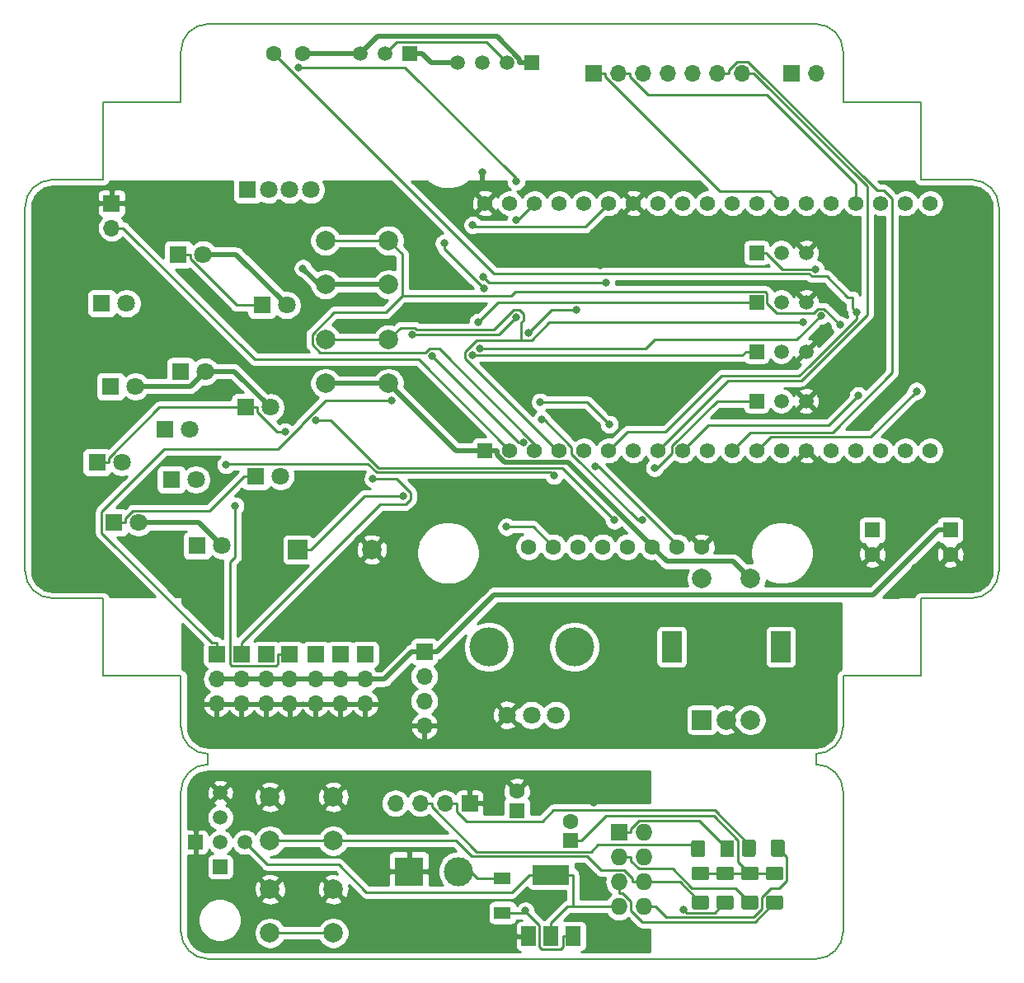
<source format=gbr>
G04 #@! TF.GenerationSoftware,KiCad,Pcbnew,(5.1.2)-1*
G04 #@! TF.CreationDate,2019-07-23T12:13:02+02:00*
G04 #@! TF.ProjectId,production,70726f64-7563-4746-996f-6e2e6b696361,rev?*
G04 #@! TF.SameCoordinates,Original*
G04 #@! TF.FileFunction,Copper,L1,Top*
G04 #@! TF.FilePolarity,Positive*
%FSLAX46Y46*%
G04 Gerber Fmt 4.6, Leading zero omitted, Abs format (unit mm)*
G04 Created by KiCad (PCBNEW (5.1.2)-1) date 2019-07-23 12:13:02*
%MOMM*%
%LPD*%
G04 APERTURE LIST*
%ADD10C,0.150000*%
%ADD11C,1.500000*%
%ADD12R,1.500000X1.500000*%
%ADD13O,1.700000X1.700000*%
%ADD14R,1.700000X1.700000*%
%ADD15C,1.800000*%
%ADD16R,1.800000X1.800000*%
%ADD17C,1.560000*%
%ADD18R,1.560000X1.560000*%
%ADD19C,1.600000*%
%ADD20R,1.600000X1.600000*%
%ADD21C,2.000000*%
%ADD22R,2.000000X2.000000*%
%ADD23C,4.000000*%
%ADD24R,2.000000X3.200000*%
%ADD25C,1.425000*%
%ADD26O,1.727200X1.727200*%
%ADD27R,1.727200X1.727200*%
%ADD28R,1.500000X2.000000*%
%ADD29R,3.800000X2.000000*%
%ADD30R,1.700000X1.300000*%
%ADD31C,3.000000*%
%ADD32R,3.000000X3.000000*%
%ADD33C,0.800000*%
%ADD34C,0.500000*%
%ADD35C,0.250000*%
%ADD36C,0.254000*%
G04 APERTURE END LIST*
D10*
X45466000Y-97866200D02*
X45466000Y-98933000D01*
X107873800Y-97866200D02*
X107873800Y-98933000D01*
X126669800Y-79070200D02*
G75*
G02X123875800Y-81864200I-2794000J0D01*
G01*
X110667800Y-95072200D02*
G75*
G02X107873800Y-97866200I-2794000J0D01*
G01*
X45466000Y-97866200D02*
G75*
G02X42672000Y-95072200I0J2794000D01*
G01*
X29464000Y-81864200D02*
G75*
G02X26670000Y-79070200I0J2794000D01*
G01*
X26670000Y-41656000D02*
G75*
G02X29464000Y-38862000I2794000J0D01*
G01*
X42672000Y-25654000D02*
G75*
G02X45466000Y-22860000I2794000J0D01*
G01*
X107873800Y-22860000D02*
G75*
G02X110667800Y-25654000I0J-2794000D01*
G01*
X123876000Y-38862000D02*
G75*
G02X126670000Y-41656000I0J-2794000D01*
G01*
X126669800Y-79070200D02*
X126670000Y-41656000D01*
X118670000Y-81860000D02*
X123875800Y-81864200D01*
X118670000Y-89860000D02*
X118670000Y-81860000D01*
X110670000Y-89860000D02*
X118670000Y-89860000D01*
X110667800Y-95072200D02*
X110670000Y-89860000D01*
X42670000Y-89860000D02*
X42672000Y-95072200D01*
X34670000Y-89860000D02*
X42670000Y-89860000D01*
X34670000Y-81860000D02*
X34670000Y-89860000D01*
X29464000Y-81864200D02*
X34670000Y-81860000D01*
X26670000Y-41656000D02*
X26670000Y-79070200D01*
X118670000Y-38860000D02*
X123876000Y-38862000D01*
X118670000Y-30860000D02*
X118670000Y-38860000D01*
X110670000Y-30860000D02*
X118670000Y-30860000D01*
X110667800Y-25654000D02*
X110670000Y-30860000D01*
X45466000Y-22860000D02*
X107873800Y-22860000D01*
X34670000Y-38860000D02*
X29464000Y-38862000D01*
X34670000Y-30860000D02*
X34670000Y-38860000D01*
X42670000Y-30860000D02*
X34670000Y-30860000D01*
X42672000Y-25654000D02*
X42670000Y-30860000D01*
X110667800Y-116128800D02*
G75*
G02X107873800Y-118922800I-2794000J0D01*
G01*
X45466000Y-118922800D02*
G75*
G02X42672000Y-116128800I0J2794000D01*
G01*
X42672000Y-101727000D02*
G75*
G02X45466000Y-98933000I2794000J0D01*
G01*
X107873800Y-98933000D02*
G75*
G02X110667800Y-101727000I0J-2794000D01*
G01*
X42672000Y-116128800D02*
X42672000Y-101727000D01*
X107873800Y-118922800D02*
X45466000Y-118922800D01*
X110667800Y-101727000D02*
X110667800Y-116128800D01*
D11*
X46712000Y-101853000D03*
X46712000Y-104393000D03*
X46712000Y-106933000D03*
D12*
X46712000Y-109473000D03*
D13*
X67670000Y-94980000D03*
X67670000Y-92440000D03*
X67670000Y-89900000D03*
D14*
X67670000Y-87360000D03*
D13*
X35560000Y-43815000D03*
D14*
X35560000Y-41275000D03*
D11*
X71050000Y-26860000D03*
X73590000Y-26860000D03*
X76130000Y-26860000D03*
D12*
X78670000Y-26860000D03*
D13*
X46355000Y-92710000D03*
X46355000Y-90170000D03*
D14*
X46355000Y-87630000D03*
D13*
X48895000Y-92710000D03*
X48895000Y-90170000D03*
D14*
X48895000Y-87630000D03*
D13*
X51435000Y-92710000D03*
X51435000Y-90170000D03*
D14*
X51435000Y-87630000D03*
D13*
X53830000Y-92710000D03*
X53830000Y-90170000D03*
D14*
X53830000Y-87630000D03*
D13*
X56515000Y-92710000D03*
X56515000Y-90170000D03*
D14*
X56515000Y-87630000D03*
D13*
X59055000Y-92710000D03*
X59055000Y-90170000D03*
D14*
X59055000Y-87630000D03*
D13*
X61595000Y-92710000D03*
X61595000Y-90170000D03*
D14*
X61595000Y-87630000D03*
D15*
X56007000Y-39878000D03*
X53848000Y-39878000D03*
X51689000Y-39878000D03*
D16*
X49530000Y-39878000D03*
D15*
X37084000Y-51562000D03*
D16*
X34544000Y-51562000D03*
D17*
X119630000Y-41275000D03*
X117090000Y-41275000D03*
X114550000Y-41275000D03*
X112010000Y-41275000D03*
X109470000Y-41275000D03*
X106930000Y-41275000D03*
X104390000Y-41275000D03*
X101850000Y-41275000D03*
X99310000Y-41275000D03*
X96770000Y-41275000D03*
X94230000Y-41275000D03*
X91690000Y-41275000D03*
X89150000Y-41275000D03*
X86610000Y-41275000D03*
X84070000Y-41275000D03*
X81530000Y-41275000D03*
X78990000Y-41275000D03*
X76450000Y-41275000D03*
X73910000Y-41275000D03*
X117090000Y-66675000D03*
X114550000Y-66675000D03*
X112010000Y-66675000D03*
X109470000Y-66675000D03*
X106930000Y-66675000D03*
X104390000Y-66675000D03*
X101850000Y-66675000D03*
X99310000Y-66675000D03*
X96770000Y-66675000D03*
X94230000Y-66675000D03*
X91690000Y-66675000D03*
X89150000Y-66675000D03*
X86610000Y-66675000D03*
X84070000Y-66675000D03*
X81530000Y-66675000D03*
X78990000Y-66675000D03*
X119630000Y-66675000D03*
X76450000Y-66675000D03*
D18*
X73910000Y-66675000D03*
D19*
X121670000Y-77360000D03*
D20*
X121670000Y-74860000D03*
D19*
X113670000Y-77360000D03*
D20*
X113670000Y-74860000D03*
D21*
X62270000Y-76860000D03*
D22*
X54670000Y-76860000D03*
D19*
X55170000Y-25860000D03*
X52170000Y-25860000D03*
D23*
X83070000Y-86860000D03*
X74270000Y-86860000D03*
D15*
X81170000Y-93860000D03*
X78670000Y-93860000D03*
X76170000Y-93860000D03*
D22*
X96170000Y-94360000D03*
D21*
X98670000Y-94360000D03*
X101170000Y-94360000D03*
D24*
X93070000Y-86860000D03*
X104270000Y-86860000D03*
D21*
X96170000Y-79860000D03*
X101170000Y-79860000D03*
X64010000Y-45120000D03*
X64010000Y-49620000D03*
X57510000Y-45120000D03*
X57510000Y-49620000D03*
X64010000Y-55280000D03*
X64010000Y-59780000D03*
X57510000Y-55280000D03*
X57510000Y-59780000D03*
D12*
X66210000Y-25860000D03*
D11*
X61130000Y-25860000D03*
X63670000Y-25860000D03*
D15*
X46890000Y-76450000D03*
D16*
X44350000Y-76450000D03*
D15*
X51830000Y-62260000D03*
D16*
X49290000Y-62260000D03*
D15*
X36580000Y-67900000D03*
D16*
X34040000Y-67900000D03*
D15*
X45160000Y-58550000D03*
D16*
X42620000Y-58550000D03*
D15*
X43540000Y-64540000D03*
D16*
X41000000Y-64540000D03*
D15*
X44210000Y-69670000D03*
D16*
X41670000Y-69670000D03*
D15*
X38310000Y-74080000D03*
D16*
X35770000Y-74080000D03*
D15*
X38000000Y-60100000D03*
D16*
X35460000Y-60100000D03*
D15*
X52890000Y-69320000D03*
D16*
X50350000Y-69320000D03*
D15*
X44930000Y-46550000D03*
D16*
X42390000Y-46550000D03*
D15*
X53520000Y-51750000D03*
D16*
X50980000Y-51750000D03*
D12*
X101778800Y-61595000D03*
D11*
X106858800Y-61595000D03*
X104318800Y-61595000D03*
D12*
X101778800Y-56515000D03*
D11*
X106858800Y-56515000D03*
X104318800Y-56515000D03*
D12*
X101778800Y-51435000D03*
D11*
X106858800Y-51435000D03*
X104318800Y-51435000D03*
D12*
X101778800Y-46355000D03*
D11*
X106858800Y-46355000D03*
X104318800Y-46355000D03*
D13*
X100330000Y-27940000D03*
X97790000Y-27940000D03*
X95250000Y-27940000D03*
X92710000Y-27940000D03*
X90170000Y-27940000D03*
X87630000Y-27940000D03*
D14*
X85090000Y-27940000D03*
D19*
X96139000Y-76581000D03*
X93599000Y-76581000D03*
X91059000Y-76581000D03*
X88519000Y-76581000D03*
X85979000Y-76581000D03*
X83439000Y-76581000D03*
X80899000Y-76581000D03*
X78359000Y-76581000D03*
D14*
X105410000Y-27940000D03*
D13*
X107950000Y-27940000D03*
D12*
X44172000Y-106933000D03*
D11*
X49252000Y-106933000D03*
X46712000Y-106933000D03*
D10*
G36*
X96661504Y-112409204D02*
G01*
X96685773Y-112412804D01*
X96709571Y-112418765D01*
X96732671Y-112427030D01*
X96754849Y-112437520D01*
X96775893Y-112450133D01*
X96795598Y-112464747D01*
X96813777Y-112481223D01*
X96830253Y-112499402D01*
X96844867Y-112519107D01*
X96857480Y-112540151D01*
X96867970Y-112562329D01*
X96876235Y-112585429D01*
X96882196Y-112609227D01*
X96885796Y-112633496D01*
X96887000Y-112658000D01*
X96887000Y-113583000D01*
X96885796Y-113607504D01*
X96882196Y-113631773D01*
X96876235Y-113655571D01*
X96867970Y-113678671D01*
X96857480Y-113700849D01*
X96844867Y-113721893D01*
X96830253Y-113741598D01*
X96813777Y-113759777D01*
X96795598Y-113776253D01*
X96775893Y-113790867D01*
X96754849Y-113803480D01*
X96732671Y-113813970D01*
X96709571Y-113822235D01*
X96685773Y-113828196D01*
X96661504Y-113831796D01*
X96637000Y-113833000D01*
X95387000Y-113833000D01*
X95362496Y-113831796D01*
X95338227Y-113828196D01*
X95314429Y-113822235D01*
X95291329Y-113813970D01*
X95269151Y-113803480D01*
X95248107Y-113790867D01*
X95228402Y-113776253D01*
X95210223Y-113759777D01*
X95193747Y-113741598D01*
X95179133Y-113721893D01*
X95166520Y-113700849D01*
X95156030Y-113678671D01*
X95147765Y-113655571D01*
X95141804Y-113631773D01*
X95138204Y-113607504D01*
X95137000Y-113583000D01*
X95137000Y-112658000D01*
X95138204Y-112633496D01*
X95141804Y-112609227D01*
X95147765Y-112585429D01*
X95156030Y-112562329D01*
X95166520Y-112540151D01*
X95179133Y-112519107D01*
X95193747Y-112499402D01*
X95210223Y-112481223D01*
X95228402Y-112464747D01*
X95248107Y-112450133D01*
X95269151Y-112437520D01*
X95291329Y-112427030D01*
X95314429Y-112418765D01*
X95338227Y-112412804D01*
X95362496Y-112409204D01*
X95387000Y-112408000D01*
X96637000Y-112408000D01*
X96661504Y-112409204D01*
X96661504Y-112409204D01*
G37*
D25*
X96012000Y-113120500D03*
D10*
G36*
X96661504Y-109434204D02*
G01*
X96685773Y-109437804D01*
X96709571Y-109443765D01*
X96732671Y-109452030D01*
X96754849Y-109462520D01*
X96775893Y-109475133D01*
X96795598Y-109489747D01*
X96813777Y-109506223D01*
X96830253Y-109524402D01*
X96844867Y-109544107D01*
X96857480Y-109565151D01*
X96867970Y-109587329D01*
X96876235Y-109610429D01*
X96882196Y-109634227D01*
X96885796Y-109658496D01*
X96887000Y-109683000D01*
X96887000Y-110608000D01*
X96885796Y-110632504D01*
X96882196Y-110656773D01*
X96876235Y-110680571D01*
X96867970Y-110703671D01*
X96857480Y-110725849D01*
X96844867Y-110746893D01*
X96830253Y-110766598D01*
X96813777Y-110784777D01*
X96795598Y-110801253D01*
X96775893Y-110815867D01*
X96754849Y-110828480D01*
X96732671Y-110838970D01*
X96709571Y-110847235D01*
X96685773Y-110853196D01*
X96661504Y-110856796D01*
X96637000Y-110858000D01*
X95387000Y-110858000D01*
X95362496Y-110856796D01*
X95338227Y-110853196D01*
X95314429Y-110847235D01*
X95291329Y-110838970D01*
X95269151Y-110828480D01*
X95248107Y-110815867D01*
X95228402Y-110801253D01*
X95210223Y-110784777D01*
X95193747Y-110766598D01*
X95179133Y-110746893D01*
X95166520Y-110725849D01*
X95156030Y-110703671D01*
X95147765Y-110680571D01*
X95141804Y-110656773D01*
X95138204Y-110632504D01*
X95137000Y-110608000D01*
X95137000Y-109683000D01*
X95138204Y-109658496D01*
X95141804Y-109634227D01*
X95147765Y-109610429D01*
X95156030Y-109587329D01*
X95166520Y-109565151D01*
X95179133Y-109544107D01*
X95193747Y-109524402D01*
X95210223Y-109506223D01*
X95228402Y-109489747D01*
X95248107Y-109475133D01*
X95269151Y-109462520D01*
X95291329Y-109452030D01*
X95314429Y-109443765D01*
X95338227Y-109437804D01*
X95362496Y-109434204D01*
X95387000Y-109433000D01*
X96637000Y-109433000D01*
X96661504Y-109434204D01*
X96661504Y-109434204D01*
G37*
D25*
X96012000Y-110145500D03*
D10*
G36*
X99201504Y-112409204D02*
G01*
X99225773Y-112412804D01*
X99249571Y-112418765D01*
X99272671Y-112427030D01*
X99294849Y-112437520D01*
X99315893Y-112450133D01*
X99335598Y-112464747D01*
X99353777Y-112481223D01*
X99370253Y-112499402D01*
X99384867Y-112519107D01*
X99397480Y-112540151D01*
X99407970Y-112562329D01*
X99416235Y-112585429D01*
X99422196Y-112609227D01*
X99425796Y-112633496D01*
X99427000Y-112658000D01*
X99427000Y-113583000D01*
X99425796Y-113607504D01*
X99422196Y-113631773D01*
X99416235Y-113655571D01*
X99407970Y-113678671D01*
X99397480Y-113700849D01*
X99384867Y-113721893D01*
X99370253Y-113741598D01*
X99353777Y-113759777D01*
X99335598Y-113776253D01*
X99315893Y-113790867D01*
X99294849Y-113803480D01*
X99272671Y-113813970D01*
X99249571Y-113822235D01*
X99225773Y-113828196D01*
X99201504Y-113831796D01*
X99177000Y-113833000D01*
X97927000Y-113833000D01*
X97902496Y-113831796D01*
X97878227Y-113828196D01*
X97854429Y-113822235D01*
X97831329Y-113813970D01*
X97809151Y-113803480D01*
X97788107Y-113790867D01*
X97768402Y-113776253D01*
X97750223Y-113759777D01*
X97733747Y-113741598D01*
X97719133Y-113721893D01*
X97706520Y-113700849D01*
X97696030Y-113678671D01*
X97687765Y-113655571D01*
X97681804Y-113631773D01*
X97678204Y-113607504D01*
X97677000Y-113583000D01*
X97677000Y-112658000D01*
X97678204Y-112633496D01*
X97681804Y-112609227D01*
X97687765Y-112585429D01*
X97696030Y-112562329D01*
X97706520Y-112540151D01*
X97719133Y-112519107D01*
X97733747Y-112499402D01*
X97750223Y-112481223D01*
X97768402Y-112464747D01*
X97788107Y-112450133D01*
X97809151Y-112437520D01*
X97831329Y-112427030D01*
X97854429Y-112418765D01*
X97878227Y-112412804D01*
X97902496Y-112409204D01*
X97927000Y-112408000D01*
X99177000Y-112408000D01*
X99201504Y-112409204D01*
X99201504Y-112409204D01*
G37*
D25*
X98552000Y-113120500D03*
D10*
G36*
X99201504Y-109434204D02*
G01*
X99225773Y-109437804D01*
X99249571Y-109443765D01*
X99272671Y-109452030D01*
X99294849Y-109462520D01*
X99315893Y-109475133D01*
X99335598Y-109489747D01*
X99353777Y-109506223D01*
X99370253Y-109524402D01*
X99384867Y-109544107D01*
X99397480Y-109565151D01*
X99407970Y-109587329D01*
X99416235Y-109610429D01*
X99422196Y-109634227D01*
X99425796Y-109658496D01*
X99427000Y-109683000D01*
X99427000Y-110608000D01*
X99425796Y-110632504D01*
X99422196Y-110656773D01*
X99416235Y-110680571D01*
X99407970Y-110703671D01*
X99397480Y-110725849D01*
X99384867Y-110746893D01*
X99370253Y-110766598D01*
X99353777Y-110784777D01*
X99335598Y-110801253D01*
X99315893Y-110815867D01*
X99294849Y-110828480D01*
X99272671Y-110838970D01*
X99249571Y-110847235D01*
X99225773Y-110853196D01*
X99201504Y-110856796D01*
X99177000Y-110858000D01*
X97927000Y-110858000D01*
X97902496Y-110856796D01*
X97878227Y-110853196D01*
X97854429Y-110847235D01*
X97831329Y-110838970D01*
X97809151Y-110828480D01*
X97788107Y-110815867D01*
X97768402Y-110801253D01*
X97750223Y-110784777D01*
X97733747Y-110766598D01*
X97719133Y-110746893D01*
X97706520Y-110725849D01*
X97696030Y-110703671D01*
X97687765Y-110680571D01*
X97681804Y-110656773D01*
X97678204Y-110632504D01*
X97677000Y-110608000D01*
X97677000Y-109683000D01*
X97678204Y-109658496D01*
X97681804Y-109634227D01*
X97687765Y-109610429D01*
X97696030Y-109587329D01*
X97706520Y-109565151D01*
X97719133Y-109544107D01*
X97733747Y-109524402D01*
X97750223Y-109506223D01*
X97768402Y-109489747D01*
X97788107Y-109475133D01*
X97809151Y-109462520D01*
X97831329Y-109452030D01*
X97854429Y-109443765D01*
X97878227Y-109437804D01*
X97902496Y-109434204D01*
X97927000Y-109433000D01*
X99177000Y-109433000D01*
X99201504Y-109434204D01*
X99201504Y-109434204D01*
G37*
D25*
X98552000Y-110145500D03*
D10*
G36*
X101741504Y-112409204D02*
G01*
X101765773Y-112412804D01*
X101789571Y-112418765D01*
X101812671Y-112427030D01*
X101834849Y-112437520D01*
X101855893Y-112450133D01*
X101875598Y-112464747D01*
X101893777Y-112481223D01*
X101910253Y-112499402D01*
X101924867Y-112519107D01*
X101937480Y-112540151D01*
X101947970Y-112562329D01*
X101956235Y-112585429D01*
X101962196Y-112609227D01*
X101965796Y-112633496D01*
X101967000Y-112658000D01*
X101967000Y-113583000D01*
X101965796Y-113607504D01*
X101962196Y-113631773D01*
X101956235Y-113655571D01*
X101947970Y-113678671D01*
X101937480Y-113700849D01*
X101924867Y-113721893D01*
X101910253Y-113741598D01*
X101893777Y-113759777D01*
X101875598Y-113776253D01*
X101855893Y-113790867D01*
X101834849Y-113803480D01*
X101812671Y-113813970D01*
X101789571Y-113822235D01*
X101765773Y-113828196D01*
X101741504Y-113831796D01*
X101717000Y-113833000D01*
X100467000Y-113833000D01*
X100442496Y-113831796D01*
X100418227Y-113828196D01*
X100394429Y-113822235D01*
X100371329Y-113813970D01*
X100349151Y-113803480D01*
X100328107Y-113790867D01*
X100308402Y-113776253D01*
X100290223Y-113759777D01*
X100273747Y-113741598D01*
X100259133Y-113721893D01*
X100246520Y-113700849D01*
X100236030Y-113678671D01*
X100227765Y-113655571D01*
X100221804Y-113631773D01*
X100218204Y-113607504D01*
X100217000Y-113583000D01*
X100217000Y-112658000D01*
X100218204Y-112633496D01*
X100221804Y-112609227D01*
X100227765Y-112585429D01*
X100236030Y-112562329D01*
X100246520Y-112540151D01*
X100259133Y-112519107D01*
X100273747Y-112499402D01*
X100290223Y-112481223D01*
X100308402Y-112464747D01*
X100328107Y-112450133D01*
X100349151Y-112437520D01*
X100371329Y-112427030D01*
X100394429Y-112418765D01*
X100418227Y-112412804D01*
X100442496Y-112409204D01*
X100467000Y-112408000D01*
X101717000Y-112408000D01*
X101741504Y-112409204D01*
X101741504Y-112409204D01*
G37*
D25*
X101092000Y-113120500D03*
D10*
G36*
X101741504Y-109434204D02*
G01*
X101765773Y-109437804D01*
X101789571Y-109443765D01*
X101812671Y-109452030D01*
X101834849Y-109462520D01*
X101855893Y-109475133D01*
X101875598Y-109489747D01*
X101893777Y-109506223D01*
X101910253Y-109524402D01*
X101924867Y-109544107D01*
X101937480Y-109565151D01*
X101947970Y-109587329D01*
X101956235Y-109610429D01*
X101962196Y-109634227D01*
X101965796Y-109658496D01*
X101967000Y-109683000D01*
X101967000Y-110608000D01*
X101965796Y-110632504D01*
X101962196Y-110656773D01*
X101956235Y-110680571D01*
X101947970Y-110703671D01*
X101937480Y-110725849D01*
X101924867Y-110746893D01*
X101910253Y-110766598D01*
X101893777Y-110784777D01*
X101875598Y-110801253D01*
X101855893Y-110815867D01*
X101834849Y-110828480D01*
X101812671Y-110838970D01*
X101789571Y-110847235D01*
X101765773Y-110853196D01*
X101741504Y-110856796D01*
X101717000Y-110858000D01*
X100467000Y-110858000D01*
X100442496Y-110856796D01*
X100418227Y-110853196D01*
X100394429Y-110847235D01*
X100371329Y-110838970D01*
X100349151Y-110828480D01*
X100328107Y-110815867D01*
X100308402Y-110801253D01*
X100290223Y-110784777D01*
X100273747Y-110766598D01*
X100259133Y-110746893D01*
X100246520Y-110725849D01*
X100236030Y-110703671D01*
X100227765Y-110680571D01*
X100221804Y-110656773D01*
X100218204Y-110632504D01*
X100217000Y-110608000D01*
X100217000Y-109683000D01*
X100218204Y-109658496D01*
X100221804Y-109634227D01*
X100227765Y-109610429D01*
X100236030Y-109587329D01*
X100246520Y-109565151D01*
X100259133Y-109544107D01*
X100273747Y-109524402D01*
X100290223Y-109506223D01*
X100308402Y-109489747D01*
X100328107Y-109475133D01*
X100349151Y-109462520D01*
X100371329Y-109452030D01*
X100394429Y-109443765D01*
X100418227Y-109437804D01*
X100442496Y-109434204D01*
X100467000Y-109433000D01*
X101717000Y-109433000D01*
X101741504Y-109434204D01*
X101741504Y-109434204D01*
G37*
D25*
X101092000Y-110145500D03*
D10*
G36*
X104281504Y-112409204D02*
G01*
X104305773Y-112412804D01*
X104329571Y-112418765D01*
X104352671Y-112427030D01*
X104374849Y-112437520D01*
X104395893Y-112450133D01*
X104415598Y-112464747D01*
X104433777Y-112481223D01*
X104450253Y-112499402D01*
X104464867Y-112519107D01*
X104477480Y-112540151D01*
X104487970Y-112562329D01*
X104496235Y-112585429D01*
X104502196Y-112609227D01*
X104505796Y-112633496D01*
X104507000Y-112658000D01*
X104507000Y-113583000D01*
X104505796Y-113607504D01*
X104502196Y-113631773D01*
X104496235Y-113655571D01*
X104487970Y-113678671D01*
X104477480Y-113700849D01*
X104464867Y-113721893D01*
X104450253Y-113741598D01*
X104433777Y-113759777D01*
X104415598Y-113776253D01*
X104395893Y-113790867D01*
X104374849Y-113803480D01*
X104352671Y-113813970D01*
X104329571Y-113822235D01*
X104305773Y-113828196D01*
X104281504Y-113831796D01*
X104257000Y-113833000D01*
X103007000Y-113833000D01*
X102982496Y-113831796D01*
X102958227Y-113828196D01*
X102934429Y-113822235D01*
X102911329Y-113813970D01*
X102889151Y-113803480D01*
X102868107Y-113790867D01*
X102848402Y-113776253D01*
X102830223Y-113759777D01*
X102813747Y-113741598D01*
X102799133Y-113721893D01*
X102786520Y-113700849D01*
X102776030Y-113678671D01*
X102767765Y-113655571D01*
X102761804Y-113631773D01*
X102758204Y-113607504D01*
X102757000Y-113583000D01*
X102757000Y-112658000D01*
X102758204Y-112633496D01*
X102761804Y-112609227D01*
X102767765Y-112585429D01*
X102776030Y-112562329D01*
X102786520Y-112540151D01*
X102799133Y-112519107D01*
X102813747Y-112499402D01*
X102830223Y-112481223D01*
X102848402Y-112464747D01*
X102868107Y-112450133D01*
X102889151Y-112437520D01*
X102911329Y-112427030D01*
X102934429Y-112418765D01*
X102958227Y-112412804D01*
X102982496Y-112409204D01*
X103007000Y-112408000D01*
X104257000Y-112408000D01*
X104281504Y-112409204D01*
X104281504Y-112409204D01*
G37*
D25*
X103632000Y-113120500D03*
D10*
G36*
X104281504Y-109434204D02*
G01*
X104305773Y-109437804D01*
X104329571Y-109443765D01*
X104352671Y-109452030D01*
X104374849Y-109462520D01*
X104395893Y-109475133D01*
X104415598Y-109489747D01*
X104433777Y-109506223D01*
X104450253Y-109524402D01*
X104464867Y-109544107D01*
X104477480Y-109565151D01*
X104487970Y-109587329D01*
X104496235Y-109610429D01*
X104502196Y-109634227D01*
X104505796Y-109658496D01*
X104507000Y-109683000D01*
X104507000Y-110608000D01*
X104505796Y-110632504D01*
X104502196Y-110656773D01*
X104496235Y-110680571D01*
X104487970Y-110703671D01*
X104477480Y-110725849D01*
X104464867Y-110746893D01*
X104450253Y-110766598D01*
X104433777Y-110784777D01*
X104415598Y-110801253D01*
X104395893Y-110815867D01*
X104374849Y-110828480D01*
X104352671Y-110838970D01*
X104329571Y-110847235D01*
X104305773Y-110853196D01*
X104281504Y-110856796D01*
X104257000Y-110858000D01*
X103007000Y-110858000D01*
X102982496Y-110856796D01*
X102958227Y-110853196D01*
X102934429Y-110847235D01*
X102911329Y-110838970D01*
X102889151Y-110828480D01*
X102868107Y-110815867D01*
X102848402Y-110801253D01*
X102830223Y-110784777D01*
X102813747Y-110766598D01*
X102799133Y-110746893D01*
X102786520Y-110725849D01*
X102776030Y-110703671D01*
X102767765Y-110680571D01*
X102761804Y-110656773D01*
X102758204Y-110632504D01*
X102757000Y-110608000D01*
X102757000Y-109683000D01*
X102758204Y-109658496D01*
X102761804Y-109634227D01*
X102767765Y-109610429D01*
X102776030Y-109587329D01*
X102786520Y-109565151D01*
X102799133Y-109544107D01*
X102813747Y-109524402D01*
X102830223Y-109506223D01*
X102848402Y-109489747D01*
X102868107Y-109475133D01*
X102889151Y-109462520D01*
X102911329Y-109452030D01*
X102934429Y-109443765D01*
X102958227Y-109437804D01*
X102982496Y-109434204D01*
X103007000Y-109433000D01*
X104257000Y-109433000D01*
X104281504Y-109434204D01*
X104281504Y-109434204D01*
G37*
D25*
X103632000Y-110145500D03*
D10*
G36*
X104446904Y-106664004D02*
G01*
X104471173Y-106667604D01*
X104494971Y-106673565D01*
X104518071Y-106681830D01*
X104540249Y-106692320D01*
X104561293Y-106704933D01*
X104580998Y-106719547D01*
X104599177Y-106736023D01*
X104615653Y-106754202D01*
X104630267Y-106773907D01*
X104642880Y-106794951D01*
X104653370Y-106817129D01*
X104661635Y-106840229D01*
X104667596Y-106864027D01*
X104671196Y-106888296D01*
X104672400Y-106912800D01*
X104672400Y-108162800D01*
X104671196Y-108187304D01*
X104667596Y-108211573D01*
X104661635Y-108235371D01*
X104653370Y-108258471D01*
X104642880Y-108280649D01*
X104630267Y-108301693D01*
X104615653Y-108321398D01*
X104599177Y-108339577D01*
X104580998Y-108356053D01*
X104561293Y-108370667D01*
X104540249Y-108383280D01*
X104518071Y-108393770D01*
X104494971Y-108402035D01*
X104471173Y-108407996D01*
X104446904Y-108411596D01*
X104422400Y-108412800D01*
X103497400Y-108412800D01*
X103472896Y-108411596D01*
X103448627Y-108407996D01*
X103424829Y-108402035D01*
X103401729Y-108393770D01*
X103379551Y-108383280D01*
X103358507Y-108370667D01*
X103338802Y-108356053D01*
X103320623Y-108339577D01*
X103304147Y-108321398D01*
X103289533Y-108301693D01*
X103276920Y-108280649D01*
X103266430Y-108258471D01*
X103258165Y-108235371D01*
X103252204Y-108211573D01*
X103248604Y-108187304D01*
X103247400Y-108162800D01*
X103247400Y-106912800D01*
X103248604Y-106888296D01*
X103252204Y-106864027D01*
X103258165Y-106840229D01*
X103266430Y-106817129D01*
X103276920Y-106794951D01*
X103289533Y-106773907D01*
X103304147Y-106754202D01*
X103320623Y-106736023D01*
X103338802Y-106719547D01*
X103358507Y-106704933D01*
X103379551Y-106692320D01*
X103401729Y-106681830D01*
X103424829Y-106673565D01*
X103448627Y-106667604D01*
X103472896Y-106664004D01*
X103497400Y-106662800D01*
X104422400Y-106662800D01*
X104446904Y-106664004D01*
X104446904Y-106664004D01*
G37*
D25*
X103959900Y-107537800D03*
D10*
G36*
X101471904Y-106664004D02*
G01*
X101496173Y-106667604D01*
X101519971Y-106673565D01*
X101543071Y-106681830D01*
X101565249Y-106692320D01*
X101586293Y-106704933D01*
X101605998Y-106719547D01*
X101624177Y-106736023D01*
X101640653Y-106754202D01*
X101655267Y-106773907D01*
X101667880Y-106794951D01*
X101678370Y-106817129D01*
X101686635Y-106840229D01*
X101692596Y-106864027D01*
X101696196Y-106888296D01*
X101697400Y-106912800D01*
X101697400Y-108162800D01*
X101696196Y-108187304D01*
X101692596Y-108211573D01*
X101686635Y-108235371D01*
X101678370Y-108258471D01*
X101667880Y-108280649D01*
X101655267Y-108301693D01*
X101640653Y-108321398D01*
X101624177Y-108339577D01*
X101605998Y-108356053D01*
X101586293Y-108370667D01*
X101565249Y-108383280D01*
X101543071Y-108393770D01*
X101519971Y-108402035D01*
X101496173Y-108407996D01*
X101471904Y-108411596D01*
X101447400Y-108412800D01*
X100522400Y-108412800D01*
X100497896Y-108411596D01*
X100473627Y-108407996D01*
X100449829Y-108402035D01*
X100426729Y-108393770D01*
X100404551Y-108383280D01*
X100383507Y-108370667D01*
X100363802Y-108356053D01*
X100345623Y-108339577D01*
X100329147Y-108321398D01*
X100314533Y-108301693D01*
X100301920Y-108280649D01*
X100291430Y-108258471D01*
X100283165Y-108235371D01*
X100277204Y-108211573D01*
X100273604Y-108187304D01*
X100272400Y-108162800D01*
X100272400Y-106912800D01*
X100273604Y-106888296D01*
X100277204Y-106864027D01*
X100283165Y-106840229D01*
X100291430Y-106817129D01*
X100301920Y-106794951D01*
X100314533Y-106773907D01*
X100329147Y-106754202D01*
X100345623Y-106736023D01*
X100363802Y-106719547D01*
X100383507Y-106704933D01*
X100404551Y-106692320D01*
X100426729Y-106681830D01*
X100449829Y-106673565D01*
X100473627Y-106667604D01*
X100497896Y-106664004D01*
X100522400Y-106662800D01*
X101447400Y-106662800D01*
X101471904Y-106664004D01*
X101471904Y-106664004D01*
G37*
D25*
X100984900Y-107537800D03*
D10*
G36*
X99256904Y-106724004D02*
G01*
X99281173Y-106727604D01*
X99304971Y-106733565D01*
X99328071Y-106741830D01*
X99350249Y-106752320D01*
X99371293Y-106764933D01*
X99390998Y-106779547D01*
X99409177Y-106796023D01*
X99425653Y-106814202D01*
X99440267Y-106833907D01*
X99452880Y-106854951D01*
X99463370Y-106877129D01*
X99471635Y-106900229D01*
X99477596Y-106924027D01*
X99481196Y-106948296D01*
X99482400Y-106972800D01*
X99482400Y-108222800D01*
X99481196Y-108247304D01*
X99477596Y-108271573D01*
X99471635Y-108295371D01*
X99463370Y-108318471D01*
X99452880Y-108340649D01*
X99440267Y-108361693D01*
X99425653Y-108381398D01*
X99409177Y-108399577D01*
X99390998Y-108416053D01*
X99371293Y-108430667D01*
X99350249Y-108443280D01*
X99328071Y-108453770D01*
X99304971Y-108462035D01*
X99281173Y-108467996D01*
X99256904Y-108471596D01*
X99232400Y-108472800D01*
X98307400Y-108472800D01*
X98282896Y-108471596D01*
X98258627Y-108467996D01*
X98234829Y-108462035D01*
X98211729Y-108453770D01*
X98189551Y-108443280D01*
X98168507Y-108430667D01*
X98148802Y-108416053D01*
X98130623Y-108399577D01*
X98114147Y-108381398D01*
X98099533Y-108361693D01*
X98086920Y-108340649D01*
X98076430Y-108318471D01*
X98068165Y-108295371D01*
X98062204Y-108271573D01*
X98058604Y-108247304D01*
X98057400Y-108222800D01*
X98057400Y-106972800D01*
X98058604Y-106948296D01*
X98062204Y-106924027D01*
X98068165Y-106900229D01*
X98076430Y-106877129D01*
X98086920Y-106854951D01*
X98099533Y-106833907D01*
X98114147Y-106814202D01*
X98130623Y-106796023D01*
X98148802Y-106779547D01*
X98168507Y-106764933D01*
X98189551Y-106752320D01*
X98211729Y-106741830D01*
X98234829Y-106733565D01*
X98258627Y-106727604D01*
X98282896Y-106724004D01*
X98307400Y-106722800D01*
X99232400Y-106722800D01*
X99256904Y-106724004D01*
X99256904Y-106724004D01*
G37*
D25*
X98769900Y-107597800D03*
D10*
G36*
X96281904Y-106724004D02*
G01*
X96306173Y-106727604D01*
X96329971Y-106733565D01*
X96353071Y-106741830D01*
X96375249Y-106752320D01*
X96396293Y-106764933D01*
X96415998Y-106779547D01*
X96434177Y-106796023D01*
X96450653Y-106814202D01*
X96465267Y-106833907D01*
X96477880Y-106854951D01*
X96488370Y-106877129D01*
X96496635Y-106900229D01*
X96502596Y-106924027D01*
X96506196Y-106948296D01*
X96507400Y-106972800D01*
X96507400Y-108222800D01*
X96506196Y-108247304D01*
X96502596Y-108271573D01*
X96496635Y-108295371D01*
X96488370Y-108318471D01*
X96477880Y-108340649D01*
X96465267Y-108361693D01*
X96450653Y-108381398D01*
X96434177Y-108399577D01*
X96415998Y-108416053D01*
X96396293Y-108430667D01*
X96375249Y-108443280D01*
X96353071Y-108453770D01*
X96329971Y-108462035D01*
X96306173Y-108467996D01*
X96281904Y-108471596D01*
X96257400Y-108472800D01*
X95332400Y-108472800D01*
X95307896Y-108471596D01*
X95283627Y-108467996D01*
X95259829Y-108462035D01*
X95236729Y-108453770D01*
X95214551Y-108443280D01*
X95193507Y-108430667D01*
X95173802Y-108416053D01*
X95155623Y-108399577D01*
X95139147Y-108381398D01*
X95124533Y-108361693D01*
X95111920Y-108340649D01*
X95101430Y-108318471D01*
X95093165Y-108295371D01*
X95087204Y-108271573D01*
X95083604Y-108247304D01*
X95082400Y-108222800D01*
X95082400Y-106972800D01*
X95083604Y-106948296D01*
X95087204Y-106924027D01*
X95093165Y-106900229D01*
X95101430Y-106877129D01*
X95111920Y-106854951D01*
X95124533Y-106833907D01*
X95139147Y-106814202D01*
X95155623Y-106796023D01*
X95173802Y-106779547D01*
X95193507Y-106764933D01*
X95214551Y-106752320D01*
X95236729Y-106741830D01*
X95259829Y-106733565D01*
X95283627Y-106727604D01*
X95307896Y-106724004D01*
X95332400Y-106722800D01*
X96257400Y-106722800D01*
X96281904Y-106724004D01*
X96281904Y-106724004D01*
G37*
D25*
X95794900Y-107597800D03*
D26*
X90212000Y-113553000D03*
X87672000Y-113553000D03*
X90212000Y-111013000D03*
X87672000Y-111013000D03*
X90212000Y-108473000D03*
X87672000Y-108473000D03*
X90212000Y-105933000D03*
D27*
X87672000Y-105933000D03*
D21*
X58312000Y-111763000D03*
X58312000Y-116263000D03*
X51812000Y-111763000D03*
X51812000Y-116263000D03*
X58312000Y-102293000D03*
X58312000Y-106793000D03*
X51812000Y-102293000D03*
X51812000Y-106793000D03*
D28*
X78372000Y-116583000D03*
X82972000Y-116583000D03*
X80672000Y-116583000D03*
D29*
X80672000Y-110283000D03*
D19*
X77165200Y-101682800D03*
D20*
X77165200Y-103682800D03*
D19*
X82672000Y-104781600D03*
D20*
X82672000Y-106781600D03*
D13*
X64702000Y-102943000D03*
X67242000Y-102943000D03*
X69782000Y-102943000D03*
D14*
X72322000Y-102943000D03*
D30*
X75692000Y-110673000D03*
X75692000Y-114173000D03*
D31*
X71172000Y-109933000D03*
D32*
X66092000Y-109933000D03*
D33*
X73660000Y-38100000D03*
X48895000Y-42545000D03*
X54610000Y-42545000D03*
X45085000Y-40640000D03*
X38735000Y-40640000D03*
X32385000Y-40640000D03*
X32385000Y-46990000D03*
X32385000Y-55880000D03*
X32385000Y-63500000D03*
X32385000Y-71755000D03*
X32385000Y-79375000D03*
X41910000Y-79375000D03*
X45085000Y-95250000D03*
X47625000Y-95250000D03*
X50165000Y-95250000D03*
X52705000Y-95250000D03*
X55245000Y-95250000D03*
X57785000Y-95250000D03*
X60325000Y-95250000D03*
X62865000Y-95250000D03*
X70485000Y-95250000D03*
X74295000Y-95250000D03*
X83820000Y-95250000D03*
X104140000Y-95250000D03*
X104140000Y-90805000D03*
X98425000Y-91440000D03*
X80645000Y-90805000D03*
X80010000Y-79375000D03*
X88265000Y-79375000D03*
X67945000Y-83185000D03*
X69215000Y-72390000D03*
X73025000Y-72390000D03*
X60325000Y-81280000D03*
X60325000Y-78740000D03*
X40640000Y-51435000D03*
X40640000Y-55880000D03*
X40640000Y-71755000D03*
X46990000Y-69850000D03*
X50165000Y-73025000D03*
X50800000Y-76835000D03*
X50165000Y-81915000D03*
X94615000Y-43815000D03*
X99060000Y-46355000D03*
X110490000Y-48895000D03*
X111125000Y-56515000D03*
X118110000Y-78740000D03*
X110490000Y-78740000D03*
X125095000Y-78740000D03*
X125095000Y-73660000D03*
X121920000Y-69850000D03*
X121920000Y-63500000D03*
X121920000Y-43180000D03*
X119380000Y-46990000D03*
X119380000Y-59055000D03*
X108585000Y-60325000D03*
X113665000Y-62230000D03*
X111760000Y-64135000D03*
X100330000Y-69850000D03*
X114300000Y-69215000D03*
X108585000Y-75565000D03*
X88900000Y-43180000D03*
X85725000Y-47625000D03*
X109728000Y-51308000D03*
X82804000Y-47244000D03*
X70104000Y-49276000D03*
X68834000Y-52070000D03*
X71628000Y-52324000D03*
X84074000Y-64008000D03*
X88392000Y-62230000D03*
X88392000Y-58674000D03*
X62992000Y-40894000D03*
X54102000Y-54610000D03*
X51308000Y-59182000D03*
X114300000Y-44196000D03*
X96012000Y-59182000D03*
X93218000Y-71882000D03*
X83566000Y-73660000D03*
X54102000Y-84328000D03*
X93980000Y-61214000D03*
X111760000Y-43688000D03*
X108712000Y-43180000D03*
X75819000Y-117348000D03*
X70485000Y-117475000D03*
X84709000Y-110490000D03*
X85217000Y-115824000D03*
X85090000Y-102870000D03*
X55193400Y-47959000D03*
X78031800Y-113983500D03*
X56531300Y-63578200D03*
X87184000Y-73854800D03*
X91315700Y-68465000D03*
X72576000Y-56863200D03*
X73187100Y-53504300D03*
X73334400Y-56176300D03*
X108393100Y-52833500D03*
X107820900Y-48062700D03*
X112237800Y-61052400D03*
X112047500Y-52459900D03*
X65492600Y-71357900D03*
X106524700Y-53538600D03*
X86653500Y-63989500D03*
X79571600Y-61711800D03*
X77084100Y-39004900D03*
X54709000Y-27324300D03*
X80981200Y-69257600D03*
X47296300Y-68152400D03*
X77822500Y-65865400D03*
X68469200Y-56972600D03*
X73678900Y-48833900D03*
X86305500Y-49436300D03*
X76112000Y-74524300D03*
X79735100Y-63519300D03*
X90004200Y-73824700D03*
X85204400Y-68359400D03*
X118208600Y-60574600D03*
X77111100Y-52991500D03*
X66397400Y-54789000D03*
X48239800Y-72368000D03*
X62386000Y-69606900D03*
X64278800Y-61516800D03*
X73778400Y-50066200D03*
X69684700Y-45386200D03*
X72646700Y-43515400D03*
X77109200Y-42969900D03*
X83259300Y-52217500D03*
X78401700Y-54583500D03*
X53343700Y-64756600D03*
X110383500Y-53791700D03*
X94315800Y-113909400D03*
D34*
X66210000Y-25860000D02*
X67410300Y-25860000D01*
X71050000Y-26860000D02*
X68410300Y-26860000D01*
X68410300Y-26860000D02*
X67410300Y-25860000D01*
X73660000Y-38100000D02*
X73660000Y-39370000D01*
X91059000Y-76581000D02*
X91059000Y-76527200D01*
X91059000Y-76527200D02*
X82437100Y-67905300D01*
X82437100Y-67905300D02*
X75909100Y-67905300D01*
X75909100Y-67905300D02*
X75140300Y-67136500D01*
X75140300Y-67136500D02*
X75140300Y-66675000D01*
X57510000Y-49620000D02*
X56854400Y-49620000D01*
X56854400Y-49620000D02*
X55193400Y-47959000D01*
X64010000Y-49620000D02*
X57510000Y-49620000D01*
X61130000Y-25860000D02*
X62833300Y-24156700D01*
X62833300Y-24156700D02*
X75141500Y-24156700D01*
X75141500Y-24156700D02*
X77469700Y-26484900D01*
X77469700Y-26484900D02*
X77469700Y-26860000D01*
X55170000Y-25860000D02*
X61130000Y-25860000D01*
X78670000Y-26860000D02*
X77469700Y-26860000D01*
X73910000Y-66675000D02*
X75140300Y-66675000D01*
X101170000Y-79860000D02*
X99401200Y-78091200D01*
X99401200Y-78091200D02*
X92569200Y-78091200D01*
X92569200Y-78091200D02*
X91059000Y-76581000D01*
X73910000Y-66675000D02*
X70905000Y-66675000D01*
X70905000Y-66675000D02*
X64010000Y-59780000D01*
X57510000Y-59780000D02*
X64010000Y-59780000D01*
D35*
X82897300Y-113553000D02*
X82376700Y-113553000D01*
X82376700Y-113553000D02*
X80672000Y-115257700D01*
X87672000Y-113553000D02*
X82897300Y-113553000D01*
X82897300Y-113553000D02*
X82897300Y-110283000D01*
X80672000Y-110283000D02*
X82897300Y-110283000D01*
X80672000Y-110283000D02*
X78446700Y-110283000D01*
X78446700Y-110283000D02*
X76654300Y-112075400D01*
X76654300Y-112075400D02*
X61720000Y-112075400D01*
X61720000Y-112075400D02*
X58867600Y-109223000D01*
X58867600Y-109223000D02*
X51542000Y-109223000D01*
X51542000Y-109223000D02*
X49252000Y-106933000D01*
X82672000Y-106781600D02*
X83797300Y-106781600D01*
X83797300Y-106781600D02*
X86334200Y-104244700D01*
X86334200Y-104244700D02*
X97373500Y-104244700D01*
X97373500Y-104244700D02*
X99877400Y-106748600D01*
X99877400Y-106748600D02*
X99877400Y-108930900D01*
X99877400Y-108930900D02*
X101092000Y-110145500D01*
X80672000Y-116583000D02*
X80672000Y-115257700D01*
X98552000Y-110145500D02*
X96012000Y-110145500D01*
X101092000Y-110145500D02*
X98552000Y-110145500D01*
X103632000Y-110145500D02*
X101092000Y-110145500D01*
X50350000Y-69320000D02*
X49124700Y-69320000D01*
X35770000Y-74080000D02*
X36995300Y-74080000D01*
X36995300Y-74080000D02*
X36995300Y-73620400D01*
X36995300Y-73620400D02*
X37761000Y-72854700D01*
X37761000Y-72854700D02*
X45590000Y-72854700D01*
X45590000Y-72854700D02*
X49124700Y-69320000D01*
D34*
X120419700Y-74860000D02*
X113779800Y-81499900D01*
X113779800Y-81499900D02*
X74830400Y-81499900D01*
X74830400Y-81499900D02*
X68970300Y-87360000D01*
X44930000Y-46550000D02*
X48320000Y-46550000D01*
X48320000Y-46550000D02*
X53520000Y-51750000D01*
X67670000Y-87360000D02*
X66369700Y-87360000D01*
X61595000Y-90170000D02*
X63559700Y-90170000D01*
X63559700Y-90170000D02*
X66369700Y-87360000D01*
X59055000Y-90170000D02*
X61595000Y-90170000D01*
X48895000Y-90170000D02*
X46355000Y-90170000D01*
X51435000Y-90170000D02*
X48895000Y-90170000D01*
X53830000Y-90170000D02*
X51435000Y-90170000D01*
X56515000Y-90170000D02*
X53830000Y-90170000D01*
X59055000Y-90170000D02*
X56515000Y-90170000D01*
X38000000Y-60100000D02*
X43610000Y-60100000D01*
X43610000Y-60100000D02*
X45160000Y-58550000D01*
X46890000Y-76450000D02*
X44520000Y-74080000D01*
X44520000Y-74080000D02*
X38310000Y-74080000D01*
X51830000Y-62260000D02*
X48120000Y-58550000D01*
X48120000Y-58550000D02*
X45160000Y-58550000D01*
X67670000Y-87360000D02*
X68970300Y-87360000D01*
X121670000Y-74860000D02*
X120419700Y-74860000D01*
D35*
X82972000Y-116583000D02*
X81896700Y-116583000D01*
X78031800Y-114173000D02*
X78172100Y-114173000D01*
X78172100Y-114173000D02*
X79447400Y-115448300D01*
X79447400Y-115448300D02*
X79447400Y-117649100D01*
X79447400Y-117649100D02*
X79706700Y-117908400D01*
X79706700Y-117908400D02*
X81646600Y-117908400D01*
X81646600Y-117908400D02*
X81896700Y-117658300D01*
X81896700Y-117658300D02*
X81896700Y-116583000D01*
X75692000Y-114173000D02*
X78031800Y-114173000D01*
X78031800Y-113983500D02*
X78031800Y-114173000D01*
X87184000Y-73854800D02*
X81828500Y-68499300D01*
X81828500Y-68499300D02*
X62941100Y-68499300D01*
X62941100Y-68499300D02*
X58020000Y-63578200D01*
X58020000Y-63578200D02*
X56531300Y-63578200D01*
X101778800Y-61595000D02*
X97721500Y-61595000D01*
X97721500Y-61595000D02*
X93124600Y-66191900D01*
X93124600Y-66191900D02*
X93124600Y-66937300D01*
X93124600Y-66937300D02*
X91596900Y-68465000D01*
X91596900Y-68465000D02*
X91315700Y-68465000D01*
X72576000Y-56863200D02*
X72614400Y-56901600D01*
X72614400Y-56901600D02*
X100316900Y-56901600D01*
X100316900Y-56901600D02*
X100703500Y-56515000D01*
X101778800Y-56515000D02*
X100703500Y-56515000D01*
X101778800Y-51435000D02*
X75256400Y-51435000D01*
X75256400Y-51435000D02*
X73187100Y-53504300D01*
X101778800Y-46355000D02*
X102854100Y-46355000D01*
X108393100Y-52833500D02*
X105920900Y-55305700D01*
X105920900Y-55305700D02*
X91288700Y-55305700D01*
X91288700Y-55305700D02*
X90418100Y-56176300D01*
X90418100Y-56176300D02*
X73334400Y-56176300D01*
X102854100Y-46355000D02*
X102854100Y-46489400D01*
X102854100Y-46489400D02*
X104427400Y-48062700D01*
X104427400Y-48062700D02*
X107820900Y-48062700D01*
X94230000Y-66675000D02*
X96826800Y-64078200D01*
X96826800Y-64078200D02*
X109212000Y-64078200D01*
X109212000Y-64078200D02*
X112237800Y-61052400D01*
X52170000Y-25860000D02*
X74823000Y-48513000D01*
X74823000Y-48513000D02*
X107245500Y-48513000D01*
X111647501Y-52059901D02*
X111647501Y-50941501D01*
X112047500Y-52459900D02*
X111647501Y-52059901D01*
X107245500Y-48560302D02*
X107245500Y-48513000D01*
X107472899Y-48787701D02*
X107245500Y-48560302D01*
X108985701Y-48787701D02*
X107472899Y-48787701D01*
X111647501Y-50941501D02*
X111139501Y-50941501D01*
X111139501Y-50941501D02*
X108985701Y-48787701D01*
X88515000Y-64770000D02*
X86610000Y-66675000D01*
X112047500Y-53153500D02*
X107208400Y-57992600D01*
X112047500Y-52459900D02*
X112047500Y-53153500D01*
X107208400Y-57992600D02*
X107208400Y-57993090D01*
X107208400Y-57993090D02*
X106170200Y-59031290D01*
X92456000Y-64770000D02*
X88515000Y-64770000D01*
X106170200Y-59031290D02*
X98194710Y-59031290D01*
X98194710Y-59031290D02*
X92456000Y-64770000D01*
X54670000Y-76860000D02*
X55995300Y-76860000D01*
X55995300Y-76860000D02*
X61497400Y-71357900D01*
X61497400Y-71357900D02*
X65492600Y-71357900D01*
X77638800Y-55331500D02*
X77638800Y-53489600D01*
X77638800Y-53489600D02*
X77836400Y-53292000D01*
X77836400Y-53292000D02*
X77836400Y-52691000D01*
X77836400Y-52691000D02*
X77411600Y-52266200D01*
X77411600Y-52266200D02*
X76810700Y-52266200D01*
X76810700Y-52266200D02*
X74847200Y-54229700D01*
X74847200Y-54229700D02*
X66863900Y-54229700D01*
X66863900Y-54229700D02*
X66697900Y-54063700D01*
X66697900Y-54063700D02*
X65226300Y-54063700D01*
X65226300Y-54063700D02*
X64010000Y-55280000D01*
X81530000Y-66675000D02*
X81298100Y-66675000D01*
X81298100Y-66675000D02*
X71833400Y-57210300D01*
X71833400Y-57210300D02*
X71833400Y-56539400D01*
X71833400Y-56539400D02*
X73041300Y-55331500D01*
X73041300Y-55331500D02*
X77638800Y-55331500D01*
X106524700Y-53538600D02*
X80472400Y-53538600D01*
X80472400Y-53538600D02*
X78679500Y-55331500D01*
X78679500Y-55331500D02*
X77638800Y-55331500D01*
X57510000Y-55280000D02*
X64010000Y-55280000D01*
X77084100Y-39004900D02*
X77084100Y-38708000D01*
X77084100Y-38708000D02*
X65700400Y-27324300D01*
X65700400Y-27324300D02*
X54709000Y-27324300D01*
X79571600Y-61711800D02*
X84375800Y-61711800D01*
X84375800Y-61711800D02*
X86653500Y-63989500D01*
X80981200Y-69257600D02*
X80673200Y-68949600D01*
X80673200Y-68949600D02*
X62754500Y-68949600D01*
X62754500Y-68949600D02*
X61879700Y-68074800D01*
X61879700Y-68074800D02*
X47373900Y-68074800D01*
X47373900Y-68074800D02*
X47296300Y-68152400D01*
X63670000Y-25860000D02*
X64791100Y-24738900D01*
X64791100Y-24738900D02*
X74008900Y-24738900D01*
X74008900Y-24738900D02*
X76130000Y-26860000D01*
X68469200Y-56972600D02*
X77362000Y-65865400D01*
X77362000Y-65865400D02*
X77822500Y-65865400D01*
X86305500Y-49436300D02*
X74281300Y-49436300D01*
X74281300Y-49436300D02*
X73678900Y-48833900D01*
X80899000Y-76581000D02*
X78842300Y-74524300D01*
X78842300Y-74524300D02*
X76112000Y-74524300D01*
X90004200Y-73824700D02*
X89585000Y-73824700D01*
X89585000Y-73824700D02*
X82800000Y-67039700D01*
X82800000Y-67039700D02*
X82800000Y-66330400D01*
X82800000Y-66330400D02*
X79988900Y-63519300D01*
X79988900Y-63519300D02*
X79735100Y-63519300D01*
X93599000Y-76581000D02*
X93599000Y-76393700D01*
X93599000Y-76393700D02*
X85564700Y-68359400D01*
X85564700Y-68359400D02*
X85204400Y-68359400D01*
X91690000Y-66675000D02*
X98883700Y-59481300D01*
X98883700Y-59481300D02*
X106356600Y-59481300D01*
X106356600Y-59481300D02*
X113135600Y-52702300D01*
X113135600Y-52702300D02*
X113135600Y-39570300D01*
X113135600Y-39570300D02*
X101505300Y-27940000D01*
X100330000Y-27940000D02*
X101505300Y-27940000D01*
X118208600Y-60574600D02*
X113518000Y-65265200D01*
X113518000Y-65265200D02*
X103259800Y-65265200D01*
X103259800Y-65265200D02*
X101850000Y-66675000D01*
X97790000Y-27940000D02*
X98965300Y-27940000D01*
X98965300Y-27940000D02*
X98965300Y-27572700D01*
X98965300Y-27572700D02*
X99823400Y-26714600D01*
X99823400Y-26714600D02*
X100916800Y-26714600D01*
X100916800Y-26714600D02*
X114176600Y-39974400D01*
X114176600Y-39974400D02*
X114840300Y-39974400D01*
X114840300Y-39974400D02*
X115697700Y-40831800D01*
X115697700Y-40831800D02*
X115697700Y-58685400D01*
X115697700Y-58685400D02*
X109568300Y-64814800D01*
X109568300Y-64814800D02*
X101170200Y-64814800D01*
X101170200Y-64814800D02*
X99310000Y-66675000D01*
X88805300Y-27940000D02*
X88805300Y-28307400D01*
X88805300Y-28307400D02*
X90604500Y-30106600D01*
X90604500Y-30106600D02*
X102870400Y-30106600D01*
X102870400Y-30106600D02*
X112010000Y-39246200D01*
X112010000Y-39246200D02*
X112010000Y-41275000D01*
X87630000Y-27940000D02*
X88805300Y-27940000D01*
X85090000Y-27940000D02*
X86265300Y-27940000D01*
X86265300Y-27940000D02*
X86265300Y-28307300D01*
X86265300Y-28307300D02*
X98034400Y-40076400D01*
X98034400Y-40076400D02*
X103191400Y-40076400D01*
X103191400Y-40076400D02*
X104390000Y-41275000D01*
X53830000Y-87630000D02*
X52654700Y-87630000D01*
X66397400Y-54789000D02*
X75313600Y-54789000D01*
X75313600Y-54789000D02*
X77111100Y-52991500D01*
X52654700Y-87630000D02*
X52654700Y-88584900D01*
X52654700Y-88584900D02*
X52434200Y-88805400D01*
X52434200Y-88805400D02*
X47852400Y-88805400D01*
X47852400Y-88805400D02*
X47719600Y-88672600D01*
X47719600Y-88672600D02*
X47719600Y-78130600D01*
X47719600Y-78130600D02*
X48239800Y-77610400D01*
X48239800Y-77610400D02*
X48239800Y-72368000D01*
X62386000Y-69606900D02*
X64813000Y-69606900D01*
X64813000Y-69606900D02*
X66218000Y-71011900D01*
X66218000Y-71011900D02*
X66218000Y-71745300D01*
X66218000Y-71745300D02*
X65751100Y-72212200D01*
X65751100Y-72212200D02*
X63137500Y-72212200D01*
X63137500Y-72212200D02*
X48895000Y-86454700D01*
X48895000Y-87630000D02*
X48895000Y-86454700D01*
X46355000Y-87630000D02*
X46355000Y-86454700D01*
X46355000Y-86454700D02*
X45840800Y-86454700D01*
X45840800Y-86454700D02*
X34544600Y-75158500D01*
X34544600Y-75158500D02*
X34544600Y-72980500D01*
X34544600Y-72980500D02*
X40956400Y-66568700D01*
X40956400Y-66568700D02*
X52590500Y-66568700D01*
X52590500Y-66568700D02*
X55069300Y-64089900D01*
X55069300Y-64089900D02*
X55069300Y-64008600D01*
X55069300Y-64008600D02*
X57561100Y-61516800D01*
X57561100Y-61516800D02*
X64278800Y-61516800D01*
X69684700Y-45386200D02*
X69684700Y-45972500D01*
X69684700Y-45972500D02*
X73778400Y-50066200D01*
X72646700Y-43515400D02*
X72849000Y-43717700D01*
X72849000Y-43717700D02*
X84167300Y-43717700D01*
X84167300Y-43717700D02*
X86610000Y-41275000D01*
X78990000Y-41275000D02*
X77295100Y-42969900D01*
X77295100Y-42969900D02*
X77109200Y-42969900D01*
X35560000Y-43815000D02*
X36735300Y-43815000D01*
X76450000Y-66675000D02*
X67099600Y-57324600D01*
X67099600Y-57324600D02*
X50244900Y-57324600D01*
X50244900Y-57324600D02*
X36735300Y-43815000D01*
X78401700Y-54583500D02*
X80767700Y-52217500D01*
X80767700Y-52217500D02*
X83259300Y-52217500D01*
X42390000Y-46550000D02*
X43615300Y-46550000D01*
X50980000Y-51750000D02*
X48355800Y-51750000D01*
X48355800Y-51750000D02*
X43615300Y-47009500D01*
X43615300Y-47009500D02*
X43615300Y-46550000D01*
X49290000Y-62260000D02*
X50515300Y-62260000D01*
X50515300Y-62260000D02*
X50515300Y-62719500D01*
X50515300Y-62719500D02*
X52552400Y-64756600D01*
X52552400Y-64756600D02*
X53343700Y-64756600D01*
X49290000Y-62260000D02*
X40445800Y-62260000D01*
X40445800Y-62260000D02*
X35265300Y-67440500D01*
X35265300Y-67440500D02*
X35265300Y-67900000D01*
X34040000Y-67900000D02*
X35265300Y-67900000D01*
X78990000Y-66675000D02*
X78990000Y-66007100D01*
X78990000Y-66007100D02*
X69230200Y-56247300D01*
X69230200Y-56247300D02*
X68168800Y-56247300D01*
X68168800Y-56247300D02*
X67810800Y-56605300D01*
X67810800Y-56605300D02*
X56954100Y-56605300D01*
X56954100Y-56605300D02*
X56165400Y-55816600D01*
X56165400Y-55816600D02*
X56165400Y-54749000D01*
X56165400Y-54749000D02*
X58405200Y-52509200D01*
X58405200Y-52509200D02*
X63706500Y-52509200D01*
X63706500Y-52509200D02*
X65385800Y-50829900D01*
X110383500Y-53791700D02*
X108700000Y-52108200D01*
X108700000Y-52108200D02*
X108092700Y-52108200D01*
X108092700Y-52108200D02*
X107671700Y-52529200D01*
X107671700Y-52529200D02*
X103843500Y-52529200D01*
X103843500Y-52529200D02*
X102854100Y-51539800D01*
X102854100Y-51539800D02*
X102854100Y-50550200D01*
X102854100Y-50550200D02*
X102663600Y-50359700D01*
X102663600Y-50359700D02*
X77033100Y-50359700D01*
X77033100Y-50359700D02*
X76562900Y-50829900D01*
X76562900Y-50829900D02*
X65385800Y-50829900D01*
X65385800Y-50829900D02*
X65385800Y-46495800D01*
X65385800Y-46495800D02*
X64010000Y-45120000D01*
X57510000Y-45120000D02*
X64010000Y-45120000D01*
X100984900Y-107537800D02*
X100984900Y-107180700D01*
X100984900Y-107180700D02*
X97460300Y-103656100D01*
X97460300Y-103656100D02*
X80916100Y-103656100D01*
X80916100Y-103656100D02*
X79764000Y-104808200D01*
X79764000Y-104808200D02*
X72014500Y-104808200D01*
X72014500Y-104808200D02*
X70957300Y-103751000D01*
X70957300Y-103751000D02*
X70957300Y-102943000D01*
X69782000Y-102943000D02*
X70957300Y-102943000D01*
X67242000Y-102943000D02*
X68417300Y-102943000D01*
X68417300Y-102943000D02*
X68417300Y-103310300D01*
X68417300Y-103310300D02*
X73014000Y-107907000D01*
X73014000Y-107907000D02*
X84799500Y-107907000D01*
X84799500Y-107907000D02*
X85503500Y-107203000D01*
X85503500Y-107203000D02*
X95400100Y-107203000D01*
X95400100Y-107203000D02*
X95794900Y-107597800D01*
X87672000Y-105933000D02*
X88860900Y-105933000D01*
X88860900Y-105933000D02*
X88860900Y-105561500D01*
X88860900Y-105561500D02*
X89679400Y-104743000D01*
X89679400Y-104743000D02*
X95915100Y-104743000D01*
X95915100Y-104743000D02*
X98769900Y-107597800D01*
X90212000Y-113553000D02*
X91400900Y-113553000D01*
X91400900Y-113553000D02*
X92503500Y-114655600D01*
X92503500Y-114655600D02*
X101460000Y-114655600D01*
X101460000Y-114655600D02*
X102293400Y-113822200D01*
X102293400Y-113822200D02*
X102293400Y-112556700D01*
X102293400Y-112556700D02*
X103217100Y-111633000D01*
X103217100Y-111633000D02*
X104078800Y-111633000D01*
X104078800Y-111633000D02*
X104843400Y-110868400D01*
X104843400Y-110868400D02*
X104843400Y-108421300D01*
X104843400Y-108421300D02*
X103959900Y-107537800D01*
X87672000Y-111013000D02*
X87672000Y-112201900D01*
X87672000Y-112201900D02*
X88043600Y-112201900D01*
X88043600Y-112201900D02*
X88860900Y-113019200D01*
X88860900Y-113019200D02*
X88860900Y-113939600D01*
X88860900Y-113939600D02*
X90048000Y-115126700D01*
X90048000Y-115126700D02*
X101625800Y-115126700D01*
X101625800Y-115126700D02*
X103632000Y-113120500D01*
X51812000Y-116263000D02*
X58312000Y-116263000D01*
X87672000Y-108473000D02*
X88860900Y-108473000D01*
X88860900Y-108473000D02*
X88860900Y-108844600D01*
X88860900Y-108844600D02*
X89678200Y-109661900D01*
X89678200Y-109661900D02*
X93190300Y-109661900D01*
X93190300Y-109661900D02*
X95161400Y-111633000D01*
X95161400Y-111633000D02*
X99604500Y-111633000D01*
X99604500Y-111633000D02*
X101092000Y-113120500D01*
X94315800Y-113909400D02*
X94607700Y-114201300D01*
X94607700Y-114201300D02*
X97471200Y-114201300D01*
X97471200Y-114201300D02*
X98552000Y-113120500D01*
X90212000Y-111013000D02*
X89023100Y-111013000D01*
X58312000Y-106793000D02*
X70921200Y-106793000D01*
X70921200Y-106793000D02*
X72485600Y-108357400D01*
X72485600Y-108357400D02*
X84359500Y-108357400D01*
X84359500Y-108357400D02*
X85826200Y-109824100D01*
X85826200Y-109824100D02*
X88205800Y-109824100D01*
X88205800Y-109824100D02*
X89023100Y-110641400D01*
X89023100Y-110641400D02*
X89023100Y-111013000D01*
X51812000Y-106793000D02*
X58312000Y-106793000D01*
X90212000Y-111013000D02*
X93904500Y-111013000D01*
X93904500Y-111013000D02*
X96012000Y-113120500D01*
X71172000Y-109933000D02*
X72397300Y-109933000D01*
X75692000Y-110673000D02*
X73137300Y-110673000D01*
X73137300Y-110673000D02*
X72397300Y-109933000D01*
D36*
G36*
X110490000Y-89172655D02*
G01*
X110461531Y-89181291D01*
X110397259Y-89200758D01*
X110397132Y-89200826D01*
X110396980Y-89200872D01*
X110332543Y-89235314D01*
X110273888Y-89266634D01*
X110273776Y-89266725D01*
X110273637Y-89266800D01*
X110217856Y-89312579D01*
X110165738Y-89355313D01*
X110165644Y-89355427D01*
X110165525Y-89355525D01*
X110119782Y-89411264D01*
X110076968Y-89463388D01*
X110076900Y-89463515D01*
X110076800Y-89463637D01*
X110042575Y-89527668D01*
X110010988Y-89586703D01*
X110010946Y-89586842D01*
X110010872Y-89586980D01*
X109990075Y-89655537D01*
X109970332Y-89720522D01*
X109970317Y-89720670D01*
X109970273Y-89720816D01*
X109963362Y-89790990D01*
X109960015Y-89824824D01*
X109960015Y-89824971D01*
X109956565Y-89860000D01*
X109959985Y-89894730D01*
X109957815Y-95037315D01*
X109914771Y-95476322D01*
X109797407Y-95865052D01*
X109606772Y-96223583D01*
X109350128Y-96538260D01*
X109037252Y-96797093D01*
X108680064Y-96990224D01*
X108292159Y-97110300D01*
X107855454Y-97156200D01*
X45500729Y-97156200D01*
X45061878Y-97113171D01*
X44673148Y-96995807D01*
X44314617Y-96805172D01*
X43999940Y-96548528D01*
X43741107Y-96235652D01*
X43547976Y-95878464D01*
X43427900Y-95490559D01*
X43411749Y-95336890D01*
X66228524Y-95336890D01*
X66273175Y-95484099D01*
X66398359Y-95746920D01*
X66572412Y-95980269D01*
X66788645Y-96175178D01*
X67038748Y-96324157D01*
X67313109Y-96421481D01*
X67543000Y-96300814D01*
X67543000Y-95107000D01*
X67797000Y-95107000D01*
X67797000Y-96300814D01*
X68026891Y-96421481D01*
X68301252Y-96324157D01*
X68551355Y-96175178D01*
X68767588Y-95980269D01*
X68941641Y-95746920D01*
X69066825Y-95484099D01*
X69111476Y-95336890D01*
X68990155Y-95107000D01*
X67797000Y-95107000D01*
X67543000Y-95107000D01*
X66349845Y-95107000D01*
X66228524Y-95336890D01*
X43411749Y-95336890D01*
X43381993Y-95053784D01*
X43381944Y-94924080D01*
X75285525Y-94924080D01*
X75369208Y-95178261D01*
X75641775Y-95309158D01*
X75934642Y-95384365D01*
X76236553Y-95400991D01*
X76535907Y-95358397D01*
X76821199Y-95258222D01*
X76970792Y-95178261D01*
X77054475Y-94924080D01*
X76170000Y-94039605D01*
X75285525Y-94924080D01*
X43381944Y-94924080D01*
X43381231Y-93066890D01*
X44913524Y-93066890D01*
X44958175Y-93214099D01*
X45083359Y-93476920D01*
X45257412Y-93710269D01*
X45473645Y-93905178D01*
X45723748Y-94054157D01*
X45998109Y-94151481D01*
X46228000Y-94030814D01*
X46228000Y-92837000D01*
X46482000Y-92837000D01*
X46482000Y-94030814D01*
X46711891Y-94151481D01*
X46986252Y-94054157D01*
X47236355Y-93905178D01*
X47452588Y-93710269D01*
X47625000Y-93479120D01*
X47797412Y-93710269D01*
X48013645Y-93905178D01*
X48263748Y-94054157D01*
X48538109Y-94151481D01*
X48768000Y-94030814D01*
X48768000Y-92837000D01*
X49022000Y-92837000D01*
X49022000Y-94030814D01*
X49251891Y-94151481D01*
X49526252Y-94054157D01*
X49776355Y-93905178D01*
X49992588Y-93710269D01*
X50165000Y-93479120D01*
X50337412Y-93710269D01*
X50553645Y-93905178D01*
X50803748Y-94054157D01*
X51078109Y-94151481D01*
X51308000Y-94030814D01*
X51308000Y-92837000D01*
X51562000Y-92837000D01*
X51562000Y-94030814D01*
X51791891Y-94151481D01*
X52066252Y-94054157D01*
X52316355Y-93905178D01*
X52532588Y-93710269D01*
X52632500Y-93576319D01*
X52732412Y-93710269D01*
X52948645Y-93905178D01*
X53198748Y-94054157D01*
X53473109Y-94151481D01*
X53703000Y-94030814D01*
X53703000Y-92837000D01*
X53957000Y-92837000D01*
X53957000Y-94030814D01*
X54186891Y-94151481D01*
X54461252Y-94054157D01*
X54711355Y-93905178D01*
X54927588Y-93710269D01*
X55101641Y-93476920D01*
X55172500Y-93328153D01*
X55243359Y-93476920D01*
X55417412Y-93710269D01*
X55633645Y-93905178D01*
X55883748Y-94054157D01*
X56158109Y-94151481D01*
X56388000Y-94030814D01*
X56388000Y-92837000D01*
X56642000Y-92837000D01*
X56642000Y-94030814D01*
X56871891Y-94151481D01*
X57146252Y-94054157D01*
X57396355Y-93905178D01*
X57612588Y-93710269D01*
X57785000Y-93479120D01*
X57957412Y-93710269D01*
X58173645Y-93905178D01*
X58423748Y-94054157D01*
X58698109Y-94151481D01*
X58928000Y-94030814D01*
X58928000Y-92837000D01*
X59182000Y-92837000D01*
X59182000Y-94030814D01*
X59411891Y-94151481D01*
X59686252Y-94054157D01*
X59936355Y-93905178D01*
X60152588Y-93710269D01*
X60325000Y-93479120D01*
X60497412Y-93710269D01*
X60713645Y-93905178D01*
X60963748Y-94054157D01*
X61238109Y-94151481D01*
X61468000Y-94030814D01*
X61468000Y-92837000D01*
X61722000Y-92837000D01*
X61722000Y-94030814D01*
X61951891Y-94151481D01*
X62226252Y-94054157D01*
X62476355Y-93905178D01*
X62692588Y-93710269D01*
X62866641Y-93476920D01*
X62991825Y-93214099D01*
X63036476Y-93066890D01*
X62915155Y-92837000D01*
X61722000Y-92837000D01*
X61468000Y-92837000D01*
X59182000Y-92837000D01*
X58928000Y-92837000D01*
X56642000Y-92837000D01*
X56388000Y-92837000D01*
X55194845Y-92837000D01*
X55172500Y-92879341D01*
X55150155Y-92837000D01*
X53957000Y-92837000D01*
X53703000Y-92837000D01*
X51562000Y-92837000D01*
X51308000Y-92837000D01*
X49022000Y-92837000D01*
X48768000Y-92837000D01*
X46482000Y-92837000D01*
X46228000Y-92837000D01*
X45034845Y-92837000D01*
X44913524Y-93066890D01*
X43381231Y-93066890D01*
X43380013Y-89894747D01*
X43383435Y-89860000D01*
X43379986Y-89824981D01*
X43379986Y-89824851D01*
X43376725Y-89791868D01*
X43369727Y-89720816D01*
X43369686Y-89720682D01*
X43369673Y-89720548D01*
X43349806Y-89655146D01*
X43329128Y-89586980D01*
X43329062Y-89586857D01*
X43329023Y-89586728D01*
X43297094Y-89527048D01*
X43263200Y-89463637D01*
X43263109Y-89463527D01*
X43263047Y-89463410D01*
X43220156Y-89411187D01*
X43174475Y-89355525D01*
X43174366Y-89355436D01*
X43174281Y-89355332D01*
X43121248Y-89311843D01*
X43066363Y-89266800D01*
X43066241Y-89266735D01*
X43066135Y-89266648D01*
X43005556Y-89234298D01*
X42943020Y-89200872D01*
X42942885Y-89200831D01*
X42942767Y-89200768D01*
X42877456Y-89180983D01*
X42809184Y-89160273D01*
X42809045Y-89160259D01*
X42808915Y-89160220D01*
X42799000Y-89159247D01*
X42799000Y-84487702D01*
X44899583Y-86588285D01*
X44879188Y-86655518D01*
X44866928Y-86780000D01*
X44866928Y-88480000D01*
X44879188Y-88604482D01*
X44915498Y-88724180D01*
X44974463Y-88834494D01*
X45053815Y-88931185D01*
X45150506Y-89010537D01*
X45260820Y-89069502D01*
X45329687Y-89090393D01*
X45299866Y-89114866D01*
X45114294Y-89340986D01*
X44976401Y-89598966D01*
X44891487Y-89878889D01*
X44862815Y-90170000D01*
X44891487Y-90461111D01*
X44976401Y-90741034D01*
X45114294Y-90999014D01*
X45299866Y-91225134D01*
X45525986Y-91410706D01*
X45590523Y-91445201D01*
X45473645Y-91514822D01*
X45257412Y-91709731D01*
X45083359Y-91943080D01*
X44958175Y-92205901D01*
X44913524Y-92353110D01*
X45034845Y-92583000D01*
X46228000Y-92583000D01*
X46228000Y-92563000D01*
X46482000Y-92563000D01*
X46482000Y-92583000D01*
X48768000Y-92583000D01*
X48768000Y-92563000D01*
X49022000Y-92563000D01*
X49022000Y-92583000D01*
X51308000Y-92583000D01*
X51308000Y-92563000D01*
X51562000Y-92563000D01*
X51562000Y-92583000D01*
X53703000Y-92583000D01*
X53703000Y-92563000D01*
X53957000Y-92563000D01*
X53957000Y-92583000D01*
X55150155Y-92583000D01*
X55172500Y-92540659D01*
X55194845Y-92583000D01*
X56388000Y-92583000D01*
X56388000Y-92563000D01*
X56642000Y-92563000D01*
X56642000Y-92583000D01*
X58928000Y-92583000D01*
X58928000Y-92563000D01*
X59182000Y-92563000D01*
X59182000Y-92583000D01*
X61468000Y-92583000D01*
X61468000Y-92563000D01*
X61722000Y-92563000D01*
X61722000Y-92583000D01*
X62915155Y-92583000D01*
X63036476Y-92353110D01*
X62991825Y-92205901D01*
X62866641Y-91943080D01*
X62692588Y-91709731D01*
X62476355Y-91514822D01*
X62359477Y-91445201D01*
X62424014Y-91410706D01*
X62650134Y-91225134D01*
X62789759Y-91055000D01*
X63516231Y-91055000D01*
X63559700Y-91059281D01*
X63603169Y-91055000D01*
X63603177Y-91055000D01*
X63733190Y-91042195D01*
X63900013Y-90991589D01*
X64053759Y-90909411D01*
X64188517Y-90798817D01*
X64216234Y-90765044D01*
X66346854Y-88634425D01*
X66368815Y-88661185D01*
X66465506Y-88740537D01*
X66575820Y-88799502D01*
X66644687Y-88820393D01*
X66614866Y-88844866D01*
X66429294Y-89070986D01*
X66291401Y-89328966D01*
X66206487Y-89608889D01*
X66177815Y-89900000D01*
X66206487Y-90191111D01*
X66291401Y-90471034D01*
X66429294Y-90729014D01*
X66614866Y-90955134D01*
X66840986Y-91140706D01*
X66895791Y-91170000D01*
X66840986Y-91199294D01*
X66614866Y-91384866D01*
X66429294Y-91610986D01*
X66291401Y-91868966D01*
X66206487Y-92148889D01*
X66177815Y-92440000D01*
X66206487Y-92731111D01*
X66291401Y-93011034D01*
X66429294Y-93269014D01*
X66614866Y-93495134D01*
X66840986Y-93680706D01*
X66905523Y-93715201D01*
X66788645Y-93784822D01*
X66572412Y-93979731D01*
X66398359Y-94213080D01*
X66273175Y-94475901D01*
X66228524Y-94623110D01*
X66349845Y-94853000D01*
X67543000Y-94853000D01*
X67543000Y-94833000D01*
X67797000Y-94833000D01*
X67797000Y-94853000D01*
X68990155Y-94853000D01*
X69111476Y-94623110D01*
X69066825Y-94475901D01*
X68941641Y-94213080D01*
X68767588Y-93979731D01*
X68708593Y-93926553D01*
X74629009Y-93926553D01*
X74671603Y-94225907D01*
X74771778Y-94511199D01*
X74851739Y-94660792D01*
X75105920Y-94744475D01*
X75990395Y-93860000D01*
X76349605Y-93860000D01*
X77234080Y-94744475D01*
X77382262Y-94695690D01*
X77477688Y-94838505D01*
X77691495Y-95052312D01*
X77942905Y-95220299D01*
X78222257Y-95336011D01*
X78518816Y-95395000D01*
X78821184Y-95395000D01*
X79117743Y-95336011D01*
X79397095Y-95220299D01*
X79648505Y-95052312D01*
X79862312Y-94838505D01*
X79920000Y-94752169D01*
X79977688Y-94838505D01*
X80191495Y-95052312D01*
X80442905Y-95220299D01*
X80722257Y-95336011D01*
X81018816Y-95395000D01*
X81321184Y-95395000D01*
X81617743Y-95336011D01*
X81897095Y-95220299D01*
X82148505Y-95052312D01*
X82362312Y-94838505D01*
X82530299Y-94587095D01*
X82646011Y-94307743D01*
X82705000Y-94011184D01*
X82705000Y-93708816D01*
X82646011Y-93412257D01*
X82624366Y-93360000D01*
X94531928Y-93360000D01*
X94531928Y-95360000D01*
X94544188Y-95484482D01*
X94580498Y-95604180D01*
X94639463Y-95714494D01*
X94718815Y-95811185D01*
X94815506Y-95890537D01*
X94925820Y-95949502D01*
X95045518Y-95985812D01*
X95170000Y-95998072D01*
X97170000Y-95998072D01*
X97294482Y-95985812D01*
X97414180Y-95949502D01*
X97524494Y-95890537D01*
X97621185Y-95811185D01*
X97700537Y-95714494D01*
X97755976Y-95610777D01*
X97809956Y-95759814D01*
X98099571Y-95900704D01*
X98411108Y-95982384D01*
X98732595Y-96001718D01*
X99051675Y-95957961D01*
X99356088Y-95852795D01*
X99530044Y-95759814D01*
X99625808Y-95495413D01*
X98670000Y-94539605D01*
X98655858Y-94553748D01*
X98476253Y-94374143D01*
X98490395Y-94360000D01*
X98849605Y-94360000D01*
X99805413Y-95315808D01*
X99835075Y-95305065D01*
X99900013Y-95402252D01*
X100127748Y-95629987D01*
X100395537Y-95808918D01*
X100693088Y-95932168D01*
X101008967Y-95995000D01*
X101331033Y-95995000D01*
X101646912Y-95932168D01*
X101944463Y-95808918D01*
X102212252Y-95629987D01*
X102439987Y-95402252D01*
X102618918Y-95134463D01*
X102742168Y-94836912D01*
X102805000Y-94521033D01*
X102805000Y-94198967D01*
X102742168Y-93883088D01*
X102618918Y-93585537D01*
X102439987Y-93317748D01*
X102212252Y-93090013D01*
X101944463Y-92911082D01*
X101646912Y-92787832D01*
X101331033Y-92725000D01*
X101008967Y-92725000D01*
X100693088Y-92787832D01*
X100395537Y-92911082D01*
X100127748Y-93090013D01*
X99900013Y-93317748D01*
X99835075Y-93414935D01*
X99805413Y-93404192D01*
X98849605Y-94360000D01*
X98490395Y-94360000D01*
X98476253Y-94345858D01*
X98655858Y-94166253D01*
X98670000Y-94180395D01*
X99625808Y-93224587D01*
X99530044Y-92960186D01*
X99240429Y-92819296D01*
X98928892Y-92737616D01*
X98607405Y-92718282D01*
X98288325Y-92762039D01*
X97983912Y-92867205D01*
X97809956Y-92960186D01*
X97755976Y-93109223D01*
X97700537Y-93005506D01*
X97621185Y-92908815D01*
X97524494Y-92829463D01*
X97414180Y-92770498D01*
X97294482Y-92734188D01*
X97170000Y-92721928D01*
X95170000Y-92721928D01*
X95045518Y-92734188D01*
X94925820Y-92770498D01*
X94815506Y-92829463D01*
X94718815Y-92908815D01*
X94639463Y-93005506D01*
X94580498Y-93115820D01*
X94544188Y-93235518D01*
X94531928Y-93360000D01*
X82624366Y-93360000D01*
X82530299Y-93132905D01*
X82362312Y-92881495D01*
X82148505Y-92667688D01*
X81897095Y-92499701D01*
X81617743Y-92383989D01*
X81321184Y-92325000D01*
X81018816Y-92325000D01*
X80722257Y-92383989D01*
X80442905Y-92499701D01*
X80191495Y-92667688D01*
X79977688Y-92881495D01*
X79920000Y-92967831D01*
X79862312Y-92881495D01*
X79648505Y-92667688D01*
X79397095Y-92499701D01*
X79117743Y-92383989D01*
X78821184Y-92325000D01*
X78518816Y-92325000D01*
X78222257Y-92383989D01*
X77942905Y-92499701D01*
X77691495Y-92667688D01*
X77477688Y-92881495D01*
X77382262Y-93024310D01*
X77234080Y-92975525D01*
X76349605Y-93860000D01*
X75990395Y-93860000D01*
X75105920Y-92975525D01*
X74851739Y-93059208D01*
X74720842Y-93331775D01*
X74645635Y-93624642D01*
X74629009Y-93926553D01*
X68708593Y-93926553D01*
X68551355Y-93784822D01*
X68434477Y-93715201D01*
X68499014Y-93680706D01*
X68725134Y-93495134D01*
X68910706Y-93269014D01*
X69048599Y-93011034D01*
X69113853Y-92795920D01*
X75285525Y-92795920D01*
X76170000Y-93680395D01*
X77054475Y-92795920D01*
X76970792Y-92541739D01*
X76698225Y-92410842D01*
X76405358Y-92335635D01*
X76103447Y-92319009D01*
X75804093Y-92361603D01*
X75518801Y-92461778D01*
X75369208Y-92541739D01*
X75285525Y-92795920D01*
X69113853Y-92795920D01*
X69133513Y-92731111D01*
X69162185Y-92440000D01*
X69133513Y-92148889D01*
X69048599Y-91868966D01*
X68910706Y-91610986D01*
X68725134Y-91384866D01*
X68499014Y-91199294D01*
X68444209Y-91170000D01*
X68499014Y-91140706D01*
X68725134Y-90955134D01*
X68910706Y-90729014D01*
X69048599Y-90471034D01*
X69133513Y-90191111D01*
X69162185Y-89900000D01*
X69133513Y-89608889D01*
X69048599Y-89328966D01*
X68910706Y-89070986D01*
X68725134Y-88844866D01*
X68695313Y-88820393D01*
X68764180Y-88799502D01*
X68874494Y-88740537D01*
X68971185Y-88661185D01*
X69050537Y-88564494D01*
X69109502Y-88454180D01*
X69145812Y-88334482D01*
X69156259Y-88228413D01*
X69310613Y-88181589D01*
X69464359Y-88099411D01*
X69599117Y-87988817D01*
X69626834Y-87955044D01*
X71910055Y-85671824D01*
X71736261Y-86091399D01*
X71635000Y-86600475D01*
X71635000Y-87119525D01*
X71736261Y-87628601D01*
X71934893Y-88108141D01*
X72223262Y-88539715D01*
X72590285Y-88906738D01*
X73021859Y-89195107D01*
X73501399Y-89393739D01*
X74010475Y-89495000D01*
X74529525Y-89495000D01*
X75038601Y-89393739D01*
X75518141Y-89195107D01*
X75949715Y-88906738D01*
X76316738Y-88539715D01*
X76605107Y-88108141D01*
X76803739Y-87628601D01*
X76905000Y-87119525D01*
X76905000Y-86600475D01*
X80435000Y-86600475D01*
X80435000Y-87119525D01*
X80536261Y-87628601D01*
X80734893Y-88108141D01*
X81023262Y-88539715D01*
X81390285Y-88906738D01*
X81821859Y-89195107D01*
X82301399Y-89393739D01*
X82810475Y-89495000D01*
X83329525Y-89495000D01*
X83838601Y-89393739D01*
X84318141Y-89195107D01*
X84749715Y-88906738D01*
X85116738Y-88539715D01*
X85405107Y-88108141D01*
X85603739Y-87628601D01*
X85705000Y-87119525D01*
X85705000Y-86600475D01*
X85603739Y-86091399D01*
X85405107Y-85611859D01*
X85170002Y-85260000D01*
X91431928Y-85260000D01*
X91431928Y-88460000D01*
X91444188Y-88584482D01*
X91480498Y-88704180D01*
X91539463Y-88814494D01*
X91618815Y-88911185D01*
X91715506Y-88990537D01*
X91825820Y-89049502D01*
X91945518Y-89085812D01*
X92070000Y-89098072D01*
X94070000Y-89098072D01*
X94194482Y-89085812D01*
X94314180Y-89049502D01*
X94424494Y-88990537D01*
X94521185Y-88911185D01*
X94600537Y-88814494D01*
X94659502Y-88704180D01*
X94695812Y-88584482D01*
X94708072Y-88460000D01*
X94708072Y-85260000D01*
X102631928Y-85260000D01*
X102631928Y-88460000D01*
X102644188Y-88584482D01*
X102680498Y-88704180D01*
X102739463Y-88814494D01*
X102818815Y-88911185D01*
X102915506Y-88990537D01*
X103025820Y-89049502D01*
X103145518Y-89085812D01*
X103270000Y-89098072D01*
X105270000Y-89098072D01*
X105394482Y-89085812D01*
X105514180Y-89049502D01*
X105624494Y-88990537D01*
X105721185Y-88911185D01*
X105800537Y-88814494D01*
X105859502Y-88704180D01*
X105895812Y-88584482D01*
X105908072Y-88460000D01*
X105908072Y-85260000D01*
X105895812Y-85135518D01*
X105859502Y-85015820D01*
X105800537Y-84905506D01*
X105721185Y-84808815D01*
X105624494Y-84729463D01*
X105514180Y-84670498D01*
X105394482Y-84634188D01*
X105270000Y-84621928D01*
X103270000Y-84621928D01*
X103145518Y-84634188D01*
X103025820Y-84670498D01*
X102915506Y-84729463D01*
X102818815Y-84808815D01*
X102739463Y-84905506D01*
X102680498Y-85015820D01*
X102644188Y-85135518D01*
X102631928Y-85260000D01*
X94708072Y-85260000D01*
X94695812Y-85135518D01*
X94659502Y-85015820D01*
X94600537Y-84905506D01*
X94521185Y-84808815D01*
X94424494Y-84729463D01*
X94314180Y-84670498D01*
X94194482Y-84634188D01*
X94070000Y-84621928D01*
X92070000Y-84621928D01*
X91945518Y-84634188D01*
X91825820Y-84670498D01*
X91715506Y-84729463D01*
X91618815Y-84808815D01*
X91539463Y-84905506D01*
X91480498Y-85015820D01*
X91444188Y-85135518D01*
X91431928Y-85260000D01*
X85170002Y-85260000D01*
X85116738Y-85180285D01*
X84749715Y-84813262D01*
X84318141Y-84524893D01*
X83838601Y-84326261D01*
X83329525Y-84225000D01*
X82810475Y-84225000D01*
X82301399Y-84326261D01*
X81821859Y-84524893D01*
X81390285Y-84813262D01*
X81023262Y-85180285D01*
X80734893Y-85611859D01*
X80536261Y-86091399D01*
X80435000Y-86600475D01*
X76905000Y-86600475D01*
X76803739Y-86091399D01*
X76605107Y-85611859D01*
X76316738Y-85180285D01*
X75949715Y-84813262D01*
X75518141Y-84524893D01*
X75038601Y-84326261D01*
X74529525Y-84225000D01*
X74010475Y-84225000D01*
X73501399Y-84326261D01*
X73081824Y-84500055D01*
X75196979Y-82384900D01*
X110490000Y-82384900D01*
X110490000Y-89172655D01*
X110490000Y-89172655D01*
G37*
X110490000Y-89172655D02*
X110461531Y-89181291D01*
X110397259Y-89200758D01*
X110397132Y-89200826D01*
X110396980Y-89200872D01*
X110332543Y-89235314D01*
X110273888Y-89266634D01*
X110273776Y-89266725D01*
X110273637Y-89266800D01*
X110217856Y-89312579D01*
X110165738Y-89355313D01*
X110165644Y-89355427D01*
X110165525Y-89355525D01*
X110119782Y-89411264D01*
X110076968Y-89463388D01*
X110076900Y-89463515D01*
X110076800Y-89463637D01*
X110042575Y-89527668D01*
X110010988Y-89586703D01*
X110010946Y-89586842D01*
X110010872Y-89586980D01*
X109990075Y-89655537D01*
X109970332Y-89720522D01*
X109970317Y-89720670D01*
X109970273Y-89720816D01*
X109963362Y-89790990D01*
X109960015Y-89824824D01*
X109960015Y-89824971D01*
X109956565Y-89860000D01*
X109959985Y-89894730D01*
X109957815Y-95037315D01*
X109914771Y-95476322D01*
X109797407Y-95865052D01*
X109606772Y-96223583D01*
X109350128Y-96538260D01*
X109037252Y-96797093D01*
X108680064Y-96990224D01*
X108292159Y-97110300D01*
X107855454Y-97156200D01*
X45500729Y-97156200D01*
X45061878Y-97113171D01*
X44673148Y-96995807D01*
X44314617Y-96805172D01*
X43999940Y-96548528D01*
X43741107Y-96235652D01*
X43547976Y-95878464D01*
X43427900Y-95490559D01*
X43411749Y-95336890D01*
X66228524Y-95336890D01*
X66273175Y-95484099D01*
X66398359Y-95746920D01*
X66572412Y-95980269D01*
X66788645Y-96175178D01*
X67038748Y-96324157D01*
X67313109Y-96421481D01*
X67543000Y-96300814D01*
X67543000Y-95107000D01*
X67797000Y-95107000D01*
X67797000Y-96300814D01*
X68026891Y-96421481D01*
X68301252Y-96324157D01*
X68551355Y-96175178D01*
X68767588Y-95980269D01*
X68941641Y-95746920D01*
X69066825Y-95484099D01*
X69111476Y-95336890D01*
X68990155Y-95107000D01*
X67797000Y-95107000D01*
X67543000Y-95107000D01*
X66349845Y-95107000D01*
X66228524Y-95336890D01*
X43411749Y-95336890D01*
X43381993Y-95053784D01*
X43381944Y-94924080D01*
X75285525Y-94924080D01*
X75369208Y-95178261D01*
X75641775Y-95309158D01*
X75934642Y-95384365D01*
X76236553Y-95400991D01*
X76535907Y-95358397D01*
X76821199Y-95258222D01*
X76970792Y-95178261D01*
X77054475Y-94924080D01*
X76170000Y-94039605D01*
X75285525Y-94924080D01*
X43381944Y-94924080D01*
X43381231Y-93066890D01*
X44913524Y-93066890D01*
X44958175Y-93214099D01*
X45083359Y-93476920D01*
X45257412Y-93710269D01*
X45473645Y-93905178D01*
X45723748Y-94054157D01*
X45998109Y-94151481D01*
X46228000Y-94030814D01*
X46228000Y-92837000D01*
X46482000Y-92837000D01*
X46482000Y-94030814D01*
X46711891Y-94151481D01*
X46986252Y-94054157D01*
X47236355Y-93905178D01*
X47452588Y-93710269D01*
X47625000Y-93479120D01*
X47797412Y-93710269D01*
X48013645Y-93905178D01*
X48263748Y-94054157D01*
X48538109Y-94151481D01*
X48768000Y-94030814D01*
X48768000Y-92837000D01*
X49022000Y-92837000D01*
X49022000Y-94030814D01*
X49251891Y-94151481D01*
X49526252Y-94054157D01*
X49776355Y-93905178D01*
X49992588Y-93710269D01*
X50165000Y-93479120D01*
X50337412Y-93710269D01*
X50553645Y-93905178D01*
X50803748Y-94054157D01*
X51078109Y-94151481D01*
X51308000Y-94030814D01*
X51308000Y-92837000D01*
X51562000Y-92837000D01*
X51562000Y-94030814D01*
X51791891Y-94151481D01*
X52066252Y-94054157D01*
X52316355Y-93905178D01*
X52532588Y-93710269D01*
X52632500Y-93576319D01*
X52732412Y-93710269D01*
X52948645Y-93905178D01*
X53198748Y-94054157D01*
X53473109Y-94151481D01*
X53703000Y-94030814D01*
X53703000Y-92837000D01*
X53957000Y-92837000D01*
X53957000Y-94030814D01*
X54186891Y-94151481D01*
X54461252Y-94054157D01*
X54711355Y-93905178D01*
X54927588Y-93710269D01*
X55101641Y-93476920D01*
X55172500Y-93328153D01*
X55243359Y-93476920D01*
X55417412Y-93710269D01*
X55633645Y-93905178D01*
X55883748Y-94054157D01*
X56158109Y-94151481D01*
X56388000Y-94030814D01*
X56388000Y-92837000D01*
X56642000Y-92837000D01*
X56642000Y-94030814D01*
X56871891Y-94151481D01*
X57146252Y-94054157D01*
X57396355Y-93905178D01*
X57612588Y-93710269D01*
X57785000Y-93479120D01*
X57957412Y-93710269D01*
X58173645Y-93905178D01*
X58423748Y-94054157D01*
X58698109Y-94151481D01*
X58928000Y-94030814D01*
X58928000Y-92837000D01*
X59182000Y-92837000D01*
X59182000Y-94030814D01*
X59411891Y-94151481D01*
X59686252Y-94054157D01*
X59936355Y-93905178D01*
X60152588Y-93710269D01*
X60325000Y-93479120D01*
X60497412Y-93710269D01*
X60713645Y-93905178D01*
X60963748Y-94054157D01*
X61238109Y-94151481D01*
X61468000Y-94030814D01*
X61468000Y-92837000D01*
X61722000Y-92837000D01*
X61722000Y-94030814D01*
X61951891Y-94151481D01*
X62226252Y-94054157D01*
X62476355Y-93905178D01*
X62692588Y-93710269D01*
X62866641Y-93476920D01*
X62991825Y-93214099D01*
X63036476Y-93066890D01*
X62915155Y-92837000D01*
X61722000Y-92837000D01*
X61468000Y-92837000D01*
X59182000Y-92837000D01*
X58928000Y-92837000D01*
X56642000Y-92837000D01*
X56388000Y-92837000D01*
X55194845Y-92837000D01*
X55172500Y-92879341D01*
X55150155Y-92837000D01*
X53957000Y-92837000D01*
X53703000Y-92837000D01*
X51562000Y-92837000D01*
X51308000Y-92837000D01*
X49022000Y-92837000D01*
X48768000Y-92837000D01*
X46482000Y-92837000D01*
X46228000Y-92837000D01*
X45034845Y-92837000D01*
X44913524Y-93066890D01*
X43381231Y-93066890D01*
X43380013Y-89894747D01*
X43383435Y-89860000D01*
X43379986Y-89824981D01*
X43379986Y-89824851D01*
X43376725Y-89791868D01*
X43369727Y-89720816D01*
X43369686Y-89720682D01*
X43369673Y-89720548D01*
X43349806Y-89655146D01*
X43329128Y-89586980D01*
X43329062Y-89586857D01*
X43329023Y-89586728D01*
X43297094Y-89527048D01*
X43263200Y-89463637D01*
X43263109Y-89463527D01*
X43263047Y-89463410D01*
X43220156Y-89411187D01*
X43174475Y-89355525D01*
X43174366Y-89355436D01*
X43174281Y-89355332D01*
X43121248Y-89311843D01*
X43066363Y-89266800D01*
X43066241Y-89266735D01*
X43066135Y-89266648D01*
X43005556Y-89234298D01*
X42943020Y-89200872D01*
X42942885Y-89200831D01*
X42942767Y-89200768D01*
X42877456Y-89180983D01*
X42809184Y-89160273D01*
X42809045Y-89160259D01*
X42808915Y-89160220D01*
X42799000Y-89159247D01*
X42799000Y-84487702D01*
X44899583Y-86588285D01*
X44879188Y-86655518D01*
X44866928Y-86780000D01*
X44866928Y-88480000D01*
X44879188Y-88604482D01*
X44915498Y-88724180D01*
X44974463Y-88834494D01*
X45053815Y-88931185D01*
X45150506Y-89010537D01*
X45260820Y-89069502D01*
X45329687Y-89090393D01*
X45299866Y-89114866D01*
X45114294Y-89340986D01*
X44976401Y-89598966D01*
X44891487Y-89878889D01*
X44862815Y-90170000D01*
X44891487Y-90461111D01*
X44976401Y-90741034D01*
X45114294Y-90999014D01*
X45299866Y-91225134D01*
X45525986Y-91410706D01*
X45590523Y-91445201D01*
X45473645Y-91514822D01*
X45257412Y-91709731D01*
X45083359Y-91943080D01*
X44958175Y-92205901D01*
X44913524Y-92353110D01*
X45034845Y-92583000D01*
X46228000Y-92583000D01*
X46228000Y-92563000D01*
X46482000Y-92563000D01*
X46482000Y-92583000D01*
X48768000Y-92583000D01*
X48768000Y-92563000D01*
X49022000Y-92563000D01*
X49022000Y-92583000D01*
X51308000Y-92583000D01*
X51308000Y-92563000D01*
X51562000Y-92563000D01*
X51562000Y-92583000D01*
X53703000Y-92583000D01*
X53703000Y-92563000D01*
X53957000Y-92563000D01*
X53957000Y-92583000D01*
X55150155Y-92583000D01*
X55172500Y-92540659D01*
X55194845Y-92583000D01*
X56388000Y-92583000D01*
X56388000Y-92563000D01*
X56642000Y-92563000D01*
X56642000Y-92583000D01*
X58928000Y-92583000D01*
X58928000Y-92563000D01*
X59182000Y-92563000D01*
X59182000Y-92583000D01*
X61468000Y-92583000D01*
X61468000Y-92563000D01*
X61722000Y-92563000D01*
X61722000Y-92583000D01*
X62915155Y-92583000D01*
X63036476Y-92353110D01*
X62991825Y-92205901D01*
X62866641Y-91943080D01*
X62692588Y-91709731D01*
X62476355Y-91514822D01*
X62359477Y-91445201D01*
X62424014Y-91410706D01*
X62650134Y-91225134D01*
X62789759Y-91055000D01*
X63516231Y-91055000D01*
X63559700Y-91059281D01*
X63603169Y-91055000D01*
X63603177Y-91055000D01*
X63733190Y-91042195D01*
X63900013Y-90991589D01*
X64053759Y-90909411D01*
X64188517Y-90798817D01*
X64216234Y-90765044D01*
X66346854Y-88634425D01*
X66368815Y-88661185D01*
X66465506Y-88740537D01*
X66575820Y-88799502D01*
X66644687Y-88820393D01*
X66614866Y-88844866D01*
X66429294Y-89070986D01*
X66291401Y-89328966D01*
X66206487Y-89608889D01*
X66177815Y-89900000D01*
X66206487Y-90191111D01*
X66291401Y-90471034D01*
X66429294Y-90729014D01*
X66614866Y-90955134D01*
X66840986Y-91140706D01*
X66895791Y-91170000D01*
X66840986Y-91199294D01*
X66614866Y-91384866D01*
X66429294Y-91610986D01*
X66291401Y-91868966D01*
X66206487Y-92148889D01*
X66177815Y-92440000D01*
X66206487Y-92731111D01*
X66291401Y-93011034D01*
X66429294Y-93269014D01*
X66614866Y-93495134D01*
X66840986Y-93680706D01*
X66905523Y-93715201D01*
X66788645Y-93784822D01*
X66572412Y-93979731D01*
X66398359Y-94213080D01*
X66273175Y-94475901D01*
X66228524Y-94623110D01*
X66349845Y-94853000D01*
X67543000Y-94853000D01*
X67543000Y-94833000D01*
X67797000Y-94833000D01*
X67797000Y-94853000D01*
X68990155Y-94853000D01*
X69111476Y-94623110D01*
X69066825Y-94475901D01*
X68941641Y-94213080D01*
X68767588Y-93979731D01*
X68708593Y-93926553D01*
X74629009Y-93926553D01*
X74671603Y-94225907D01*
X74771778Y-94511199D01*
X74851739Y-94660792D01*
X75105920Y-94744475D01*
X75990395Y-93860000D01*
X76349605Y-93860000D01*
X77234080Y-94744475D01*
X77382262Y-94695690D01*
X77477688Y-94838505D01*
X77691495Y-95052312D01*
X77942905Y-95220299D01*
X78222257Y-95336011D01*
X78518816Y-95395000D01*
X78821184Y-95395000D01*
X79117743Y-95336011D01*
X79397095Y-95220299D01*
X79648505Y-95052312D01*
X79862312Y-94838505D01*
X79920000Y-94752169D01*
X79977688Y-94838505D01*
X80191495Y-95052312D01*
X80442905Y-95220299D01*
X80722257Y-95336011D01*
X81018816Y-95395000D01*
X81321184Y-95395000D01*
X81617743Y-95336011D01*
X81897095Y-95220299D01*
X82148505Y-95052312D01*
X82362312Y-94838505D01*
X82530299Y-94587095D01*
X82646011Y-94307743D01*
X82705000Y-94011184D01*
X82705000Y-93708816D01*
X82646011Y-93412257D01*
X82624366Y-93360000D01*
X94531928Y-93360000D01*
X94531928Y-95360000D01*
X94544188Y-95484482D01*
X94580498Y-95604180D01*
X94639463Y-95714494D01*
X94718815Y-95811185D01*
X94815506Y-95890537D01*
X94925820Y-95949502D01*
X95045518Y-95985812D01*
X95170000Y-95998072D01*
X97170000Y-95998072D01*
X97294482Y-95985812D01*
X97414180Y-95949502D01*
X97524494Y-95890537D01*
X97621185Y-95811185D01*
X97700537Y-95714494D01*
X97755976Y-95610777D01*
X97809956Y-95759814D01*
X98099571Y-95900704D01*
X98411108Y-95982384D01*
X98732595Y-96001718D01*
X99051675Y-95957961D01*
X99356088Y-95852795D01*
X99530044Y-95759814D01*
X99625808Y-95495413D01*
X98670000Y-94539605D01*
X98655858Y-94553748D01*
X98476253Y-94374143D01*
X98490395Y-94360000D01*
X98849605Y-94360000D01*
X99805413Y-95315808D01*
X99835075Y-95305065D01*
X99900013Y-95402252D01*
X100127748Y-95629987D01*
X100395537Y-95808918D01*
X100693088Y-95932168D01*
X101008967Y-95995000D01*
X101331033Y-95995000D01*
X101646912Y-95932168D01*
X101944463Y-95808918D01*
X102212252Y-95629987D01*
X102439987Y-95402252D01*
X102618918Y-95134463D01*
X102742168Y-94836912D01*
X102805000Y-94521033D01*
X102805000Y-94198967D01*
X102742168Y-93883088D01*
X102618918Y-93585537D01*
X102439987Y-93317748D01*
X102212252Y-93090013D01*
X101944463Y-92911082D01*
X101646912Y-92787832D01*
X101331033Y-92725000D01*
X101008967Y-92725000D01*
X100693088Y-92787832D01*
X100395537Y-92911082D01*
X100127748Y-93090013D01*
X99900013Y-93317748D01*
X99835075Y-93414935D01*
X99805413Y-93404192D01*
X98849605Y-94360000D01*
X98490395Y-94360000D01*
X98476253Y-94345858D01*
X98655858Y-94166253D01*
X98670000Y-94180395D01*
X99625808Y-93224587D01*
X99530044Y-92960186D01*
X99240429Y-92819296D01*
X98928892Y-92737616D01*
X98607405Y-92718282D01*
X98288325Y-92762039D01*
X97983912Y-92867205D01*
X97809956Y-92960186D01*
X97755976Y-93109223D01*
X97700537Y-93005506D01*
X97621185Y-92908815D01*
X97524494Y-92829463D01*
X97414180Y-92770498D01*
X97294482Y-92734188D01*
X97170000Y-92721928D01*
X95170000Y-92721928D01*
X95045518Y-92734188D01*
X94925820Y-92770498D01*
X94815506Y-92829463D01*
X94718815Y-92908815D01*
X94639463Y-93005506D01*
X94580498Y-93115820D01*
X94544188Y-93235518D01*
X94531928Y-93360000D01*
X82624366Y-93360000D01*
X82530299Y-93132905D01*
X82362312Y-92881495D01*
X82148505Y-92667688D01*
X81897095Y-92499701D01*
X81617743Y-92383989D01*
X81321184Y-92325000D01*
X81018816Y-92325000D01*
X80722257Y-92383989D01*
X80442905Y-92499701D01*
X80191495Y-92667688D01*
X79977688Y-92881495D01*
X79920000Y-92967831D01*
X79862312Y-92881495D01*
X79648505Y-92667688D01*
X79397095Y-92499701D01*
X79117743Y-92383989D01*
X78821184Y-92325000D01*
X78518816Y-92325000D01*
X78222257Y-92383989D01*
X77942905Y-92499701D01*
X77691495Y-92667688D01*
X77477688Y-92881495D01*
X77382262Y-93024310D01*
X77234080Y-92975525D01*
X76349605Y-93860000D01*
X75990395Y-93860000D01*
X75105920Y-92975525D01*
X74851739Y-93059208D01*
X74720842Y-93331775D01*
X74645635Y-93624642D01*
X74629009Y-93926553D01*
X68708593Y-93926553D01*
X68551355Y-93784822D01*
X68434477Y-93715201D01*
X68499014Y-93680706D01*
X68725134Y-93495134D01*
X68910706Y-93269014D01*
X69048599Y-93011034D01*
X69113853Y-92795920D01*
X75285525Y-92795920D01*
X76170000Y-93680395D01*
X77054475Y-92795920D01*
X76970792Y-92541739D01*
X76698225Y-92410842D01*
X76405358Y-92335635D01*
X76103447Y-92319009D01*
X75804093Y-92361603D01*
X75518801Y-92461778D01*
X75369208Y-92541739D01*
X75285525Y-92795920D01*
X69113853Y-92795920D01*
X69133513Y-92731111D01*
X69162185Y-92440000D01*
X69133513Y-92148889D01*
X69048599Y-91868966D01*
X68910706Y-91610986D01*
X68725134Y-91384866D01*
X68499014Y-91199294D01*
X68444209Y-91170000D01*
X68499014Y-91140706D01*
X68725134Y-90955134D01*
X68910706Y-90729014D01*
X69048599Y-90471034D01*
X69133513Y-90191111D01*
X69162185Y-89900000D01*
X69133513Y-89608889D01*
X69048599Y-89328966D01*
X68910706Y-89070986D01*
X68725134Y-88844866D01*
X68695313Y-88820393D01*
X68764180Y-88799502D01*
X68874494Y-88740537D01*
X68971185Y-88661185D01*
X69050537Y-88564494D01*
X69109502Y-88454180D01*
X69145812Y-88334482D01*
X69156259Y-88228413D01*
X69310613Y-88181589D01*
X69464359Y-88099411D01*
X69599117Y-87988817D01*
X69626834Y-87955044D01*
X71910055Y-85671824D01*
X71736261Y-86091399D01*
X71635000Y-86600475D01*
X71635000Y-87119525D01*
X71736261Y-87628601D01*
X71934893Y-88108141D01*
X72223262Y-88539715D01*
X72590285Y-88906738D01*
X73021859Y-89195107D01*
X73501399Y-89393739D01*
X74010475Y-89495000D01*
X74529525Y-89495000D01*
X75038601Y-89393739D01*
X75518141Y-89195107D01*
X75949715Y-88906738D01*
X76316738Y-88539715D01*
X76605107Y-88108141D01*
X76803739Y-87628601D01*
X76905000Y-87119525D01*
X76905000Y-86600475D01*
X80435000Y-86600475D01*
X80435000Y-87119525D01*
X80536261Y-87628601D01*
X80734893Y-88108141D01*
X81023262Y-88539715D01*
X81390285Y-88906738D01*
X81821859Y-89195107D01*
X82301399Y-89393739D01*
X82810475Y-89495000D01*
X83329525Y-89495000D01*
X83838601Y-89393739D01*
X84318141Y-89195107D01*
X84749715Y-88906738D01*
X85116738Y-88539715D01*
X85405107Y-88108141D01*
X85603739Y-87628601D01*
X85705000Y-87119525D01*
X85705000Y-86600475D01*
X85603739Y-86091399D01*
X85405107Y-85611859D01*
X85170002Y-85260000D01*
X91431928Y-85260000D01*
X91431928Y-88460000D01*
X91444188Y-88584482D01*
X91480498Y-88704180D01*
X91539463Y-88814494D01*
X91618815Y-88911185D01*
X91715506Y-88990537D01*
X91825820Y-89049502D01*
X91945518Y-89085812D01*
X92070000Y-89098072D01*
X94070000Y-89098072D01*
X94194482Y-89085812D01*
X94314180Y-89049502D01*
X94424494Y-88990537D01*
X94521185Y-88911185D01*
X94600537Y-88814494D01*
X94659502Y-88704180D01*
X94695812Y-88584482D01*
X94708072Y-88460000D01*
X94708072Y-85260000D01*
X102631928Y-85260000D01*
X102631928Y-88460000D01*
X102644188Y-88584482D01*
X102680498Y-88704180D01*
X102739463Y-88814494D01*
X102818815Y-88911185D01*
X102915506Y-88990537D01*
X103025820Y-89049502D01*
X103145518Y-89085812D01*
X103270000Y-89098072D01*
X105270000Y-89098072D01*
X105394482Y-89085812D01*
X105514180Y-89049502D01*
X105624494Y-88990537D01*
X105721185Y-88911185D01*
X105800537Y-88814494D01*
X105859502Y-88704180D01*
X105895812Y-88584482D01*
X105908072Y-88460000D01*
X105908072Y-85260000D01*
X105895812Y-85135518D01*
X105859502Y-85015820D01*
X105800537Y-84905506D01*
X105721185Y-84808815D01*
X105624494Y-84729463D01*
X105514180Y-84670498D01*
X105394482Y-84634188D01*
X105270000Y-84621928D01*
X103270000Y-84621928D01*
X103145518Y-84634188D01*
X103025820Y-84670498D01*
X102915506Y-84729463D01*
X102818815Y-84808815D01*
X102739463Y-84905506D01*
X102680498Y-85015820D01*
X102644188Y-85135518D01*
X102631928Y-85260000D01*
X94708072Y-85260000D01*
X94695812Y-85135518D01*
X94659502Y-85015820D01*
X94600537Y-84905506D01*
X94521185Y-84808815D01*
X94424494Y-84729463D01*
X94314180Y-84670498D01*
X94194482Y-84634188D01*
X94070000Y-84621928D01*
X92070000Y-84621928D01*
X91945518Y-84634188D01*
X91825820Y-84670498D01*
X91715506Y-84729463D01*
X91618815Y-84808815D01*
X91539463Y-84905506D01*
X91480498Y-85015820D01*
X91444188Y-85135518D01*
X91431928Y-85260000D01*
X85170002Y-85260000D01*
X85116738Y-85180285D01*
X84749715Y-84813262D01*
X84318141Y-84524893D01*
X83838601Y-84326261D01*
X83329525Y-84225000D01*
X82810475Y-84225000D01*
X82301399Y-84326261D01*
X81821859Y-84524893D01*
X81390285Y-84813262D01*
X81023262Y-85180285D01*
X80734893Y-85611859D01*
X80536261Y-86091399D01*
X80435000Y-86600475D01*
X76905000Y-86600475D01*
X76803739Y-86091399D01*
X76605107Y-85611859D01*
X76316738Y-85180285D01*
X75949715Y-84813262D01*
X75518141Y-84524893D01*
X75038601Y-84326261D01*
X74529525Y-84225000D01*
X74010475Y-84225000D01*
X73501399Y-84326261D01*
X73081824Y-84500055D01*
X75196979Y-82384900D01*
X110490000Y-82384900D01*
X110490000Y-89172655D01*
G36*
X86149000Y-73894602D02*
G01*
X86149000Y-73956739D01*
X86188774Y-74156698D01*
X86266795Y-74345056D01*
X86380063Y-74514574D01*
X86524226Y-74658737D01*
X86693744Y-74772005D01*
X86882102Y-74850026D01*
X87082061Y-74889800D01*
X87285939Y-74889800D01*
X87485898Y-74850026D01*
X87674256Y-74772005D01*
X87843774Y-74658737D01*
X87891366Y-74611145D01*
X88426221Y-75146000D01*
X88377665Y-75146000D01*
X88100426Y-75201147D01*
X87839273Y-75309320D01*
X87604241Y-75466363D01*
X87404363Y-75666241D01*
X87249000Y-75898759D01*
X87093637Y-75666241D01*
X86893759Y-75466363D01*
X86658727Y-75309320D01*
X86397574Y-75201147D01*
X86120335Y-75146000D01*
X85837665Y-75146000D01*
X85560426Y-75201147D01*
X85299273Y-75309320D01*
X85064241Y-75466363D01*
X84864363Y-75666241D01*
X84709000Y-75898759D01*
X84553637Y-75666241D01*
X84353759Y-75466363D01*
X84118727Y-75309320D01*
X83857574Y-75201147D01*
X83580335Y-75146000D01*
X83297665Y-75146000D01*
X83020426Y-75201147D01*
X82759273Y-75309320D01*
X82524241Y-75466363D01*
X82324363Y-75666241D01*
X82169000Y-75898759D01*
X82013637Y-75666241D01*
X81813759Y-75466363D01*
X81578727Y-75309320D01*
X81317574Y-75201147D01*
X81040335Y-75146000D01*
X80757665Y-75146000D01*
X80575114Y-75182312D01*
X79406104Y-74013303D01*
X79382301Y-73984299D01*
X79266576Y-73889326D01*
X79134547Y-73818754D01*
X78991286Y-73775297D01*
X78879633Y-73764300D01*
X78879622Y-73764300D01*
X78842300Y-73760624D01*
X78804978Y-73764300D01*
X76815711Y-73764300D01*
X76771774Y-73720363D01*
X76602256Y-73607095D01*
X76413898Y-73529074D01*
X76213939Y-73489300D01*
X76010061Y-73489300D01*
X75810102Y-73529074D01*
X75621744Y-73607095D01*
X75452226Y-73720363D01*
X75308063Y-73864526D01*
X75194795Y-74034044D01*
X75116774Y-74222402D01*
X75077000Y-74422361D01*
X75077000Y-74626239D01*
X75116774Y-74826198D01*
X75194795Y-75014556D01*
X75308063Y-75184074D01*
X75452226Y-75328237D01*
X75621744Y-75441505D01*
X75810102Y-75519526D01*
X76010061Y-75559300D01*
X76213939Y-75559300D01*
X76413898Y-75519526D01*
X76602256Y-75441505D01*
X76771774Y-75328237D01*
X76815711Y-75284300D01*
X77739677Y-75284300D01*
X77679273Y-75309320D01*
X77444241Y-75466363D01*
X77244363Y-75666241D01*
X77087320Y-75901273D01*
X76979147Y-76162426D01*
X76924000Y-76439665D01*
X76924000Y-76722335D01*
X76979147Y-76999574D01*
X77087320Y-77260727D01*
X77244363Y-77495759D01*
X77444241Y-77695637D01*
X77679273Y-77852680D01*
X77940426Y-77960853D01*
X78217665Y-78016000D01*
X78500335Y-78016000D01*
X78777574Y-77960853D01*
X79038727Y-77852680D01*
X79273759Y-77695637D01*
X79473637Y-77495759D01*
X79629000Y-77263241D01*
X79784363Y-77495759D01*
X79984241Y-77695637D01*
X80219273Y-77852680D01*
X80480426Y-77960853D01*
X80757665Y-78016000D01*
X81040335Y-78016000D01*
X81317574Y-77960853D01*
X81578727Y-77852680D01*
X81813759Y-77695637D01*
X82013637Y-77495759D01*
X82169000Y-77263241D01*
X82324363Y-77495759D01*
X82524241Y-77695637D01*
X82759273Y-77852680D01*
X83020426Y-77960853D01*
X83297665Y-78016000D01*
X83580335Y-78016000D01*
X83857574Y-77960853D01*
X84118727Y-77852680D01*
X84353759Y-77695637D01*
X84553637Y-77495759D01*
X84709000Y-77263241D01*
X84864363Y-77495759D01*
X85064241Y-77695637D01*
X85299273Y-77852680D01*
X85560426Y-77960853D01*
X85837665Y-78016000D01*
X86120335Y-78016000D01*
X86397574Y-77960853D01*
X86658727Y-77852680D01*
X86893759Y-77695637D01*
X87093637Y-77495759D01*
X87249000Y-77263241D01*
X87404363Y-77495759D01*
X87604241Y-77695637D01*
X87839273Y-77852680D01*
X88100426Y-77960853D01*
X88377665Y-78016000D01*
X88660335Y-78016000D01*
X88937574Y-77960853D01*
X89198727Y-77852680D01*
X89433759Y-77695637D01*
X89633637Y-77495759D01*
X89789000Y-77263241D01*
X89944363Y-77495759D01*
X90144241Y-77695637D01*
X90379273Y-77852680D01*
X90640426Y-77960853D01*
X90917665Y-78016000D01*
X91200335Y-78016000D01*
X91235439Y-78009017D01*
X91912670Y-78686249D01*
X91940383Y-78720017D01*
X91974151Y-78747730D01*
X91974153Y-78747732D01*
X91987624Y-78758787D01*
X92075141Y-78830611D01*
X92228887Y-78912789D01*
X92395710Y-78963395D01*
X92525723Y-78976200D01*
X92525733Y-78976200D01*
X92569199Y-78980481D01*
X92612665Y-78976200D01*
X94794139Y-78976200D01*
X94721082Y-79085537D01*
X94597832Y-79383088D01*
X94535000Y-79698967D01*
X94535000Y-80021033D01*
X94597832Y-80336912D01*
X94712979Y-80614900D01*
X74873869Y-80614900D01*
X74830400Y-80610619D01*
X74786931Y-80614900D01*
X74786923Y-80614900D01*
X74656910Y-80627705D01*
X74490087Y-80678311D01*
X74389276Y-80732195D01*
X74336341Y-80760489D01*
X74235353Y-80843368D01*
X74235351Y-80843370D01*
X74201583Y-80871083D01*
X74173870Y-80904851D01*
X68993147Y-86085575D01*
X68971185Y-86058815D01*
X68874494Y-85979463D01*
X68764180Y-85920498D01*
X68644482Y-85884188D01*
X68520000Y-85871928D01*
X66820000Y-85871928D01*
X66695518Y-85884188D01*
X66575820Y-85920498D01*
X66465506Y-85979463D01*
X66368815Y-86058815D01*
X66289463Y-86155506D01*
X66230498Y-86265820D01*
X66194188Y-86385518D01*
X66183741Y-86491587D01*
X66029387Y-86538411D01*
X65875641Y-86620589D01*
X65875639Y-86620590D01*
X65875640Y-86620590D01*
X65774653Y-86703468D01*
X65774651Y-86703470D01*
X65740883Y-86731183D01*
X65713170Y-86764951D01*
X63193122Y-89285000D01*
X62789759Y-89285000D01*
X62650134Y-89114866D01*
X62620313Y-89090393D01*
X62689180Y-89069502D01*
X62799494Y-89010537D01*
X62896185Y-88931185D01*
X62975537Y-88834494D01*
X63034502Y-88724180D01*
X63070812Y-88604482D01*
X63083072Y-88480000D01*
X63083072Y-86780000D01*
X63070812Y-86655518D01*
X63034502Y-86535820D01*
X62975537Y-86425506D01*
X62896185Y-86328815D01*
X62799494Y-86249463D01*
X62689180Y-86190498D01*
X62569482Y-86154188D01*
X62445000Y-86141928D01*
X60745000Y-86141928D01*
X60620518Y-86154188D01*
X60500820Y-86190498D01*
X60390506Y-86249463D01*
X60325000Y-86303222D01*
X60259494Y-86249463D01*
X60149180Y-86190498D01*
X60029482Y-86154188D01*
X59905000Y-86141928D01*
X58205000Y-86141928D01*
X58080518Y-86154188D01*
X57960820Y-86190498D01*
X57850506Y-86249463D01*
X57785000Y-86303222D01*
X57719494Y-86249463D01*
X57609180Y-86190498D01*
X57489482Y-86154188D01*
X57365000Y-86141928D01*
X55665000Y-86141928D01*
X55540518Y-86154188D01*
X55420820Y-86190498D01*
X55310506Y-86249463D01*
X55213815Y-86328815D01*
X55172500Y-86379158D01*
X55131185Y-86328815D01*
X55034494Y-86249463D01*
X54924180Y-86190498D01*
X54804482Y-86154188D01*
X54680000Y-86141928D01*
X52980000Y-86141928D01*
X52855518Y-86154188D01*
X52735820Y-86190498D01*
X52632500Y-86245725D01*
X52529180Y-86190498D01*
X52409482Y-86154188D01*
X52285000Y-86141928D01*
X50585000Y-86141928D01*
X50460518Y-86154188D01*
X50340820Y-86190498D01*
X50230506Y-86249463D01*
X50165000Y-86303222D01*
X50140986Y-86283515D01*
X58429088Y-77995413D01*
X61314192Y-77995413D01*
X61409956Y-78259814D01*
X61699571Y-78400704D01*
X62011108Y-78482384D01*
X62332595Y-78501718D01*
X62651675Y-78457961D01*
X62956088Y-78352795D01*
X63130044Y-78259814D01*
X63225808Y-77995413D01*
X62270000Y-77039605D01*
X61314192Y-77995413D01*
X58429088Y-77995413D01*
X59501906Y-76922595D01*
X60628282Y-76922595D01*
X60672039Y-77241675D01*
X60777205Y-77546088D01*
X60870186Y-77720044D01*
X61134587Y-77815808D01*
X62090395Y-76860000D01*
X62449605Y-76860000D01*
X63405413Y-77815808D01*
X63669814Y-77720044D01*
X63810704Y-77430429D01*
X63892384Y-77118892D01*
X63902122Y-76956953D01*
X66865600Y-76956953D01*
X66867054Y-76981807D01*
X66877000Y-77044798D01*
X66877000Y-77533832D01*
X67001012Y-78157281D01*
X67244270Y-78744558D01*
X67597425Y-79273093D01*
X68046907Y-79722575D01*
X68206038Y-79828903D01*
X68367183Y-79976619D01*
X68388180Y-79992213D01*
X68410732Y-80002760D01*
X68528375Y-80044281D01*
X68575442Y-80075730D01*
X69162719Y-80318988D01*
X69495193Y-80385121D01*
X69507724Y-80388560D01*
X69517144Y-80389488D01*
X69786168Y-80443000D01*
X70421832Y-80443000D01*
X70685935Y-80390467D01*
X70688450Y-80390338D01*
X70712849Y-80385384D01*
X70715340Y-80384617D01*
X71045281Y-80318988D01*
X71382217Y-80179425D01*
X71538349Y-80131384D01*
X71557307Y-80123836D01*
X71578433Y-80110663D01*
X71613681Y-80083549D01*
X71632558Y-80075730D01*
X72161093Y-79722575D01*
X72610575Y-79273093D01*
X72963730Y-78744558D01*
X73206988Y-78157281D01*
X73331000Y-77533832D01*
X73331000Y-77465212D01*
X73337867Y-77440491D01*
X73341508Y-77422339D01*
X73342177Y-77397452D01*
X73331000Y-77240974D01*
X73331000Y-76898168D01*
X73292794Y-76706096D01*
X73278677Y-76508452D01*
X73276248Y-76491207D01*
X73268731Y-76467472D01*
X73225060Y-76365573D01*
X73206988Y-76274719D01*
X72963730Y-75687442D01*
X72610575Y-75158907D01*
X72161093Y-74709425D01*
X71632558Y-74356270D01*
X71045281Y-74113012D01*
X70715135Y-74047342D01*
X70525161Y-73984017D01*
X70495870Y-73977966D01*
X70470975Y-73978277D01*
X70374468Y-73989000D01*
X69786168Y-73989000D01*
X69162719Y-74113012D01*
X68575442Y-74356270D01*
X68046907Y-74709425D01*
X67983400Y-74772932D01*
X67811053Y-74887830D01*
X67797877Y-74897916D01*
X67780837Y-74916067D01*
X67145837Y-75741567D01*
X67130281Y-75767793D01*
X67122524Y-75791450D01*
X67031473Y-76201180D01*
X67001012Y-76274719D01*
X66880527Y-76880436D01*
X66868524Y-76934450D01*
X66865600Y-76956953D01*
X63902122Y-76956953D01*
X63911718Y-76797405D01*
X63867961Y-76478325D01*
X63762795Y-76173912D01*
X63669814Y-75999956D01*
X63405413Y-75904192D01*
X62449605Y-76860000D01*
X62090395Y-76860000D01*
X61134587Y-75904192D01*
X60870186Y-75999956D01*
X60729296Y-76289571D01*
X60647616Y-76601108D01*
X60628282Y-76922595D01*
X59501906Y-76922595D01*
X60699914Y-75724587D01*
X61314192Y-75724587D01*
X62270000Y-76680395D01*
X63225808Y-75724587D01*
X63130044Y-75460186D01*
X62840429Y-75319296D01*
X62528892Y-75237616D01*
X62207405Y-75218282D01*
X61888325Y-75262039D01*
X61583912Y-75367205D01*
X61409956Y-75460186D01*
X61314192Y-75724587D01*
X60699914Y-75724587D01*
X63452302Y-72972200D01*
X65713778Y-72972200D01*
X65751100Y-72975876D01*
X65788422Y-72972200D01*
X65788433Y-72972200D01*
X65900086Y-72961203D01*
X66043347Y-72917746D01*
X66175376Y-72847174D01*
X66291101Y-72752201D01*
X66314904Y-72723197D01*
X66728997Y-72309104D01*
X66758001Y-72285301D01*
X66852974Y-72169576D01*
X66923546Y-72037547D01*
X66967003Y-71894286D01*
X66978000Y-71782633D01*
X66978000Y-71782624D01*
X66981676Y-71745301D01*
X66978000Y-71707978D01*
X66978000Y-71049222D01*
X66981676Y-71011899D01*
X66978000Y-70974576D01*
X66978000Y-70974567D01*
X66967003Y-70862914D01*
X66923546Y-70719653D01*
X66887574Y-70652355D01*
X66852974Y-70587623D01*
X66781799Y-70500897D01*
X66758001Y-70471899D01*
X66729004Y-70448102D01*
X65990501Y-69709600D01*
X80048149Y-69709600D01*
X80063995Y-69747856D01*
X80177263Y-69917374D01*
X80321426Y-70061537D01*
X80490944Y-70174805D01*
X80679302Y-70252826D01*
X80879261Y-70292600D01*
X81083139Y-70292600D01*
X81283098Y-70252826D01*
X81471456Y-70174805D01*
X81640974Y-70061537D01*
X81785137Y-69917374D01*
X81898405Y-69747856D01*
X81928822Y-69674423D01*
X86149000Y-73894602D01*
X86149000Y-73894602D01*
G37*
X86149000Y-73894602D02*
X86149000Y-73956739D01*
X86188774Y-74156698D01*
X86266795Y-74345056D01*
X86380063Y-74514574D01*
X86524226Y-74658737D01*
X86693744Y-74772005D01*
X86882102Y-74850026D01*
X87082061Y-74889800D01*
X87285939Y-74889800D01*
X87485898Y-74850026D01*
X87674256Y-74772005D01*
X87843774Y-74658737D01*
X87891366Y-74611145D01*
X88426221Y-75146000D01*
X88377665Y-75146000D01*
X88100426Y-75201147D01*
X87839273Y-75309320D01*
X87604241Y-75466363D01*
X87404363Y-75666241D01*
X87249000Y-75898759D01*
X87093637Y-75666241D01*
X86893759Y-75466363D01*
X86658727Y-75309320D01*
X86397574Y-75201147D01*
X86120335Y-75146000D01*
X85837665Y-75146000D01*
X85560426Y-75201147D01*
X85299273Y-75309320D01*
X85064241Y-75466363D01*
X84864363Y-75666241D01*
X84709000Y-75898759D01*
X84553637Y-75666241D01*
X84353759Y-75466363D01*
X84118727Y-75309320D01*
X83857574Y-75201147D01*
X83580335Y-75146000D01*
X83297665Y-75146000D01*
X83020426Y-75201147D01*
X82759273Y-75309320D01*
X82524241Y-75466363D01*
X82324363Y-75666241D01*
X82169000Y-75898759D01*
X82013637Y-75666241D01*
X81813759Y-75466363D01*
X81578727Y-75309320D01*
X81317574Y-75201147D01*
X81040335Y-75146000D01*
X80757665Y-75146000D01*
X80575114Y-75182312D01*
X79406104Y-74013303D01*
X79382301Y-73984299D01*
X79266576Y-73889326D01*
X79134547Y-73818754D01*
X78991286Y-73775297D01*
X78879633Y-73764300D01*
X78879622Y-73764300D01*
X78842300Y-73760624D01*
X78804978Y-73764300D01*
X76815711Y-73764300D01*
X76771774Y-73720363D01*
X76602256Y-73607095D01*
X76413898Y-73529074D01*
X76213939Y-73489300D01*
X76010061Y-73489300D01*
X75810102Y-73529074D01*
X75621744Y-73607095D01*
X75452226Y-73720363D01*
X75308063Y-73864526D01*
X75194795Y-74034044D01*
X75116774Y-74222402D01*
X75077000Y-74422361D01*
X75077000Y-74626239D01*
X75116774Y-74826198D01*
X75194795Y-75014556D01*
X75308063Y-75184074D01*
X75452226Y-75328237D01*
X75621744Y-75441505D01*
X75810102Y-75519526D01*
X76010061Y-75559300D01*
X76213939Y-75559300D01*
X76413898Y-75519526D01*
X76602256Y-75441505D01*
X76771774Y-75328237D01*
X76815711Y-75284300D01*
X77739677Y-75284300D01*
X77679273Y-75309320D01*
X77444241Y-75466363D01*
X77244363Y-75666241D01*
X77087320Y-75901273D01*
X76979147Y-76162426D01*
X76924000Y-76439665D01*
X76924000Y-76722335D01*
X76979147Y-76999574D01*
X77087320Y-77260727D01*
X77244363Y-77495759D01*
X77444241Y-77695637D01*
X77679273Y-77852680D01*
X77940426Y-77960853D01*
X78217665Y-78016000D01*
X78500335Y-78016000D01*
X78777574Y-77960853D01*
X79038727Y-77852680D01*
X79273759Y-77695637D01*
X79473637Y-77495759D01*
X79629000Y-77263241D01*
X79784363Y-77495759D01*
X79984241Y-77695637D01*
X80219273Y-77852680D01*
X80480426Y-77960853D01*
X80757665Y-78016000D01*
X81040335Y-78016000D01*
X81317574Y-77960853D01*
X81578727Y-77852680D01*
X81813759Y-77695637D01*
X82013637Y-77495759D01*
X82169000Y-77263241D01*
X82324363Y-77495759D01*
X82524241Y-77695637D01*
X82759273Y-77852680D01*
X83020426Y-77960853D01*
X83297665Y-78016000D01*
X83580335Y-78016000D01*
X83857574Y-77960853D01*
X84118727Y-77852680D01*
X84353759Y-77695637D01*
X84553637Y-77495759D01*
X84709000Y-77263241D01*
X84864363Y-77495759D01*
X85064241Y-77695637D01*
X85299273Y-77852680D01*
X85560426Y-77960853D01*
X85837665Y-78016000D01*
X86120335Y-78016000D01*
X86397574Y-77960853D01*
X86658727Y-77852680D01*
X86893759Y-77695637D01*
X87093637Y-77495759D01*
X87249000Y-77263241D01*
X87404363Y-77495759D01*
X87604241Y-77695637D01*
X87839273Y-77852680D01*
X88100426Y-77960853D01*
X88377665Y-78016000D01*
X88660335Y-78016000D01*
X88937574Y-77960853D01*
X89198727Y-77852680D01*
X89433759Y-77695637D01*
X89633637Y-77495759D01*
X89789000Y-77263241D01*
X89944363Y-77495759D01*
X90144241Y-77695637D01*
X90379273Y-77852680D01*
X90640426Y-77960853D01*
X90917665Y-78016000D01*
X91200335Y-78016000D01*
X91235439Y-78009017D01*
X91912670Y-78686249D01*
X91940383Y-78720017D01*
X91974151Y-78747730D01*
X91974153Y-78747732D01*
X91987624Y-78758787D01*
X92075141Y-78830611D01*
X92228887Y-78912789D01*
X92395710Y-78963395D01*
X92525723Y-78976200D01*
X92525733Y-78976200D01*
X92569199Y-78980481D01*
X92612665Y-78976200D01*
X94794139Y-78976200D01*
X94721082Y-79085537D01*
X94597832Y-79383088D01*
X94535000Y-79698967D01*
X94535000Y-80021033D01*
X94597832Y-80336912D01*
X94712979Y-80614900D01*
X74873869Y-80614900D01*
X74830400Y-80610619D01*
X74786931Y-80614900D01*
X74786923Y-80614900D01*
X74656910Y-80627705D01*
X74490087Y-80678311D01*
X74389276Y-80732195D01*
X74336341Y-80760489D01*
X74235353Y-80843368D01*
X74235351Y-80843370D01*
X74201583Y-80871083D01*
X74173870Y-80904851D01*
X68993147Y-86085575D01*
X68971185Y-86058815D01*
X68874494Y-85979463D01*
X68764180Y-85920498D01*
X68644482Y-85884188D01*
X68520000Y-85871928D01*
X66820000Y-85871928D01*
X66695518Y-85884188D01*
X66575820Y-85920498D01*
X66465506Y-85979463D01*
X66368815Y-86058815D01*
X66289463Y-86155506D01*
X66230498Y-86265820D01*
X66194188Y-86385518D01*
X66183741Y-86491587D01*
X66029387Y-86538411D01*
X65875641Y-86620589D01*
X65875639Y-86620590D01*
X65875640Y-86620590D01*
X65774653Y-86703468D01*
X65774651Y-86703470D01*
X65740883Y-86731183D01*
X65713170Y-86764951D01*
X63193122Y-89285000D01*
X62789759Y-89285000D01*
X62650134Y-89114866D01*
X62620313Y-89090393D01*
X62689180Y-89069502D01*
X62799494Y-89010537D01*
X62896185Y-88931185D01*
X62975537Y-88834494D01*
X63034502Y-88724180D01*
X63070812Y-88604482D01*
X63083072Y-88480000D01*
X63083072Y-86780000D01*
X63070812Y-86655518D01*
X63034502Y-86535820D01*
X62975537Y-86425506D01*
X62896185Y-86328815D01*
X62799494Y-86249463D01*
X62689180Y-86190498D01*
X62569482Y-86154188D01*
X62445000Y-86141928D01*
X60745000Y-86141928D01*
X60620518Y-86154188D01*
X60500820Y-86190498D01*
X60390506Y-86249463D01*
X60325000Y-86303222D01*
X60259494Y-86249463D01*
X60149180Y-86190498D01*
X60029482Y-86154188D01*
X59905000Y-86141928D01*
X58205000Y-86141928D01*
X58080518Y-86154188D01*
X57960820Y-86190498D01*
X57850506Y-86249463D01*
X57785000Y-86303222D01*
X57719494Y-86249463D01*
X57609180Y-86190498D01*
X57489482Y-86154188D01*
X57365000Y-86141928D01*
X55665000Y-86141928D01*
X55540518Y-86154188D01*
X55420820Y-86190498D01*
X55310506Y-86249463D01*
X55213815Y-86328815D01*
X55172500Y-86379158D01*
X55131185Y-86328815D01*
X55034494Y-86249463D01*
X54924180Y-86190498D01*
X54804482Y-86154188D01*
X54680000Y-86141928D01*
X52980000Y-86141928D01*
X52855518Y-86154188D01*
X52735820Y-86190498D01*
X52632500Y-86245725D01*
X52529180Y-86190498D01*
X52409482Y-86154188D01*
X52285000Y-86141928D01*
X50585000Y-86141928D01*
X50460518Y-86154188D01*
X50340820Y-86190498D01*
X50230506Y-86249463D01*
X50165000Y-86303222D01*
X50140986Y-86283515D01*
X58429088Y-77995413D01*
X61314192Y-77995413D01*
X61409956Y-78259814D01*
X61699571Y-78400704D01*
X62011108Y-78482384D01*
X62332595Y-78501718D01*
X62651675Y-78457961D01*
X62956088Y-78352795D01*
X63130044Y-78259814D01*
X63225808Y-77995413D01*
X62270000Y-77039605D01*
X61314192Y-77995413D01*
X58429088Y-77995413D01*
X59501906Y-76922595D01*
X60628282Y-76922595D01*
X60672039Y-77241675D01*
X60777205Y-77546088D01*
X60870186Y-77720044D01*
X61134587Y-77815808D01*
X62090395Y-76860000D01*
X62449605Y-76860000D01*
X63405413Y-77815808D01*
X63669814Y-77720044D01*
X63810704Y-77430429D01*
X63892384Y-77118892D01*
X63902122Y-76956953D01*
X66865600Y-76956953D01*
X66867054Y-76981807D01*
X66877000Y-77044798D01*
X66877000Y-77533832D01*
X67001012Y-78157281D01*
X67244270Y-78744558D01*
X67597425Y-79273093D01*
X68046907Y-79722575D01*
X68206038Y-79828903D01*
X68367183Y-79976619D01*
X68388180Y-79992213D01*
X68410732Y-80002760D01*
X68528375Y-80044281D01*
X68575442Y-80075730D01*
X69162719Y-80318988D01*
X69495193Y-80385121D01*
X69507724Y-80388560D01*
X69517144Y-80389488D01*
X69786168Y-80443000D01*
X70421832Y-80443000D01*
X70685935Y-80390467D01*
X70688450Y-80390338D01*
X70712849Y-80385384D01*
X70715340Y-80384617D01*
X71045281Y-80318988D01*
X71382217Y-80179425D01*
X71538349Y-80131384D01*
X71557307Y-80123836D01*
X71578433Y-80110663D01*
X71613681Y-80083549D01*
X71632558Y-80075730D01*
X72161093Y-79722575D01*
X72610575Y-79273093D01*
X72963730Y-78744558D01*
X73206988Y-78157281D01*
X73331000Y-77533832D01*
X73331000Y-77465212D01*
X73337867Y-77440491D01*
X73341508Y-77422339D01*
X73342177Y-77397452D01*
X73331000Y-77240974D01*
X73331000Y-76898168D01*
X73292794Y-76706096D01*
X73278677Y-76508452D01*
X73276248Y-76491207D01*
X73268731Y-76467472D01*
X73225060Y-76365573D01*
X73206988Y-76274719D01*
X72963730Y-75687442D01*
X72610575Y-75158907D01*
X72161093Y-74709425D01*
X71632558Y-74356270D01*
X71045281Y-74113012D01*
X70715135Y-74047342D01*
X70525161Y-73984017D01*
X70495870Y-73977966D01*
X70470975Y-73978277D01*
X70374468Y-73989000D01*
X69786168Y-73989000D01*
X69162719Y-74113012D01*
X68575442Y-74356270D01*
X68046907Y-74709425D01*
X67983400Y-74772932D01*
X67811053Y-74887830D01*
X67797877Y-74897916D01*
X67780837Y-74916067D01*
X67145837Y-75741567D01*
X67130281Y-75767793D01*
X67122524Y-75791450D01*
X67031473Y-76201180D01*
X67001012Y-76274719D01*
X66880527Y-76880436D01*
X66868524Y-76934450D01*
X66865600Y-76956953D01*
X63902122Y-76956953D01*
X63911718Y-76797405D01*
X63867961Y-76478325D01*
X63762795Y-76173912D01*
X63669814Y-75999956D01*
X63405413Y-75904192D01*
X62449605Y-76860000D01*
X62090395Y-76860000D01*
X61134587Y-75904192D01*
X60870186Y-75999956D01*
X60729296Y-76289571D01*
X60647616Y-76601108D01*
X60628282Y-76922595D01*
X59501906Y-76922595D01*
X60699914Y-75724587D01*
X61314192Y-75724587D01*
X62270000Y-76680395D01*
X63225808Y-75724587D01*
X63130044Y-75460186D01*
X62840429Y-75319296D01*
X62528892Y-75237616D01*
X62207405Y-75218282D01*
X61888325Y-75262039D01*
X61583912Y-75367205D01*
X61409956Y-75460186D01*
X61314192Y-75724587D01*
X60699914Y-75724587D01*
X63452302Y-72972200D01*
X65713778Y-72972200D01*
X65751100Y-72975876D01*
X65788422Y-72972200D01*
X65788433Y-72972200D01*
X65900086Y-72961203D01*
X66043347Y-72917746D01*
X66175376Y-72847174D01*
X66291101Y-72752201D01*
X66314904Y-72723197D01*
X66728997Y-72309104D01*
X66758001Y-72285301D01*
X66852974Y-72169576D01*
X66923546Y-72037547D01*
X66967003Y-71894286D01*
X66978000Y-71782633D01*
X66978000Y-71782624D01*
X66981676Y-71745301D01*
X66978000Y-71707978D01*
X66978000Y-71049222D01*
X66981676Y-71011899D01*
X66978000Y-70974576D01*
X66978000Y-70974567D01*
X66967003Y-70862914D01*
X66923546Y-70719653D01*
X66887574Y-70652355D01*
X66852974Y-70587623D01*
X66781799Y-70500897D01*
X66758001Y-70471899D01*
X66729004Y-70448102D01*
X65990501Y-69709600D01*
X80048149Y-69709600D01*
X80063995Y-69747856D01*
X80177263Y-69917374D01*
X80321426Y-70061537D01*
X80490944Y-70174805D01*
X80679302Y-70252826D01*
X80879261Y-70292600D01*
X81083139Y-70292600D01*
X81283098Y-70252826D01*
X81471456Y-70174805D01*
X81640974Y-70061537D01*
X81785137Y-69917374D01*
X81898405Y-69747856D01*
X81928822Y-69674423D01*
X86149000Y-73894602D01*
G36*
X43095506Y-75019463D02*
G01*
X42998815Y-75098815D01*
X42919463Y-75195506D01*
X42860498Y-75305820D01*
X42824188Y-75425518D01*
X42811928Y-75550000D01*
X42811928Y-77350000D01*
X42824188Y-77474482D01*
X42860498Y-77594180D01*
X42919463Y-77704494D01*
X42998815Y-77801185D01*
X43095506Y-77880537D01*
X43205820Y-77939502D01*
X43325518Y-77975812D01*
X43450000Y-77988072D01*
X45250000Y-77988072D01*
X45374482Y-77975812D01*
X45494180Y-77939502D01*
X45604494Y-77880537D01*
X45701185Y-77801185D01*
X45780537Y-77704494D01*
X45839502Y-77594180D01*
X45845056Y-77575873D01*
X45911495Y-77642312D01*
X46162905Y-77810299D01*
X46442257Y-77926011D01*
X46738816Y-77985000D01*
X46970265Y-77985000D01*
X46955924Y-78130600D01*
X46959601Y-78167932D01*
X46959600Y-85993413D01*
X46895001Y-85914699D01*
X46779276Y-85819726D01*
X46647247Y-85749154D01*
X46503986Y-85705697D01*
X46392333Y-85694700D01*
X46355000Y-85691023D01*
X46317667Y-85694700D01*
X46155602Y-85694700D01*
X42799000Y-82338098D01*
X42799000Y-81788000D01*
X42796560Y-81763224D01*
X42789333Y-81739399D01*
X42777597Y-81717443D01*
X42761803Y-81698197D01*
X42742557Y-81682403D01*
X42720601Y-81670667D01*
X42696776Y-81663440D01*
X42672000Y-81661000D01*
X42121902Y-81661000D01*
X36078973Y-75618072D01*
X36670000Y-75618072D01*
X36794482Y-75605812D01*
X36914180Y-75569502D01*
X37024494Y-75510537D01*
X37121185Y-75431185D01*
X37200537Y-75334494D01*
X37259502Y-75224180D01*
X37265056Y-75205873D01*
X37331495Y-75272312D01*
X37582905Y-75440299D01*
X37862257Y-75556011D01*
X38158816Y-75615000D01*
X38461184Y-75615000D01*
X38757743Y-75556011D01*
X39037095Y-75440299D01*
X39288505Y-75272312D01*
X39502312Y-75058505D01*
X39564790Y-74965000D01*
X43197397Y-74965000D01*
X43095506Y-75019463D01*
X43095506Y-75019463D01*
G37*
X43095506Y-75019463D02*
X42998815Y-75098815D01*
X42919463Y-75195506D01*
X42860498Y-75305820D01*
X42824188Y-75425518D01*
X42811928Y-75550000D01*
X42811928Y-77350000D01*
X42824188Y-77474482D01*
X42860498Y-77594180D01*
X42919463Y-77704494D01*
X42998815Y-77801185D01*
X43095506Y-77880537D01*
X43205820Y-77939502D01*
X43325518Y-77975812D01*
X43450000Y-77988072D01*
X45250000Y-77988072D01*
X45374482Y-77975812D01*
X45494180Y-77939502D01*
X45604494Y-77880537D01*
X45701185Y-77801185D01*
X45780537Y-77704494D01*
X45839502Y-77594180D01*
X45845056Y-77575873D01*
X45911495Y-77642312D01*
X46162905Y-77810299D01*
X46442257Y-77926011D01*
X46738816Y-77985000D01*
X46970265Y-77985000D01*
X46955924Y-78130600D01*
X46959601Y-78167932D01*
X46959600Y-85993413D01*
X46895001Y-85914699D01*
X46779276Y-85819726D01*
X46647247Y-85749154D01*
X46503986Y-85705697D01*
X46392333Y-85694700D01*
X46355000Y-85691023D01*
X46317667Y-85694700D01*
X46155602Y-85694700D01*
X42799000Y-82338098D01*
X42799000Y-81788000D01*
X42796560Y-81763224D01*
X42789333Y-81739399D01*
X42777597Y-81717443D01*
X42761803Y-81698197D01*
X42742557Y-81682403D01*
X42720601Y-81670667D01*
X42696776Y-81663440D01*
X42672000Y-81661000D01*
X42121902Y-81661000D01*
X36078973Y-75618072D01*
X36670000Y-75618072D01*
X36794482Y-75605812D01*
X36914180Y-75569502D01*
X37024494Y-75510537D01*
X37121185Y-75431185D01*
X37200537Y-75334494D01*
X37259502Y-75224180D01*
X37265056Y-75205873D01*
X37331495Y-75272312D01*
X37582905Y-75440299D01*
X37862257Y-75556011D01*
X38158816Y-75615000D01*
X38461184Y-75615000D01*
X38757743Y-75556011D01*
X39037095Y-75440299D01*
X39288505Y-75272312D01*
X39502312Y-75058505D01*
X39564790Y-74965000D01*
X43197397Y-74965000D01*
X43095506Y-75019463D01*
G36*
X61629644Y-68899545D02*
G01*
X61582063Y-68947126D01*
X61468795Y-69116644D01*
X61390774Y-69305002D01*
X61351000Y-69504961D01*
X61351000Y-69708839D01*
X61390774Y-69908798D01*
X61468795Y-70097156D01*
X61582063Y-70266674D01*
X61726226Y-70410837D01*
X61895744Y-70524105D01*
X62073900Y-70597900D01*
X61534722Y-70597900D01*
X61497399Y-70594224D01*
X61460076Y-70597900D01*
X61460067Y-70597900D01*
X61348414Y-70608897D01*
X61205153Y-70652354D01*
X61073124Y-70722926D01*
X61073122Y-70722927D01*
X61073123Y-70722927D01*
X60986396Y-70794101D01*
X60986392Y-70794105D01*
X60957399Y-70817899D01*
X60933605Y-70846892D01*
X56226472Y-75554027D01*
X56200537Y-75505506D01*
X56121185Y-75408815D01*
X56024494Y-75329463D01*
X55914180Y-75270498D01*
X55794482Y-75234188D01*
X55670000Y-75221928D01*
X53670000Y-75221928D01*
X53545518Y-75234188D01*
X53425820Y-75270498D01*
X53315506Y-75329463D01*
X53218815Y-75408815D01*
X53139463Y-75505506D01*
X53080498Y-75615820D01*
X53044188Y-75735518D01*
X53031928Y-75860000D01*
X53031928Y-77860000D01*
X53044188Y-77984482D01*
X53080498Y-78104180D01*
X53139463Y-78214494D01*
X53218815Y-78311185D01*
X53315506Y-78390537D01*
X53425820Y-78449502D01*
X53545518Y-78485812D01*
X53670000Y-78498072D01*
X55670000Y-78498072D01*
X55788497Y-78486401D01*
X48479600Y-85795299D01*
X48479600Y-78445401D01*
X48750803Y-78174198D01*
X48779801Y-78150401D01*
X48828387Y-78091199D01*
X48874774Y-78034677D01*
X48945346Y-77902647D01*
X48952053Y-77880537D01*
X48988803Y-77759386D01*
X48999800Y-77647733D01*
X48999800Y-77647723D01*
X49003476Y-77610400D01*
X48999800Y-77573077D01*
X48999800Y-73071711D01*
X49043737Y-73027774D01*
X49157005Y-72858256D01*
X49235026Y-72669898D01*
X49274800Y-72469939D01*
X49274800Y-72266061D01*
X49235026Y-72066102D01*
X49157005Y-71877744D01*
X49043737Y-71708226D01*
X48899574Y-71564063D01*
X48730056Y-71450795D01*
X48541698Y-71372774D01*
X48341739Y-71333000D01*
X48186502Y-71333000D01*
X48930977Y-70588524D01*
X48998815Y-70671185D01*
X49095506Y-70750537D01*
X49205820Y-70809502D01*
X49325518Y-70845812D01*
X49450000Y-70858072D01*
X51250000Y-70858072D01*
X51374482Y-70845812D01*
X51494180Y-70809502D01*
X51604494Y-70750537D01*
X51701185Y-70671185D01*
X51780537Y-70574494D01*
X51839502Y-70464180D01*
X51845056Y-70445873D01*
X51911495Y-70512312D01*
X52162905Y-70680299D01*
X52442257Y-70796011D01*
X52738816Y-70855000D01*
X53041184Y-70855000D01*
X53337743Y-70796011D01*
X53617095Y-70680299D01*
X53868505Y-70512312D01*
X54082312Y-70298505D01*
X54250299Y-70047095D01*
X54366011Y-69767743D01*
X54425000Y-69471184D01*
X54425000Y-69168816D01*
X54366011Y-68872257D01*
X54350496Y-68834800D01*
X61564899Y-68834800D01*
X61629644Y-68899545D01*
X61629644Y-68899545D01*
G37*
X61629644Y-68899545D02*
X61582063Y-68947126D01*
X61468795Y-69116644D01*
X61390774Y-69305002D01*
X61351000Y-69504961D01*
X61351000Y-69708839D01*
X61390774Y-69908798D01*
X61468795Y-70097156D01*
X61582063Y-70266674D01*
X61726226Y-70410837D01*
X61895744Y-70524105D01*
X62073900Y-70597900D01*
X61534722Y-70597900D01*
X61497399Y-70594224D01*
X61460076Y-70597900D01*
X61460067Y-70597900D01*
X61348414Y-70608897D01*
X61205153Y-70652354D01*
X61073124Y-70722926D01*
X61073122Y-70722927D01*
X61073123Y-70722927D01*
X60986396Y-70794101D01*
X60986392Y-70794105D01*
X60957399Y-70817899D01*
X60933605Y-70846892D01*
X56226472Y-75554027D01*
X56200537Y-75505506D01*
X56121185Y-75408815D01*
X56024494Y-75329463D01*
X55914180Y-75270498D01*
X55794482Y-75234188D01*
X55670000Y-75221928D01*
X53670000Y-75221928D01*
X53545518Y-75234188D01*
X53425820Y-75270498D01*
X53315506Y-75329463D01*
X53218815Y-75408815D01*
X53139463Y-75505506D01*
X53080498Y-75615820D01*
X53044188Y-75735518D01*
X53031928Y-75860000D01*
X53031928Y-77860000D01*
X53044188Y-77984482D01*
X53080498Y-78104180D01*
X53139463Y-78214494D01*
X53218815Y-78311185D01*
X53315506Y-78390537D01*
X53425820Y-78449502D01*
X53545518Y-78485812D01*
X53670000Y-78498072D01*
X55670000Y-78498072D01*
X55788497Y-78486401D01*
X48479600Y-85795299D01*
X48479600Y-78445401D01*
X48750803Y-78174198D01*
X48779801Y-78150401D01*
X48828387Y-78091199D01*
X48874774Y-78034677D01*
X48945346Y-77902647D01*
X48952053Y-77880537D01*
X48988803Y-77759386D01*
X48999800Y-77647733D01*
X48999800Y-77647723D01*
X49003476Y-77610400D01*
X48999800Y-77573077D01*
X48999800Y-73071711D01*
X49043737Y-73027774D01*
X49157005Y-72858256D01*
X49235026Y-72669898D01*
X49274800Y-72469939D01*
X49274800Y-72266061D01*
X49235026Y-72066102D01*
X49157005Y-71877744D01*
X49043737Y-71708226D01*
X48899574Y-71564063D01*
X48730056Y-71450795D01*
X48541698Y-71372774D01*
X48341739Y-71333000D01*
X48186502Y-71333000D01*
X48930977Y-70588524D01*
X48998815Y-70671185D01*
X49095506Y-70750537D01*
X49205820Y-70809502D01*
X49325518Y-70845812D01*
X49450000Y-70858072D01*
X51250000Y-70858072D01*
X51374482Y-70845812D01*
X51494180Y-70809502D01*
X51604494Y-70750537D01*
X51701185Y-70671185D01*
X51780537Y-70574494D01*
X51839502Y-70464180D01*
X51845056Y-70445873D01*
X51911495Y-70512312D01*
X52162905Y-70680299D01*
X52442257Y-70796011D01*
X52738816Y-70855000D01*
X53041184Y-70855000D01*
X53337743Y-70796011D01*
X53617095Y-70680299D01*
X53868505Y-70512312D01*
X54082312Y-70298505D01*
X54250299Y-70047095D01*
X54366011Y-69767743D01*
X54425000Y-69471184D01*
X54425000Y-69168816D01*
X54366011Y-68872257D01*
X54350496Y-68834800D01*
X61564899Y-68834800D01*
X61629644Y-68899545D01*
G36*
X117970220Y-38998915D02*
G01*
X117970261Y-38999050D01*
X117970274Y-38999184D01*
X117990367Y-39065421D01*
X118010768Y-39132766D01*
X118010833Y-39132887D01*
X118010873Y-39133020D01*
X118043513Y-39194085D01*
X118076648Y-39256135D01*
X118076737Y-39256244D01*
X118076801Y-39256363D01*
X118120556Y-39309679D01*
X118165332Y-39364281D01*
X118165439Y-39364369D01*
X118165526Y-39364475D01*
X118219723Y-39408953D01*
X118273410Y-39453047D01*
X118273529Y-39453111D01*
X118273638Y-39453200D01*
X118335434Y-39486230D01*
X118396727Y-39519023D01*
X118396860Y-39519064D01*
X118396981Y-39519128D01*
X118464057Y-39539476D01*
X118530548Y-39559673D01*
X118530683Y-39559686D01*
X118530817Y-39559727D01*
X118601743Y-39566712D01*
X118634851Y-39569986D01*
X118634981Y-39569986D01*
X118670000Y-39573435D01*
X118704747Y-39570013D01*
X123841141Y-39571986D01*
X124280121Y-39615028D01*
X124668854Y-39732394D01*
X125027380Y-39923025D01*
X125342059Y-40179671D01*
X125600891Y-40492545D01*
X125794024Y-40849736D01*
X125914100Y-41237640D01*
X125960001Y-41674361D01*
X125959800Y-79035468D01*
X125916771Y-79474322D01*
X125799407Y-79863052D01*
X125608772Y-80221583D01*
X125352128Y-80536260D01*
X125039252Y-80795093D01*
X124682064Y-80988224D01*
X124294159Y-81108300D01*
X123857590Y-81154186D01*
X118705172Y-81150029D01*
X118670000Y-81146565D01*
X118599948Y-81153464D01*
X118531381Y-81160161D01*
X118531104Y-81160245D01*
X118530817Y-81160273D01*
X118464352Y-81180435D01*
X118397512Y-81200652D01*
X118397256Y-81200789D01*
X118396981Y-81200872D01*
X118335659Y-81233649D01*
X118274116Y-81266481D01*
X118273893Y-81266664D01*
X118273638Y-81266800D01*
X118219541Y-81311196D01*
X118165933Y-81355119D01*
X118165751Y-81355340D01*
X118165526Y-81355525D01*
X118121369Y-81409331D01*
X118077120Y-81463159D01*
X118076982Y-81463416D01*
X118076801Y-81463637D01*
X118044189Y-81524649D01*
X118011093Y-81586449D01*
X118011009Y-81586726D01*
X118010873Y-81586980D01*
X117990768Y-81653256D01*
X117970386Y-81720252D01*
X117970357Y-81720542D01*
X117970274Y-81720816D01*
X117969405Y-81729644D01*
X114776292Y-81754986D01*
X118178576Y-78352702D01*
X120856903Y-78352702D01*
X120928486Y-78596671D01*
X121183996Y-78717571D01*
X121458184Y-78786300D01*
X121740512Y-78800217D01*
X122020130Y-78758787D01*
X122286292Y-78663603D01*
X122411514Y-78596671D01*
X122483097Y-78352702D01*
X121670000Y-77539605D01*
X120856903Y-78352702D01*
X118178576Y-78352702D01*
X119100766Y-77430512D01*
X120229783Y-77430512D01*
X120271213Y-77710130D01*
X120366397Y-77976292D01*
X120433329Y-78101514D01*
X120677298Y-78173097D01*
X121490395Y-77360000D01*
X121849605Y-77360000D01*
X122662702Y-78173097D01*
X122906671Y-78101514D01*
X123027571Y-77846004D01*
X123096300Y-77571816D01*
X123110217Y-77289488D01*
X123068787Y-77009870D01*
X122973603Y-76743708D01*
X122906671Y-76618486D01*
X122662702Y-76546903D01*
X121849605Y-77360000D01*
X121490395Y-77360000D01*
X120677298Y-76546903D01*
X120433329Y-76618486D01*
X120312429Y-76873996D01*
X120243700Y-77148184D01*
X120229783Y-77430512D01*
X119100766Y-77430512D01*
X120419517Y-76111761D01*
X120515506Y-76190537D01*
X120625820Y-76249502D01*
X120745518Y-76285812D01*
X120870000Y-76298072D01*
X120877215Y-76298072D01*
X120856903Y-76367298D01*
X121670000Y-77180395D01*
X122483097Y-76367298D01*
X122462785Y-76298072D01*
X122470000Y-76298072D01*
X122594482Y-76285812D01*
X122714180Y-76249502D01*
X122824494Y-76190537D01*
X122921185Y-76111185D01*
X123000537Y-76014494D01*
X123059502Y-75904180D01*
X123095812Y-75784482D01*
X123108072Y-75660000D01*
X123108072Y-74060000D01*
X123095812Y-73935518D01*
X123059502Y-73815820D01*
X123000537Y-73705506D01*
X122921185Y-73608815D01*
X122824494Y-73529463D01*
X122714180Y-73470498D01*
X122594482Y-73434188D01*
X122470000Y-73421928D01*
X120870000Y-73421928D01*
X120745518Y-73434188D01*
X120625820Y-73470498D01*
X120515506Y-73529463D01*
X120418815Y-73608815D01*
X120339463Y-73705506D01*
X120280498Y-73815820D01*
X120244188Y-73935518D01*
X120238817Y-73990048D01*
X120079386Y-74038411D01*
X119925641Y-74120589D01*
X119824653Y-74203468D01*
X119824651Y-74203470D01*
X119790883Y-74231183D01*
X119763170Y-74264951D01*
X113413222Y-80614900D01*
X102627021Y-80614900D01*
X102742168Y-80336912D01*
X102802487Y-80033665D01*
X102865442Y-80075730D01*
X103452719Y-80318988D01*
X103605656Y-80349409D01*
X103837645Y-80444934D01*
X103872602Y-80453791D01*
X103897498Y-80453978D01*
X104058003Y-80439387D01*
X104076168Y-80443000D01*
X104711832Y-80443000D01*
X105335281Y-80318988D01*
X105922558Y-80075730D01*
X106451093Y-79722575D01*
X106900575Y-79273093D01*
X107253730Y-78744558D01*
X107416042Y-78352702D01*
X112856903Y-78352702D01*
X112928486Y-78596671D01*
X113183996Y-78717571D01*
X113458184Y-78786300D01*
X113740512Y-78800217D01*
X114020130Y-78758787D01*
X114286292Y-78663603D01*
X114411514Y-78596671D01*
X114483097Y-78352702D01*
X113670000Y-77539605D01*
X112856903Y-78352702D01*
X107416042Y-78352702D01*
X107496988Y-78157281D01*
X107621000Y-77533832D01*
X107621000Y-77465212D01*
X107627867Y-77440491D01*
X107629429Y-77430512D01*
X112229783Y-77430512D01*
X112271213Y-77710130D01*
X112366397Y-77976292D01*
X112433329Y-78101514D01*
X112677298Y-78173097D01*
X113490395Y-77360000D01*
X113849605Y-77360000D01*
X114662702Y-78173097D01*
X114906671Y-78101514D01*
X115027571Y-77846004D01*
X115096300Y-77571816D01*
X115110217Y-77289488D01*
X115068787Y-77009870D01*
X114973603Y-76743708D01*
X114906671Y-76618486D01*
X114662702Y-76546903D01*
X113849605Y-77360000D01*
X113490395Y-77360000D01*
X112677298Y-76546903D01*
X112433329Y-76618486D01*
X112312429Y-76873996D01*
X112243700Y-77148184D01*
X112229783Y-77430512D01*
X107629429Y-77430512D01*
X107632400Y-77411547D01*
X107630946Y-77386693D01*
X107621000Y-77323702D01*
X107621000Y-76898168D01*
X107496988Y-76274719D01*
X107253730Y-75687442D01*
X106900575Y-75158907D01*
X106451093Y-74709425D01*
X105922558Y-74356270D01*
X105661538Y-74248152D01*
X105647159Y-74240382D01*
X105633075Y-74236362D01*
X105335281Y-74113012D01*
X105068773Y-74060000D01*
X112231928Y-74060000D01*
X112231928Y-75660000D01*
X112244188Y-75784482D01*
X112280498Y-75904180D01*
X112339463Y-76014494D01*
X112418815Y-76111185D01*
X112515506Y-76190537D01*
X112625820Y-76249502D01*
X112745518Y-76285812D01*
X112870000Y-76298072D01*
X112877215Y-76298072D01*
X112856903Y-76367298D01*
X113670000Y-77180395D01*
X114483097Y-76367298D01*
X114462785Y-76298072D01*
X114470000Y-76298072D01*
X114594482Y-76285812D01*
X114714180Y-76249502D01*
X114824494Y-76190537D01*
X114921185Y-76111185D01*
X115000537Y-76014494D01*
X115059502Y-75904180D01*
X115095812Y-75784482D01*
X115108072Y-75660000D01*
X115108072Y-74060000D01*
X115095812Y-73935518D01*
X115059502Y-73815820D01*
X115000537Y-73705506D01*
X114921185Y-73608815D01*
X114824494Y-73529463D01*
X114714180Y-73470498D01*
X114594482Y-73434188D01*
X114470000Y-73421928D01*
X112870000Y-73421928D01*
X112745518Y-73434188D01*
X112625820Y-73470498D01*
X112515506Y-73529463D01*
X112418815Y-73608815D01*
X112339463Y-73705506D01*
X112280498Y-73815820D01*
X112244188Y-73935518D01*
X112231928Y-74060000D01*
X105068773Y-74060000D01*
X104711832Y-73989000D01*
X104278198Y-73989000D01*
X104226218Y-73979549D01*
X104190936Y-73978123D01*
X104166522Y-73983002D01*
X104146814Y-73989000D01*
X104076168Y-73989000D01*
X103452719Y-74113012D01*
X102865442Y-74356270D01*
X102803015Y-74397982D01*
X102706022Y-74427502D01*
X102676399Y-74440864D01*
X102656583Y-74455935D01*
X102503393Y-74598183D01*
X102336907Y-74709425D01*
X101887425Y-75158907D01*
X101867627Y-75188537D01*
X101767583Y-75281435D01*
X101753671Y-75296634D01*
X101740408Y-75317704D01*
X101618773Y-75560974D01*
X101534270Y-75687442D01*
X101431574Y-75935371D01*
X101232408Y-76333704D01*
X101221440Y-76365724D01*
X101219000Y-76390500D01*
X101219000Y-76636747D01*
X101167000Y-76898168D01*
X101167000Y-77533832D01*
X101220713Y-77803863D01*
X101221752Y-77813793D01*
X101224268Y-77821738D01*
X101291012Y-78157281D01*
X101319062Y-78225000D01*
X101008967Y-78225000D01*
X100823475Y-78261897D01*
X100057734Y-77496156D01*
X100030017Y-77462383D01*
X99895259Y-77351789D01*
X99741513Y-77269611D01*
X99574690Y-77219005D01*
X99444677Y-77206200D01*
X99444669Y-77206200D01*
X99401200Y-77201919D01*
X99357731Y-77206200D01*
X97430707Y-77206200D01*
X97496571Y-77067004D01*
X97565300Y-76792816D01*
X97579217Y-76510488D01*
X97537787Y-76230870D01*
X97442603Y-75964708D01*
X97375671Y-75839486D01*
X97131702Y-75767903D01*
X96318605Y-76581000D01*
X96332748Y-76595143D01*
X96153143Y-76774748D01*
X96139000Y-76760605D01*
X96124858Y-76774748D01*
X95945253Y-76595143D01*
X95959395Y-76581000D01*
X95146298Y-75767903D01*
X94902329Y-75839486D01*
X94871806Y-75903992D01*
X94870680Y-75901273D01*
X94713637Y-75666241D01*
X94635694Y-75588298D01*
X95325903Y-75588298D01*
X96139000Y-76401395D01*
X96952097Y-75588298D01*
X96880514Y-75344329D01*
X96625004Y-75223429D01*
X96350816Y-75154700D01*
X96068488Y-75140783D01*
X95788870Y-75182213D01*
X95522708Y-75277397D01*
X95397486Y-75344329D01*
X95325903Y-75588298D01*
X94635694Y-75588298D01*
X94513759Y-75466363D01*
X94278727Y-75309320D01*
X94017574Y-75201147D01*
X93740335Y-75146000D01*
X93457665Y-75146000D01*
X93431339Y-75151237D01*
X86345139Y-68065038D01*
X86470635Y-68090000D01*
X86749365Y-68090000D01*
X87022740Y-68035623D01*
X87280254Y-67928957D01*
X87512010Y-67774103D01*
X87709103Y-67577010D01*
X87863957Y-67345254D01*
X87880000Y-67306523D01*
X87896043Y-67345254D01*
X88050897Y-67577010D01*
X88247990Y-67774103D01*
X88479746Y-67928957D01*
X88737260Y-68035623D01*
X89010635Y-68090000D01*
X89289365Y-68090000D01*
X89562740Y-68035623D01*
X89820254Y-67928957D01*
X90052010Y-67774103D01*
X90249103Y-67577010D01*
X90403957Y-67345254D01*
X90420000Y-67306523D01*
X90436043Y-67345254D01*
X90590897Y-67577010D01*
X90667330Y-67653443D01*
X90655926Y-67661063D01*
X90511763Y-67805226D01*
X90398495Y-67974744D01*
X90320474Y-68163102D01*
X90280700Y-68363061D01*
X90280700Y-68566939D01*
X90320474Y-68766898D01*
X90398495Y-68955256D01*
X90511763Y-69124774D01*
X90655926Y-69268937D01*
X90825444Y-69382205D01*
X91013802Y-69460226D01*
X91213761Y-69500000D01*
X91417639Y-69500000D01*
X91617598Y-69460226D01*
X91805956Y-69382205D01*
X91975474Y-69268937D01*
X92119637Y-69124774D01*
X92232905Y-68955256D01*
X92269293Y-68867408D01*
X93348736Y-67787965D01*
X93559746Y-67928957D01*
X93817260Y-68035623D01*
X94090635Y-68090000D01*
X94369365Y-68090000D01*
X94642740Y-68035623D01*
X94900254Y-67928957D01*
X95132010Y-67774103D01*
X95329103Y-67577010D01*
X95483957Y-67345254D01*
X95500000Y-67306523D01*
X95516043Y-67345254D01*
X95670897Y-67577010D01*
X95867990Y-67774103D01*
X96099746Y-67928957D01*
X96357260Y-68035623D01*
X96630635Y-68090000D01*
X96909365Y-68090000D01*
X97182740Y-68035623D01*
X97440254Y-67928957D01*
X97672010Y-67774103D01*
X97869103Y-67577010D01*
X98023957Y-67345254D01*
X98040000Y-67306523D01*
X98056043Y-67345254D01*
X98210897Y-67577010D01*
X98407990Y-67774103D01*
X98639746Y-67928957D01*
X98897260Y-68035623D01*
X99170635Y-68090000D01*
X99449365Y-68090000D01*
X99722740Y-68035623D01*
X99980254Y-67928957D01*
X100212010Y-67774103D01*
X100409103Y-67577010D01*
X100563957Y-67345254D01*
X100580000Y-67306523D01*
X100596043Y-67345254D01*
X100750897Y-67577010D01*
X100947990Y-67774103D01*
X101179746Y-67928957D01*
X101437260Y-68035623D01*
X101710635Y-68090000D01*
X101989365Y-68090000D01*
X102262740Y-68035623D01*
X102520254Y-67928957D01*
X102752010Y-67774103D01*
X102949103Y-67577010D01*
X103103957Y-67345254D01*
X103120000Y-67306523D01*
X103136043Y-67345254D01*
X103290897Y-67577010D01*
X103487990Y-67774103D01*
X103719746Y-67928957D01*
X103977260Y-68035623D01*
X104250635Y-68090000D01*
X104529365Y-68090000D01*
X104802740Y-68035623D01*
X105060254Y-67928957D01*
X105292010Y-67774103D01*
X105412692Y-67653421D01*
X106131184Y-67653421D01*
X106200345Y-67895349D01*
X106452443Y-68014248D01*
X106722894Y-68081681D01*
X107001303Y-68095057D01*
X107276972Y-68053860D01*
X107539308Y-67959675D01*
X107659655Y-67895349D01*
X107728816Y-67653421D01*
X106930000Y-66854605D01*
X106131184Y-67653421D01*
X105412692Y-67653421D01*
X105489103Y-67577010D01*
X105643957Y-67345254D01*
X105658777Y-67309475D01*
X105709651Y-67404655D01*
X105951579Y-67473816D01*
X106750395Y-66675000D01*
X106736253Y-66660858D01*
X106915858Y-66481253D01*
X106930000Y-66495395D01*
X106944143Y-66481253D01*
X107123748Y-66660858D01*
X107109605Y-66675000D01*
X107908421Y-67473816D01*
X108150349Y-67404655D01*
X108198425Y-67302721D01*
X108216043Y-67345254D01*
X108370897Y-67577010D01*
X108567990Y-67774103D01*
X108799746Y-67928957D01*
X109057260Y-68035623D01*
X109330635Y-68090000D01*
X109609365Y-68090000D01*
X109882740Y-68035623D01*
X110140254Y-67928957D01*
X110372010Y-67774103D01*
X110569103Y-67577010D01*
X110723957Y-67345254D01*
X110740000Y-67306523D01*
X110756043Y-67345254D01*
X110910897Y-67577010D01*
X111107990Y-67774103D01*
X111339746Y-67928957D01*
X111597260Y-68035623D01*
X111870635Y-68090000D01*
X112149365Y-68090000D01*
X112422740Y-68035623D01*
X112680254Y-67928957D01*
X112912010Y-67774103D01*
X113109103Y-67577010D01*
X113263957Y-67345254D01*
X113280000Y-67306523D01*
X113296043Y-67345254D01*
X113450897Y-67577010D01*
X113647990Y-67774103D01*
X113879746Y-67928957D01*
X114137260Y-68035623D01*
X114410635Y-68090000D01*
X114689365Y-68090000D01*
X114962740Y-68035623D01*
X115220254Y-67928957D01*
X115452010Y-67774103D01*
X115649103Y-67577010D01*
X115803957Y-67345254D01*
X115820000Y-67306523D01*
X115836043Y-67345254D01*
X115990897Y-67577010D01*
X116187990Y-67774103D01*
X116419746Y-67928957D01*
X116677260Y-68035623D01*
X116950635Y-68090000D01*
X117229365Y-68090000D01*
X117502740Y-68035623D01*
X117760254Y-67928957D01*
X117992010Y-67774103D01*
X118189103Y-67577010D01*
X118343957Y-67345254D01*
X118360000Y-67306523D01*
X118376043Y-67345254D01*
X118530897Y-67577010D01*
X118727990Y-67774103D01*
X118959746Y-67928957D01*
X119217260Y-68035623D01*
X119490635Y-68090000D01*
X119769365Y-68090000D01*
X120042740Y-68035623D01*
X120300254Y-67928957D01*
X120532010Y-67774103D01*
X120729103Y-67577010D01*
X120883957Y-67345254D01*
X120990623Y-67087740D01*
X121045000Y-66814365D01*
X121045000Y-66535635D01*
X120990623Y-66262260D01*
X120883957Y-66004746D01*
X120729103Y-65772990D01*
X120532010Y-65575897D01*
X120300254Y-65421043D01*
X120042740Y-65314377D01*
X119769365Y-65260000D01*
X119490635Y-65260000D01*
X119217260Y-65314377D01*
X118959746Y-65421043D01*
X118727990Y-65575897D01*
X118530897Y-65772990D01*
X118376043Y-66004746D01*
X118360000Y-66043477D01*
X118343957Y-66004746D01*
X118189103Y-65772990D01*
X117992010Y-65575897D01*
X117760254Y-65421043D01*
X117502740Y-65314377D01*
X117229365Y-65260000D01*
X116950635Y-65260000D01*
X116677260Y-65314377D01*
X116419746Y-65421043D01*
X116187990Y-65575897D01*
X115990897Y-65772990D01*
X115836043Y-66004746D01*
X115820000Y-66043477D01*
X115803957Y-66004746D01*
X115649103Y-65772990D01*
X115452010Y-65575897D01*
X115220254Y-65421043D01*
X114962740Y-65314377D01*
X114689365Y-65260000D01*
X114598001Y-65260000D01*
X118248402Y-61609600D01*
X118310539Y-61609600D01*
X118510498Y-61569826D01*
X118698856Y-61491805D01*
X118868374Y-61378537D01*
X119012537Y-61234374D01*
X119125805Y-61064856D01*
X119203826Y-60876498D01*
X119243600Y-60676539D01*
X119243600Y-60472661D01*
X119203826Y-60272702D01*
X119125805Y-60084344D01*
X119012537Y-59914826D01*
X118868374Y-59770663D01*
X118698856Y-59657395D01*
X118510498Y-59579374D01*
X118310539Y-59539600D01*
X118106661Y-59539600D01*
X117906702Y-59579374D01*
X117718344Y-59657395D01*
X117548826Y-59770663D01*
X117404663Y-59914826D01*
X117291395Y-60084344D01*
X117213374Y-60272702D01*
X117173600Y-60472661D01*
X117173600Y-60534798D01*
X113203199Y-64505200D01*
X110952701Y-64505200D01*
X116208703Y-59249199D01*
X116237701Y-59225401D01*
X116332674Y-59109676D01*
X116403246Y-58977647D01*
X116446703Y-58834386D01*
X116457700Y-58722733D01*
X116461377Y-58685400D01*
X116457700Y-58648067D01*
X116457700Y-42544678D01*
X116677260Y-42635623D01*
X116950635Y-42690000D01*
X117229365Y-42690000D01*
X117502740Y-42635623D01*
X117760254Y-42528957D01*
X117992010Y-42374103D01*
X118189103Y-42177010D01*
X118343957Y-41945254D01*
X118360000Y-41906523D01*
X118376043Y-41945254D01*
X118530897Y-42177010D01*
X118727990Y-42374103D01*
X118959746Y-42528957D01*
X119217260Y-42635623D01*
X119490635Y-42690000D01*
X119769365Y-42690000D01*
X120042740Y-42635623D01*
X120300254Y-42528957D01*
X120532010Y-42374103D01*
X120729103Y-42177010D01*
X120883957Y-41945254D01*
X120990623Y-41687740D01*
X121045000Y-41414365D01*
X121045000Y-41135635D01*
X120990623Y-40862260D01*
X120883957Y-40604746D01*
X120729103Y-40372990D01*
X120532010Y-40175897D01*
X120300254Y-40021043D01*
X120042740Y-39914377D01*
X119769365Y-39860000D01*
X119490635Y-39860000D01*
X119217260Y-39914377D01*
X118959746Y-40021043D01*
X118727990Y-40175897D01*
X118530897Y-40372990D01*
X118376043Y-40604746D01*
X118360000Y-40643477D01*
X118343957Y-40604746D01*
X118189103Y-40372990D01*
X117992010Y-40175897D01*
X117760254Y-40021043D01*
X117502740Y-39914377D01*
X117229365Y-39860000D01*
X116950635Y-39860000D01*
X116677260Y-39914377D01*
X116419746Y-40021043D01*
X116187990Y-40175897D01*
X116152294Y-40211593D01*
X115404103Y-39463402D01*
X115380301Y-39434399D01*
X115264576Y-39339426D01*
X115132547Y-39268854D01*
X114989286Y-39225397D01*
X114877633Y-39214400D01*
X114877622Y-39214400D01*
X114840300Y-39210724D01*
X114802978Y-39214400D01*
X114491402Y-39214400D01*
X114266002Y-38989000D01*
X117969247Y-38989000D01*
X117970220Y-38998915D01*
X117970220Y-38998915D01*
G37*
X117970220Y-38998915D02*
X117970261Y-38999050D01*
X117970274Y-38999184D01*
X117990367Y-39065421D01*
X118010768Y-39132766D01*
X118010833Y-39132887D01*
X118010873Y-39133020D01*
X118043513Y-39194085D01*
X118076648Y-39256135D01*
X118076737Y-39256244D01*
X118076801Y-39256363D01*
X118120556Y-39309679D01*
X118165332Y-39364281D01*
X118165439Y-39364369D01*
X118165526Y-39364475D01*
X118219723Y-39408953D01*
X118273410Y-39453047D01*
X118273529Y-39453111D01*
X118273638Y-39453200D01*
X118335434Y-39486230D01*
X118396727Y-39519023D01*
X118396860Y-39519064D01*
X118396981Y-39519128D01*
X118464057Y-39539476D01*
X118530548Y-39559673D01*
X118530683Y-39559686D01*
X118530817Y-39559727D01*
X118601743Y-39566712D01*
X118634851Y-39569986D01*
X118634981Y-39569986D01*
X118670000Y-39573435D01*
X118704747Y-39570013D01*
X123841141Y-39571986D01*
X124280121Y-39615028D01*
X124668854Y-39732394D01*
X125027380Y-39923025D01*
X125342059Y-40179671D01*
X125600891Y-40492545D01*
X125794024Y-40849736D01*
X125914100Y-41237640D01*
X125960001Y-41674361D01*
X125959800Y-79035468D01*
X125916771Y-79474322D01*
X125799407Y-79863052D01*
X125608772Y-80221583D01*
X125352128Y-80536260D01*
X125039252Y-80795093D01*
X124682064Y-80988224D01*
X124294159Y-81108300D01*
X123857590Y-81154186D01*
X118705172Y-81150029D01*
X118670000Y-81146565D01*
X118599948Y-81153464D01*
X118531381Y-81160161D01*
X118531104Y-81160245D01*
X118530817Y-81160273D01*
X118464352Y-81180435D01*
X118397512Y-81200652D01*
X118397256Y-81200789D01*
X118396981Y-81200872D01*
X118335659Y-81233649D01*
X118274116Y-81266481D01*
X118273893Y-81266664D01*
X118273638Y-81266800D01*
X118219541Y-81311196D01*
X118165933Y-81355119D01*
X118165751Y-81355340D01*
X118165526Y-81355525D01*
X118121369Y-81409331D01*
X118077120Y-81463159D01*
X118076982Y-81463416D01*
X118076801Y-81463637D01*
X118044189Y-81524649D01*
X118011093Y-81586449D01*
X118011009Y-81586726D01*
X118010873Y-81586980D01*
X117990768Y-81653256D01*
X117970386Y-81720252D01*
X117970357Y-81720542D01*
X117970274Y-81720816D01*
X117969405Y-81729644D01*
X114776292Y-81754986D01*
X118178576Y-78352702D01*
X120856903Y-78352702D01*
X120928486Y-78596671D01*
X121183996Y-78717571D01*
X121458184Y-78786300D01*
X121740512Y-78800217D01*
X122020130Y-78758787D01*
X122286292Y-78663603D01*
X122411514Y-78596671D01*
X122483097Y-78352702D01*
X121670000Y-77539605D01*
X120856903Y-78352702D01*
X118178576Y-78352702D01*
X119100766Y-77430512D01*
X120229783Y-77430512D01*
X120271213Y-77710130D01*
X120366397Y-77976292D01*
X120433329Y-78101514D01*
X120677298Y-78173097D01*
X121490395Y-77360000D01*
X121849605Y-77360000D01*
X122662702Y-78173097D01*
X122906671Y-78101514D01*
X123027571Y-77846004D01*
X123096300Y-77571816D01*
X123110217Y-77289488D01*
X123068787Y-77009870D01*
X122973603Y-76743708D01*
X122906671Y-76618486D01*
X122662702Y-76546903D01*
X121849605Y-77360000D01*
X121490395Y-77360000D01*
X120677298Y-76546903D01*
X120433329Y-76618486D01*
X120312429Y-76873996D01*
X120243700Y-77148184D01*
X120229783Y-77430512D01*
X119100766Y-77430512D01*
X120419517Y-76111761D01*
X120515506Y-76190537D01*
X120625820Y-76249502D01*
X120745518Y-76285812D01*
X120870000Y-76298072D01*
X120877215Y-76298072D01*
X120856903Y-76367298D01*
X121670000Y-77180395D01*
X122483097Y-76367298D01*
X122462785Y-76298072D01*
X122470000Y-76298072D01*
X122594482Y-76285812D01*
X122714180Y-76249502D01*
X122824494Y-76190537D01*
X122921185Y-76111185D01*
X123000537Y-76014494D01*
X123059502Y-75904180D01*
X123095812Y-75784482D01*
X123108072Y-75660000D01*
X123108072Y-74060000D01*
X123095812Y-73935518D01*
X123059502Y-73815820D01*
X123000537Y-73705506D01*
X122921185Y-73608815D01*
X122824494Y-73529463D01*
X122714180Y-73470498D01*
X122594482Y-73434188D01*
X122470000Y-73421928D01*
X120870000Y-73421928D01*
X120745518Y-73434188D01*
X120625820Y-73470498D01*
X120515506Y-73529463D01*
X120418815Y-73608815D01*
X120339463Y-73705506D01*
X120280498Y-73815820D01*
X120244188Y-73935518D01*
X120238817Y-73990048D01*
X120079386Y-74038411D01*
X119925641Y-74120589D01*
X119824653Y-74203468D01*
X119824651Y-74203470D01*
X119790883Y-74231183D01*
X119763170Y-74264951D01*
X113413222Y-80614900D01*
X102627021Y-80614900D01*
X102742168Y-80336912D01*
X102802487Y-80033665D01*
X102865442Y-80075730D01*
X103452719Y-80318988D01*
X103605656Y-80349409D01*
X103837645Y-80444934D01*
X103872602Y-80453791D01*
X103897498Y-80453978D01*
X104058003Y-80439387D01*
X104076168Y-80443000D01*
X104711832Y-80443000D01*
X105335281Y-80318988D01*
X105922558Y-80075730D01*
X106451093Y-79722575D01*
X106900575Y-79273093D01*
X107253730Y-78744558D01*
X107416042Y-78352702D01*
X112856903Y-78352702D01*
X112928486Y-78596671D01*
X113183996Y-78717571D01*
X113458184Y-78786300D01*
X113740512Y-78800217D01*
X114020130Y-78758787D01*
X114286292Y-78663603D01*
X114411514Y-78596671D01*
X114483097Y-78352702D01*
X113670000Y-77539605D01*
X112856903Y-78352702D01*
X107416042Y-78352702D01*
X107496988Y-78157281D01*
X107621000Y-77533832D01*
X107621000Y-77465212D01*
X107627867Y-77440491D01*
X107629429Y-77430512D01*
X112229783Y-77430512D01*
X112271213Y-77710130D01*
X112366397Y-77976292D01*
X112433329Y-78101514D01*
X112677298Y-78173097D01*
X113490395Y-77360000D01*
X113849605Y-77360000D01*
X114662702Y-78173097D01*
X114906671Y-78101514D01*
X115027571Y-77846004D01*
X115096300Y-77571816D01*
X115110217Y-77289488D01*
X115068787Y-77009870D01*
X114973603Y-76743708D01*
X114906671Y-76618486D01*
X114662702Y-76546903D01*
X113849605Y-77360000D01*
X113490395Y-77360000D01*
X112677298Y-76546903D01*
X112433329Y-76618486D01*
X112312429Y-76873996D01*
X112243700Y-77148184D01*
X112229783Y-77430512D01*
X107629429Y-77430512D01*
X107632400Y-77411547D01*
X107630946Y-77386693D01*
X107621000Y-77323702D01*
X107621000Y-76898168D01*
X107496988Y-76274719D01*
X107253730Y-75687442D01*
X106900575Y-75158907D01*
X106451093Y-74709425D01*
X105922558Y-74356270D01*
X105661538Y-74248152D01*
X105647159Y-74240382D01*
X105633075Y-74236362D01*
X105335281Y-74113012D01*
X105068773Y-74060000D01*
X112231928Y-74060000D01*
X112231928Y-75660000D01*
X112244188Y-75784482D01*
X112280498Y-75904180D01*
X112339463Y-76014494D01*
X112418815Y-76111185D01*
X112515506Y-76190537D01*
X112625820Y-76249502D01*
X112745518Y-76285812D01*
X112870000Y-76298072D01*
X112877215Y-76298072D01*
X112856903Y-76367298D01*
X113670000Y-77180395D01*
X114483097Y-76367298D01*
X114462785Y-76298072D01*
X114470000Y-76298072D01*
X114594482Y-76285812D01*
X114714180Y-76249502D01*
X114824494Y-76190537D01*
X114921185Y-76111185D01*
X115000537Y-76014494D01*
X115059502Y-75904180D01*
X115095812Y-75784482D01*
X115108072Y-75660000D01*
X115108072Y-74060000D01*
X115095812Y-73935518D01*
X115059502Y-73815820D01*
X115000537Y-73705506D01*
X114921185Y-73608815D01*
X114824494Y-73529463D01*
X114714180Y-73470498D01*
X114594482Y-73434188D01*
X114470000Y-73421928D01*
X112870000Y-73421928D01*
X112745518Y-73434188D01*
X112625820Y-73470498D01*
X112515506Y-73529463D01*
X112418815Y-73608815D01*
X112339463Y-73705506D01*
X112280498Y-73815820D01*
X112244188Y-73935518D01*
X112231928Y-74060000D01*
X105068773Y-74060000D01*
X104711832Y-73989000D01*
X104278198Y-73989000D01*
X104226218Y-73979549D01*
X104190936Y-73978123D01*
X104166522Y-73983002D01*
X104146814Y-73989000D01*
X104076168Y-73989000D01*
X103452719Y-74113012D01*
X102865442Y-74356270D01*
X102803015Y-74397982D01*
X102706022Y-74427502D01*
X102676399Y-74440864D01*
X102656583Y-74455935D01*
X102503393Y-74598183D01*
X102336907Y-74709425D01*
X101887425Y-75158907D01*
X101867627Y-75188537D01*
X101767583Y-75281435D01*
X101753671Y-75296634D01*
X101740408Y-75317704D01*
X101618773Y-75560974D01*
X101534270Y-75687442D01*
X101431574Y-75935371D01*
X101232408Y-76333704D01*
X101221440Y-76365724D01*
X101219000Y-76390500D01*
X101219000Y-76636747D01*
X101167000Y-76898168D01*
X101167000Y-77533832D01*
X101220713Y-77803863D01*
X101221752Y-77813793D01*
X101224268Y-77821738D01*
X101291012Y-78157281D01*
X101319062Y-78225000D01*
X101008967Y-78225000D01*
X100823475Y-78261897D01*
X100057734Y-77496156D01*
X100030017Y-77462383D01*
X99895259Y-77351789D01*
X99741513Y-77269611D01*
X99574690Y-77219005D01*
X99444677Y-77206200D01*
X99444669Y-77206200D01*
X99401200Y-77201919D01*
X99357731Y-77206200D01*
X97430707Y-77206200D01*
X97496571Y-77067004D01*
X97565300Y-76792816D01*
X97579217Y-76510488D01*
X97537787Y-76230870D01*
X97442603Y-75964708D01*
X97375671Y-75839486D01*
X97131702Y-75767903D01*
X96318605Y-76581000D01*
X96332748Y-76595143D01*
X96153143Y-76774748D01*
X96139000Y-76760605D01*
X96124858Y-76774748D01*
X95945253Y-76595143D01*
X95959395Y-76581000D01*
X95146298Y-75767903D01*
X94902329Y-75839486D01*
X94871806Y-75903992D01*
X94870680Y-75901273D01*
X94713637Y-75666241D01*
X94635694Y-75588298D01*
X95325903Y-75588298D01*
X96139000Y-76401395D01*
X96952097Y-75588298D01*
X96880514Y-75344329D01*
X96625004Y-75223429D01*
X96350816Y-75154700D01*
X96068488Y-75140783D01*
X95788870Y-75182213D01*
X95522708Y-75277397D01*
X95397486Y-75344329D01*
X95325903Y-75588298D01*
X94635694Y-75588298D01*
X94513759Y-75466363D01*
X94278727Y-75309320D01*
X94017574Y-75201147D01*
X93740335Y-75146000D01*
X93457665Y-75146000D01*
X93431339Y-75151237D01*
X86345139Y-68065038D01*
X86470635Y-68090000D01*
X86749365Y-68090000D01*
X87022740Y-68035623D01*
X87280254Y-67928957D01*
X87512010Y-67774103D01*
X87709103Y-67577010D01*
X87863957Y-67345254D01*
X87880000Y-67306523D01*
X87896043Y-67345254D01*
X88050897Y-67577010D01*
X88247990Y-67774103D01*
X88479746Y-67928957D01*
X88737260Y-68035623D01*
X89010635Y-68090000D01*
X89289365Y-68090000D01*
X89562740Y-68035623D01*
X89820254Y-67928957D01*
X90052010Y-67774103D01*
X90249103Y-67577010D01*
X90403957Y-67345254D01*
X90420000Y-67306523D01*
X90436043Y-67345254D01*
X90590897Y-67577010D01*
X90667330Y-67653443D01*
X90655926Y-67661063D01*
X90511763Y-67805226D01*
X90398495Y-67974744D01*
X90320474Y-68163102D01*
X90280700Y-68363061D01*
X90280700Y-68566939D01*
X90320474Y-68766898D01*
X90398495Y-68955256D01*
X90511763Y-69124774D01*
X90655926Y-69268937D01*
X90825444Y-69382205D01*
X91013802Y-69460226D01*
X91213761Y-69500000D01*
X91417639Y-69500000D01*
X91617598Y-69460226D01*
X91805956Y-69382205D01*
X91975474Y-69268937D01*
X92119637Y-69124774D01*
X92232905Y-68955256D01*
X92269293Y-68867408D01*
X93348736Y-67787965D01*
X93559746Y-67928957D01*
X93817260Y-68035623D01*
X94090635Y-68090000D01*
X94369365Y-68090000D01*
X94642740Y-68035623D01*
X94900254Y-67928957D01*
X95132010Y-67774103D01*
X95329103Y-67577010D01*
X95483957Y-67345254D01*
X95500000Y-67306523D01*
X95516043Y-67345254D01*
X95670897Y-67577010D01*
X95867990Y-67774103D01*
X96099746Y-67928957D01*
X96357260Y-68035623D01*
X96630635Y-68090000D01*
X96909365Y-68090000D01*
X97182740Y-68035623D01*
X97440254Y-67928957D01*
X97672010Y-67774103D01*
X97869103Y-67577010D01*
X98023957Y-67345254D01*
X98040000Y-67306523D01*
X98056043Y-67345254D01*
X98210897Y-67577010D01*
X98407990Y-67774103D01*
X98639746Y-67928957D01*
X98897260Y-68035623D01*
X99170635Y-68090000D01*
X99449365Y-68090000D01*
X99722740Y-68035623D01*
X99980254Y-67928957D01*
X100212010Y-67774103D01*
X100409103Y-67577010D01*
X100563957Y-67345254D01*
X100580000Y-67306523D01*
X100596043Y-67345254D01*
X100750897Y-67577010D01*
X100947990Y-67774103D01*
X101179746Y-67928957D01*
X101437260Y-68035623D01*
X101710635Y-68090000D01*
X101989365Y-68090000D01*
X102262740Y-68035623D01*
X102520254Y-67928957D01*
X102752010Y-67774103D01*
X102949103Y-67577010D01*
X103103957Y-67345254D01*
X103120000Y-67306523D01*
X103136043Y-67345254D01*
X103290897Y-67577010D01*
X103487990Y-67774103D01*
X103719746Y-67928957D01*
X103977260Y-68035623D01*
X104250635Y-68090000D01*
X104529365Y-68090000D01*
X104802740Y-68035623D01*
X105060254Y-67928957D01*
X105292010Y-67774103D01*
X105412692Y-67653421D01*
X106131184Y-67653421D01*
X106200345Y-67895349D01*
X106452443Y-68014248D01*
X106722894Y-68081681D01*
X107001303Y-68095057D01*
X107276972Y-68053860D01*
X107539308Y-67959675D01*
X107659655Y-67895349D01*
X107728816Y-67653421D01*
X106930000Y-66854605D01*
X106131184Y-67653421D01*
X105412692Y-67653421D01*
X105489103Y-67577010D01*
X105643957Y-67345254D01*
X105658777Y-67309475D01*
X105709651Y-67404655D01*
X105951579Y-67473816D01*
X106750395Y-66675000D01*
X106736253Y-66660858D01*
X106915858Y-66481253D01*
X106930000Y-66495395D01*
X106944143Y-66481253D01*
X107123748Y-66660858D01*
X107109605Y-66675000D01*
X107908421Y-67473816D01*
X108150349Y-67404655D01*
X108198425Y-67302721D01*
X108216043Y-67345254D01*
X108370897Y-67577010D01*
X108567990Y-67774103D01*
X108799746Y-67928957D01*
X109057260Y-68035623D01*
X109330635Y-68090000D01*
X109609365Y-68090000D01*
X109882740Y-68035623D01*
X110140254Y-67928957D01*
X110372010Y-67774103D01*
X110569103Y-67577010D01*
X110723957Y-67345254D01*
X110740000Y-67306523D01*
X110756043Y-67345254D01*
X110910897Y-67577010D01*
X111107990Y-67774103D01*
X111339746Y-67928957D01*
X111597260Y-68035623D01*
X111870635Y-68090000D01*
X112149365Y-68090000D01*
X112422740Y-68035623D01*
X112680254Y-67928957D01*
X112912010Y-67774103D01*
X113109103Y-67577010D01*
X113263957Y-67345254D01*
X113280000Y-67306523D01*
X113296043Y-67345254D01*
X113450897Y-67577010D01*
X113647990Y-67774103D01*
X113879746Y-67928957D01*
X114137260Y-68035623D01*
X114410635Y-68090000D01*
X114689365Y-68090000D01*
X114962740Y-68035623D01*
X115220254Y-67928957D01*
X115452010Y-67774103D01*
X115649103Y-67577010D01*
X115803957Y-67345254D01*
X115820000Y-67306523D01*
X115836043Y-67345254D01*
X115990897Y-67577010D01*
X116187990Y-67774103D01*
X116419746Y-67928957D01*
X116677260Y-68035623D01*
X116950635Y-68090000D01*
X117229365Y-68090000D01*
X117502740Y-68035623D01*
X117760254Y-67928957D01*
X117992010Y-67774103D01*
X118189103Y-67577010D01*
X118343957Y-67345254D01*
X118360000Y-67306523D01*
X118376043Y-67345254D01*
X118530897Y-67577010D01*
X118727990Y-67774103D01*
X118959746Y-67928957D01*
X119217260Y-68035623D01*
X119490635Y-68090000D01*
X119769365Y-68090000D01*
X120042740Y-68035623D01*
X120300254Y-67928957D01*
X120532010Y-67774103D01*
X120729103Y-67577010D01*
X120883957Y-67345254D01*
X120990623Y-67087740D01*
X121045000Y-66814365D01*
X121045000Y-66535635D01*
X120990623Y-66262260D01*
X120883957Y-66004746D01*
X120729103Y-65772990D01*
X120532010Y-65575897D01*
X120300254Y-65421043D01*
X120042740Y-65314377D01*
X119769365Y-65260000D01*
X119490635Y-65260000D01*
X119217260Y-65314377D01*
X118959746Y-65421043D01*
X118727990Y-65575897D01*
X118530897Y-65772990D01*
X118376043Y-66004746D01*
X118360000Y-66043477D01*
X118343957Y-66004746D01*
X118189103Y-65772990D01*
X117992010Y-65575897D01*
X117760254Y-65421043D01*
X117502740Y-65314377D01*
X117229365Y-65260000D01*
X116950635Y-65260000D01*
X116677260Y-65314377D01*
X116419746Y-65421043D01*
X116187990Y-65575897D01*
X115990897Y-65772990D01*
X115836043Y-66004746D01*
X115820000Y-66043477D01*
X115803957Y-66004746D01*
X115649103Y-65772990D01*
X115452010Y-65575897D01*
X115220254Y-65421043D01*
X114962740Y-65314377D01*
X114689365Y-65260000D01*
X114598001Y-65260000D01*
X118248402Y-61609600D01*
X118310539Y-61609600D01*
X118510498Y-61569826D01*
X118698856Y-61491805D01*
X118868374Y-61378537D01*
X119012537Y-61234374D01*
X119125805Y-61064856D01*
X119203826Y-60876498D01*
X119243600Y-60676539D01*
X119243600Y-60472661D01*
X119203826Y-60272702D01*
X119125805Y-60084344D01*
X119012537Y-59914826D01*
X118868374Y-59770663D01*
X118698856Y-59657395D01*
X118510498Y-59579374D01*
X118310539Y-59539600D01*
X118106661Y-59539600D01*
X117906702Y-59579374D01*
X117718344Y-59657395D01*
X117548826Y-59770663D01*
X117404663Y-59914826D01*
X117291395Y-60084344D01*
X117213374Y-60272702D01*
X117173600Y-60472661D01*
X117173600Y-60534798D01*
X113203199Y-64505200D01*
X110952701Y-64505200D01*
X116208703Y-59249199D01*
X116237701Y-59225401D01*
X116332674Y-59109676D01*
X116403246Y-58977647D01*
X116446703Y-58834386D01*
X116457700Y-58722733D01*
X116461377Y-58685400D01*
X116457700Y-58648067D01*
X116457700Y-42544678D01*
X116677260Y-42635623D01*
X116950635Y-42690000D01*
X117229365Y-42690000D01*
X117502740Y-42635623D01*
X117760254Y-42528957D01*
X117992010Y-42374103D01*
X118189103Y-42177010D01*
X118343957Y-41945254D01*
X118360000Y-41906523D01*
X118376043Y-41945254D01*
X118530897Y-42177010D01*
X118727990Y-42374103D01*
X118959746Y-42528957D01*
X119217260Y-42635623D01*
X119490635Y-42690000D01*
X119769365Y-42690000D01*
X120042740Y-42635623D01*
X120300254Y-42528957D01*
X120532010Y-42374103D01*
X120729103Y-42177010D01*
X120883957Y-41945254D01*
X120990623Y-41687740D01*
X121045000Y-41414365D01*
X121045000Y-41135635D01*
X120990623Y-40862260D01*
X120883957Y-40604746D01*
X120729103Y-40372990D01*
X120532010Y-40175897D01*
X120300254Y-40021043D01*
X120042740Y-39914377D01*
X119769365Y-39860000D01*
X119490635Y-39860000D01*
X119217260Y-39914377D01*
X118959746Y-40021043D01*
X118727990Y-40175897D01*
X118530897Y-40372990D01*
X118376043Y-40604746D01*
X118360000Y-40643477D01*
X118343957Y-40604746D01*
X118189103Y-40372990D01*
X117992010Y-40175897D01*
X117760254Y-40021043D01*
X117502740Y-39914377D01*
X117229365Y-39860000D01*
X116950635Y-39860000D01*
X116677260Y-39914377D01*
X116419746Y-40021043D01*
X116187990Y-40175897D01*
X116152294Y-40211593D01*
X115404103Y-39463402D01*
X115380301Y-39434399D01*
X115264576Y-39339426D01*
X115132547Y-39268854D01*
X114989286Y-39225397D01*
X114877633Y-39214400D01*
X114877622Y-39214400D01*
X114840300Y-39210724D01*
X114802978Y-39214400D01*
X114491402Y-39214400D01*
X114266002Y-38989000D01*
X117969247Y-38989000D01*
X117970220Y-38998915D01*
G36*
X47991928Y-40778000D02*
G01*
X48004188Y-40902482D01*
X48040498Y-41022180D01*
X48099463Y-41132494D01*
X48178815Y-41229185D01*
X48275506Y-41308537D01*
X48385820Y-41367502D01*
X48505518Y-41403812D01*
X48630000Y-41416072D01*
X50430000Y-41416072D01*
X50554482Y-41403812D01*
X50674180Y-41367502D01*
X50784494Y-41308537D01*
X50881185Y-41229185D01*
X50902552Y-41203149D01*
X51160775Y-41327158D01*
X51453642Y-41402365D01*
X51755553Y-41418991D01*
X52054907Y-41376397D01*
X52340199Y-41276222D01*
X52489792Y-41196261D01*
X52573474Y-40942082D01*
X52689422Y-41058030D01*
X52773318Y-40974135D01*
X52869495Y-41070312D01*
X53120905Y-41238299D01*
X53400257Y-41354011D01*
X53696816Y-41413000D01*
X53999184Y-41413000D01*
X54295743Y-41354011D01*
X54575095Y-41238299D01*
X54826505Y-41070312D01*
X54927500Y-40969317D01*
X55028495Y-41070312D01*
X55279905Y-41238299D01*
X55559257Y-41354011D01*
X55855816Y-41413000D01*
X56158184Y-41413000D01*
X56454743Y-41354011D01*
X56734095Y-41238299D01*
X56985505Y-41070312D01*
X57199312Y-40856505D01*
X57367299Y-40605095D01*
X57483011Y-40325743D01*
X57542000Y-40029184D01*
X57542000Y-39726816D01*
X57483011Y-39430257D01*
X57367299Y-39150905D01*
X57259117Y-38989000D01*
X64224198Y-38989000D01*
X69586398Y-44351200D01*
X69582761Y-44351200D01*
X69382802Y-44390974D01*
X69194444Y-44468995D01*
X69024926Y-44582263D01*
X68880763Y-44726426D01*
X68767495Y-44895944D01*
X68689474Y-45084302D01*
X68649700Y-45284261D01*
X68649700Y-45488139D01*
X68689474Y-45688098D01*
X68767495Y-45876456D01*
X68880763Y-46045974D01*
X68933449Y-46098660D01*
X68935697Y-46121486D01*
X68979154Y-46264747D01*
X68988648Y-46282508D01*
X69049726Y-46396776D01*
X69100355Y-46458467D01*
X69144700Y-46512501D01*
X69173698Y-46536299D01*
X72707298Y-50069900D01*
X66145800Y-50069900D01*
X66145800Y-46533122D01*
X66149476Y-46495799D01*
X66145800Y-46458477D01*
X66145800Y-46458467D01*
X66134803Y-46346814D01*
X66091346Y-46203553D01*
X66047479Y-46121485D01*
X66020774Y-46071523D01*
X65949599Y-45984797D01*
X65925801Y-45955799D01*
X65896803Y-45932001D01*
X65576177Y-45611375D01*
X65582168Y-45596912D01*
X65645000Y-45281033D01*
X65645000Y-44958967D01*
X65582168Y-44643088D01*
X65458918Y-44345537D01*
X65279987Y-44077748D01*
X65052252Y-43850013D01*
X64784463Y-43671082D01*
X64486912Y-43547832D01*
X64171033Y-43485000D01*
X63848967Y-43485000D01*
X63533088Y-43547832D01*
X63235537Y-43671082D01*
X62967748Y-43850013D01*
X62740013Y-44077748D01*
X62561082Y-44345537D01*
X62555091Y-44360000D01*
X58964909Y-44360000D01*
X58958918Y-44345537D01*
X58779987Y-44077748D01*
X58552252Y-43850013D01*
X58284463Y-43671082D01*
X57986912Y-43547832D01*
X57671033Y-43485000D01*
X57348967Y-43485000D01*
X57033088Y-43547832D01*
X56735537Y-43671082D01*
X56467748Y-43850013D01*
X56240013Y-44077748D01*
X56061082Y-44345537D01*
X55937832Y-44643088D01*
X55875000Y-44958967D01*
X55875000Y-45281033D01*
X55937832Y-45596912D01*
X56061082Y-45894463D01*
X56240013Y-46162252D01*
X56467748Y-46389987D01*
X56735537Y-46568918D01*
X57033088Y-46692168D01*
X57348967Y-46755000D01*
X57671033Y-46755000D01*
X57986912Y-46692168D01*
X58284463Y-46568918D01*
X58552252Y-46389987D01*
X58779987Y-46162252D01*
X58958918Y-45894463D01*
X58964909Y-45880000D01*
X62555091Y-45880000D01*
X62561082Y-45894463D01*
X62740013Y-46162252D01*
X62967748Y-46389987D01*
X63235537Y-46568918D01*
X63533088Y-46692168D01*
X63848967Y-46755000D01*
X64171033Y-46755000D01*
X64486912Y-46692168D01*
X64501375Y-46686177D01*
X64625801Y-46810603D01*
X64625801Y-48105362D01*
X64486912Y-48047832D01*
X64171033Y-47985000D01*
X63848967Y-47985000D01*
X63533088Y-48047832D01*
X63235537Y-48171082D01*
X62967748Y-48350013D01*
X62740013Y-48577748D01*
X62634941Y-48735000D01*
X58885059Y-48735000D01*
X58779987Y-48577748D01*
X58552252Y-48350013D01*
X58284463Y-48171082D01*
X57986912Y-48047832D01*
X57671033Y-47985000D01*
X57348967Y-47985000D01*
X57033088Y-48047832D01*
X56735537Y-48171082D01*
X56688494Y-48202515D01*
X56199935Y-47713957D01*
X56188626Y-47657102D01*
X56110605Y-47468744D01*
X55997337Y-47299226D01*
X55853174Y-47155063D01*
X55683656Y-47041795D01*
X55495298Y-46963774D01*
X55295339Y-46924000D01*
X55091461Y-46924000D01*
X54891502Y-46963774D01*
X54703144Y-47041795D01*
X54533626Y-47155063D01*
X54389463Y-47299226D01*
X54276195Y-47468744D01*
X54198174Y-47657102D01*
X54158400Y-47857061D01*
X54158400Y-48060939D01*
X54198174Y-48260898D01*
X54276195Y-48449256D01*
X54389463Y-48618774D01*
X54533626Y-48762937D01*
X54703144Y-48876205D01*
X54891502Y-48954226D01*
X54948357Y-48965535D01*
X55902598Y-49919776D01*
X55937832Y-50096912D01*
X56061082Y-50394463D01*
X56240013Y-50662252D01*
X56467748Y-50889987D01*
X56735537Y-51068918D01*
X57033088Y-51192168D01*
X57348967Y-51255000D01*
X57671033Y-51255000D01*
X57986912Y-51192168D01*
X58284463Y-51068918D01*
X58552252Y-50889987D01*
X58779987Y-50662252D01*
X58885059Y-50505000D01*
X62634941Y-50505000D01*
X62740013Y-50662252D01*
X62967748Y-50889987D01*
X63235537Y-51068918D01*
X63533088Y-51192168D01*
X63848967Y-51255000D01*
X63885899Y-51255000D01*
X63391699Y-51749200D01*
X58442533Y-51749200D01*
X58405200Y-51745523D01*
X58367867Y-51749200D01*
X58256214Y-51760197D01*
X58112953Y-51803654D01*
X57980924Y-51874226D01*
X57865199Y-51969199D01*
X57841401Y-51998197D01*
X55654398Y-54185201D01*
X55625400Y-54208999D01*
X55601602Y-54237997D01*
X55601601Y-54237998D01*
X55530426Y-54324724D01*
X55459854Y-54456754D01*
X55434815Y-54539300D01*
X55421408Y-54583500D01*
X55416398Y-54600015D01*
X55401724Y-54749000D01*
X55405401Y-54786332D01*
X55405400Y-55779277D01*
X55401724Y-55816600D01*
X55405400Y-55853922D01*
X55405400Y-55853932D01*
X55416397Y-55965585D01*
X55454357Y-56090724D01*
X55459854Y-56108846D01*
X55530426Y-56240876D01*
X55570271Y-56289426D01*
X55625399Y-56356601D01*
X55654402Y-56380403D01*
X55838599Y-56564600D01*
X50559702Y-56564600D01*
X42083173Y-48088072D01*
X43290000Y-48088072D01*
X43414482Y-48075812D01*
X43534180Y-48039502D01*
X43557849Y-48026850D01*
X47792005Y-52261008D01*
X47815799Y-52290001D01*
X47844792Y-52313795D01*
X47844796Y-52313799D01*
X47915485Y-52371811D01*
X47931524Y-52384974D01*
X48063553Y-52455546D01*
X48206814Y-52499003D01*
X48318467Y-52510000D01*
X48318476Y-52510000D01*
X48355799Y-52513676D01*
X48393122Y-52510000D01*
X49441928Y-52510000D01*
X49441928Y-52650000D01*
X49454188Y-52774482D01*
X49490498Y-52894180D01*
X49549463Y-53004494D01*
X49628815Y-53101185D01*
X49725506Y-53180537D01*
X49835820Y-53239502D01*
X49955518Y-53275812D01*
X50080000Y-53288072D01*
X51880000Y-53288072D01*
X52004482Y-53275812D01*
X52124180Y-53239502D01*
X52234494Y-53180537D01*
X52331185Y-53101185D01*
X52410537Y-53004494D01*
X52469502Y-52894180D01*
X52475056Y-52875873D01*
X52541495Y-52942312D01*
X52792905Y-53110299D01*
X53072257Y-53226011D01*
X53368816Y-53285000D01*
X53671184Y-53285000D01*
X53967743Y-53226011D01*
X54247095Y-53110299D01*
X54498505Y-52942312D01*
X54712312Y-52728505D01*
X54880299Y-52477095D01*
X54996011Y-52197743D01*
X55055000Y-51901184D01*
X55055000Y-51598816D01*
X54996011Y-51302257D01*
X54880299Y-51022905D01*
X54712312Y-50771495D01*
X54498505Y-50557688D01*
X54247095Y-50389701D01*
X53967743Y-50273989D01*
X53671184Y-50215000D01*
X53368816Y-50215000D01*
X53258518Y-50236939D01*
X48976534Y-45954956D01*
X48948817Y-45921183D01*
X48814059Y-45810589D01*
X48660313Y-45728411D01*
X48493490Y-45677805D01*
X48363477Y-45665000D01*
X48363469Y-45665000D01*
X48320000Y-45660719D01*
X48276531Y-45665000D01*
X46184790Y-45665000D01*
X46122312Y-45571495D01*
X45908505Y-45357688D01*
X45657095Y-45189701D01*
X45377743Y-45073989D01*
X45081184Y-45015000D01*
X44778816Y-45015000D01*
X44482257Y-45073989D01*
X44202905Y-45189701D01*
X43951495Y-45357688D01*
X43885056Y-45424127D01*
X43879502Y-45405820D01*
X43820537Y-45295506D01*
X43741185Y-45198815D01*
X43644494Y-45119463D01*
X43534180Y-45060498D01*
X43414482Y-45024188D01*
X43290000Y-45011928D01*
X41490000Y-45011928D01*
X41365518Y-45024188D01*
X41245820Y-45060498D01*
X41135506Y-45119463D01*
X41038815Y-45198815D01*
X40959463Y-45295506D01*
X40900498Y-45405820D01*
X40864188Y-45525518D01*
X40851928Y-45650000D01*
X40851928Y-46856827D01*
X37299104Y-43304003D01*
X37275301Y-43274999D01*
X37159576Y-43180026D01*
X37027547Y-43109454D01*
X36884286Y-43065997D01*
X36841205Y-43061754D01*
X36800706Y-42985986D01*
X36615134Y-42759866D01*
X36585313Y-42735393D01*
X36654180Y-42714502D01*
X36764494Y-42655537D01*
X36861185Y-42576185D01*
X36940537Y-42479494D01*
X36999502Y-42369180D01*
X37035812Y-42249482D01*
X37048072Y-42125000D01*
X37045000Y-41560750D01*
X36886250Y-41402000D01*
X35687000Y-41402000D01*
X35687000Y-41422000D01*
X35433000Y-41422000D01*
X35433000Y-41402000D01*
X34233750Y-41402000D01*
X34075000Y-41560750D01*
X34071928Y-42125000D01*
X34084188Y-42249482D01*
X34120498Y-42369180D01*
X34179463Y-42479494D01*
X34258815Y-42576185D01*
X34355506Y-42655537D01*
X34465820Y-42714502D01*
X34534687Y-42735393D01*
X34504866Y-42759866D01*
X34319294Y-42985986D01*
X34181401Y-43243966D01*
X34096487Y-43523889D01*
X34067815Y-43815000D01*
X34096487Y-44106111D01*
X34181401Y-44386034D01*
X34319294Y-44644014D01*
X34504866Y-44870134D01*
X34730986Y-45055706D01*
X34988966Y-45193599D01*
X35268889Y-45278513D01*
X35487050Y-45300000D01*
X35632950Y-45300000D01*
X35851111Y-45278513D01*
X36131034Y-45193599D01*
X36389014Y-45055706D01*
X36615134Y-44870134D01*
X36660434Y-44814935D01*
X49681100Y-57835602D01*
X49704899Y-57864601D01*
X49733897Y-57888399D01*
X49820624Y-57959574D01*
X49952653Y-58030146D01*
X50095914Y-58073603D01*
X50244900Y-58088277D01*
X50282233Y-58084600D01*
X66784799Y-58084600D01*
X73957125Y-65256928D01*
X73130000Y-65256928D01*
X73005518Y-65269188D01*
X72885820Y-65305498D01*
X72775506Y-65364463D01*
X72678815Y-65443815D01*
X72599463Y-65540506D01*
X72540498Y-65650820D01*
X72504188Y-65770518D01*
X72502269Y-65790000D01*
X71271579Y-65790000D01*
X65608103Y-60126525D01*
X65645000Y-59941033D01*
X65645000Y-59618967D01*
X65582168Y-59303088D01*
X65458918Y-59005537D01*
X65279987Y-58737748D01*
X65052252Y-58510013D01*
X64784463Y-58331082D01*
X64486912Y-58207832D01*
X64171033Y-58145000D01*
X63848967Y-58145000D01*
X63533088Y-58207832D01*
X63235537Y-58331082D01*
X62967748Y-58510013D01*
X62740013Y-58737748D01*
X62634941Y-58895000D01*
X58885059Y-58895000D01*
X58779987Y-58737748D01*
X58552252Y-58510013D01*
X58284463Y-58331082D01*
X57986912Y-58207832D01*
X57671033Y-58145000D01*
X57348967Y-58145000D01*
X57033088Y-58207832D01*
X56735537Y-58331082D01*
X56467748Y-58510013D01*
X56240013Y-58737748D01*
X56061082Y-59005537D01*
X55937832Y-59303088D01*
X55875000Y-59618967D01*
X55875000Y-59941033D01*
X55937832Y-60256912D01*
X56061082Y-60554463D01*
X56240013Y-60822252D01*
X56467748Y-61049987D01*
X56735537Y-61228918D01*
X56762862Y-61240236D01*
X54558301Y-63444797D01*
X54529299Y-63468599D01*
X54434326Y-63584324D01*
X54363754Y-63716353D01*
X54361886Y-63722513D01*
X54067605Y-64016794D01*
X54003474Y-63952663D01*
X53833956Y-63839395D01*
X53645598Y-63761374D01*
X53445639Y-63721600D01*
X53241761Y-63721600D01*
X53041802Y-63761374D01*
X52853444Y-63839395D01*
X52767454Y-63896851D01*
X52510289Y-63639687D01*
X52557095Y-63620299D01*
X52808505Y-63452312D01*
X53022312Y-63238505D01*
X53190299Y-62987095D01*
X53306011Y-62707743D01*
X53365000Y-62411184D01*
X53365000Y-62108816D01*
X53306011Y-61812257D01*
X53190299Y-61532905D01*
X53022312Y-61281495D01*
X52808505Y-61067688D01*
X52557095Y-60899701D01*
X52277743Y-60783989D01*
X51981184Y-60725000D01*
X51678816Y-60725000D01*
X51568518Y-60746939D01*
X48776534Y-57954956D01*
X48748817Y-57921183D01*
X48614059Y-57810589D01*
X48460313Y-57728411D01*
X48293490Y-57677805D01*
X48163477Y-57665000D01*
X48163469Y-57665000D01*
X48120000Y-57660719D01*
X48076531Y-57665000D01*
X46414790Y-57665000D01*
X46352312Y-57571495D01*
X46138505Y-57357688D01*
X45887095Y-57189701D01*
X45607743Y-57073989D01*
X45311184Y-57015000D01*
X45008816Y-57015000D01*
X44712257Y-57073989D01*
X44432905Y-57189701D01*
X44181495Y-57357688D01*
X44115056Y-57424127D01*
X44109502Y-57405820D01*
X44050537Y-57295506D01*
X43971185Y-57198815D01*
X43874494Y-57119463D01*
X43764180Y-57060498D01*
X43644482Y-57024188D01*
X43520000Y-57011928D01*
X41720000Y-57011928D01*
X41595518Y-57024188D01*
X41475820Y-57060498D01*
X41365506Y-57119463D01*
X41268815Y-57198815D01*
X41189463Y-57295506D01*
X41130498Y-57405820D01*
X41094188Y-57525518D01*
X41081928Y-57650000D01*
X41081928Y-59215000D01*
X39254790Y-59215000D01*
X39192312Y-59121495D01*
X38978505Y-58907688D01*
X38727095Y-58739701D01*
X38447743Y-58623989D01*
X38151184Y-58565000D01*
X37848816Y-58565000D01*
X37552257Y-58623989D01*
X37272905Y-58739701D01*
X37021495Y-58907688D01*
X36955056Y-58974127D01*
X36949502Y-58955820D01*
X36890537Y-58845506D01*
X36811185Y-58748815D01*
X36714494Y-58669463D01*
X36604180Y-58610498D01*
X36484482Y-58574188D01*
X36360000Y-58561928D01*
X34560000Y-58561928D01*
X34435518Y-58574188D01*
X34315820Y-58610498D01*
X34205506Y-58669463D01*
X34108815Y-58748815D01*
X34029463Y-58845506D01*
X33970498Y-58955820D01*
X33934188Y-59075518D01*
X33921928Y-59200000D01*
X33921928Y-61000000D01*
X33934188Y-61124482D01*
X33970498Y-61244180D01*
X34029463Y-61354494D01*
X34108815Y-61451185D01*
X34205506Y-61530537D01*
X34315820Y-61589502D01*
X34435518Y-61625812D01*
X34560000Y-61638072D01*
X36360000Y-61638072D01*
X36484482Y-61625812D01*
X36604180Y-61589502D01*
X36714494Y-61530537D01*
X36811185Y-61451185D01*
X36890537Y-61354494D01*
X36949502Y-61244180D01*
X36955056Y-61225873D01*
X37021495Y-61292312D01*
X37272905Y-61460299D01*
X37552257Y-61576011D01*
X37848816Y-61635000D01*
X38151184Y-61635000D01*
X38447743Y-61576011D01*
X38727095Y-61460299D01*
X38978505Y-61292312D01*
X39192312Y-61078505D01*
X39254790Y-60985000D01*
X43566531Y-60985000D01*
X43610000Y-60989281D01*
X43653469Y-60985000D01*
X43653477Y-60985000D01*
X43783490Y-60972195D01*
X43950313Y-60921589D01*
X44104059Y-60839411D01*
X44238817Y-60728817D01*
X44266534Y-60695044D01*
X44898518Y-60063060D01*
X45008816Y-60085000D01*
X45311184Y-60085000D01*
X45607743Y-60026011D01*
X45887095Y-59910299D01*
X46138505Y-59742312D01*
X46352312Y-59528505D01*
X46414790Y-59435000D01*
X47753422Y-59435000D01*
X49040350Y-60721928D01*
X48390000Y-60721928D01*
X48265518Y-60734188D01*
X48145820Y-60770498D01*
X48035506Y-60829463D01*
X47938815Y-60908815D01*
X47859463Y-61005506D01*
X47800498Y-61115820D01*
X47764188Y-61235518D01*
X47751928Y-61360000D01*
X47751928Y-61500000D01*
X40483122Y-61500000D01*
X40445799Y-61496324D01*
X40408476Y-61500000D01*
X40408467Y-61500000D01*
X40296814Y-61510997D01*
X40153553Y-61554454D01*
X40021524Y-61625026D01*
X39905799Y-61719999D01*
X39882001Y-61748997D01*
X35207849Y-66423150D01*
X35184180Y-66410498D01*
X35064482Y-66374188D01*
X34940000Y-66361928D01*
X33140000Y-66361928D01*
X33015518Y-66374188D01*
X32895820Y-66410498D01*
X32785506Y-66469463D01*
X32688815Y-66548815D01*
X32609463Y-66645506D01*
X32550498Y-66755820D01*
X32514188Y-66875518D01*
X32501928Y-67000000D01*
X32501928Y-68800000D01*
X32514188Y-68924482D01*
X32550498Y-69044180D01*
X32609463Y-69154494D01*
X32688815Y-69251185D01*
X32785506Y-69330537D01*
X32895820Y-69389502D01*
X33015518Y-69425812D01*
X33140000Y-69438072D01*
X34940000Y-69438072D01*
X35064482Y-69425812D01*
X35184180Y-69389502D01*
X35294494Y-69330537D01*
X35391185Y-69251185D01*
X35470537Y-69154494D01*
X35529502Y-69044180D01*
X35535056Y-69025873D01*
X35601495Y-69092312D01*
X35852905Y-69260299D01*
X36132257Y-69376011D01*
X36428816Y-69435000D01*
X36731184Y-69435000D01*
X37027743Y-69376011D01*
X37107200Y-69343099D01*
X34033598Y-72416701D01*
X34004600Y-72440499D01*
X33980802Y-72469497D01*
X33980801Y-72469498D01*
X33909626Y-72556224D01*
X33839054Y-72688254D01*
X33819657Y-72752201D01*
X33797421Y-72825506D01*
X33795598Y-72831515D01*
X33780924Y-72980500D01*
X33784601Y-73017832D01*
X33784600Y-75121177D01*
X33780924Y-75158500D01*
X33784600Y-75195822D01*
X33784600Y-75195832D01*
X33795597Y-75307485D01*
X33809725Y-75354059D01*
X33839054Y-75450746D01*
X33909626Y-75582776D01*
X33936072Y-75615000D01*
X34004599Y-75698501D01*
X34033603Y-75722304D01*
X39972298Y-81661000D01*
X35351588Y-81661000D01*
X35349577Y-81654390D01*
X35329128Y-81586980D01*
X35328990Y-81586722D01*
X35328907Y-81586449D01*
X35296329Y-81525617D01*
X35263200Y-81463637D01*
X35263016Y-81463413D01*
X35262880Y-81463159D01*
X35218631Y-81409330D01*
X35174474Y-81355525D01*
X35174252Y-81355343D01*
X35174068Y-81355119D01*
X35120153Y-81310945D01*
X35066362Y-81266800D01*
X35066107Y-81266664D01*
X35065884Y-81266481D01*
X35004341Y-81233649D01*
X34943019Y-81200872D01*
X34942744Y-81200789D01*
X34942488Y-81200652D01*
X34875648Y-81180435D01*
X34809183Y-81160273D01*
X34808896Y-81160245D01*
X34808619Y-81160161D01*
X34740052Y-81153464D01*
X34670000Y-81146565D01*
X34634828Y-81150029D01*
X29498449Y-81154173D01*
X29059878Y-81111171D01*
X28671148Y-80993807D01*
X28312617Y-80803172D01*
X27997940Y-80546528D01*
X27739107Y-80233652D01*
X27545976Y-79876464D01*
X27425900Y-79488559D01*
X27380000Y-79051854D01*
X27380000Y-50662000D01*
X33005928Y-50662000D01*
X33005928Y-52462000D01*
X33018188Y-52586482D01*
X33054498Y-52706180D01*
X33113463Y-52816494D01*
X33192815Y-52913185D01*
X33289506Y-52992537D01*
X33399820Y-53051502D01*
X33519518Y-53087812D01*
X33644000Y-53100072D01*
X35444000Y-53100072D01*
X35568482Y-53087812D01*
X35688180Y-53051502D01*
X35798494Y-52992537D01*
X35895185Y-52913185D01*
X35974537Y-52816494D01*
X36033502Y-52706180D01*
X36039056Y-52687873D01*
X36105495Y-52754312D01*
X36356905Y-52922299D01*
X36636257Y-53038011D01*
X36932816Y-53097000D01*
X37235184Y-53097000D01*
X37531743Y-53038011D01*
X37811095Y-52922299D01*
X38062505Y-52754312D01*
X38276312Y-52540505D01*
X38444299Y-52289095D01*
X38560011Y-52009743D01*
X38619000Y-51713184D01*
X38619000Y-51410816D01*
X38560011Y-51114257D01*
X38444299Y-50834905D01*
X38276312Y-50583495D01*
X38062505Y-50369688D01*
X37811095Y-50201701D01*
X37531743Y-50085989D01*
X37235184Y-50027000D01*
X36932816Y-50027000D01*
X36636257Y-50085989D01*
X36356905Y-50201701D01*
X36105495Y-50369688D01*
X36039056Y-50436127D01*
X36033502Y-50417820D01*
X35974537Y-50307506D01*
X35895185Y-50210815D01*
X35798494Y-50131463D01*
X35688180Y-50072498D01*
X35568482Y-50036188D01*
X35444000Y-50023928D01*
X33644000Y-50023928D01*
X33519518Y-50036188D01*
X33399820Y-50072498D01*
X33289506Y-50131463D01*
X33192815Y-50210815D01*
X33113463Y-50307506D01*
X33054498Y-50417820D01*
X33018188Y-50537518D01*
X33005928Y-50662000D01*
X27380000Y-50662000D01*
X27380000Y-41690719D01*
X27423028Y-41251879D01*
X27540394Y-40863146D01*
X27731025Y-40504620D01*
X27795961Y-40425000D01*
X34071928Y-40425000D01*
X34075000Y-40989250D01*
X34233750Y-41148000D01*
X35433000Y-41148000D01*
X35433000Y-39948750D01*
X35687000Y-39948750D01*
X35687000Y-41148000D01*
X36886250Y-41148000D01*
X37045000Y-40989250D01*
X37048072Y-40425000D01*
X37035812Y-40300518D01*
X36999502Y-40180820D01*
X36940537Y-40070506D01*
X36861185Y-39973815D01*
X36764494Y-39894463D01*
X36654180Y-39835498D01*
X36534482Y-39799188D01*
X36410000Y-39786928D01*
X35845750Y-39790000D01*
X35687000Y-39948750D01*
X35433000Y-39948750D01*
X35274250Y-39790000D01*
X34710000Y-39786928D01*
X34585518Y-39799188D01*
X34465820Y-39835498D01*
X34355506Y-39894463D01*
X34258815Y-39973815D01*
X34179463Y-40070506D01*
X34120498Y-40180820D01*
X34084188Y-40300518D01*
X34071928Y-40425000D01*
X27795961Y-40425000D01*
X27987671Y-40189941D01*
X28300545Y-39931109D01*
X28657736Y-39737976D01*
X29045640Y-39617900D01*
X29482424Y-39571993D01*
X34635254Y-39570013D01*
X34670000Y-39573435D01*
X34705019Y-39569986D01*
X34705149Y-39569986D01*
X34738132Y-39566725D01*
X34809184Y-39559727D01*
X34809318Y-39559686D01*
X34809452Y-39559673D01*
X34874854Y-39539806D01*
X34943020Y-39519128D01*
X34943143Y-39519062D01*
X34943272Y-39519023D01*
X35002952Y-39487094D01*
X35066363Y-39453200D01*
X35066473Y-39453109D01*
X35066590Y-39453047D01*
X35118813Y-39410156D01*
X35174475Y-39364475D01*
X35174564Y-39364366D01*
X35174668Y-39364281D01*
X35217534Y-39312007D01*
X35263200Y-39256363D01*
X35263267Y-39256237D01*
X35263351Y-39256135D01*
X35294867Y-39197118D01*
X35329128Y-39133020D01*
X35329170Y-39132883D01*
X35329232Y-39132766D01*
X35349070Y-39067280D01*
X35369727Y-38999184D01*
X35369741Y-38999045D01*
X35369780Y-38998915D01*
X35370753Y-38989000D01*
X47991928Y-38989000D01*
X47991928Y-40778000D01*
X47991928Y-40778000D01*
G37*
X47991928Y-40778000D02*
X48004188Y-40902482D01*
X48040498Y-41022180D01*
X48099463Y-41132494D01*
X48178815Y-41229185D01*
X48275506Y-41308537D01*
X48385820Y-41367502D01*
X48505518Y-41403812D01*
X48630000Y-41416072D01*
X50430000Y-41416072D01*
X50554482Y-41403812D01*
X50674180Y-41367502D01*
X50784494Y-41308537D01*
X50881185Y-41229185D01*
X50902552Y-41203149D01*
X51160775Y-41327158D01*
X51453642Y-41402365D01*
X51755553Y-41418991D01*
X52054907Y-41376397D01*
X52340199Y-41276222D01*
X52489792Y-41196261D01*
X52573474Y-40942082D01*
X52689422Y-41058030D01*
X52773318Y-40974135D01*
X52869495Y-41070312D01*
X53120905Y-41238299D01*
X53400257Y-41354011D01*
X53696816Y-41413000D01*
X53999184Y-41413000D01*
X54295743Y-41354011D01*
X54575095Y-41238299D01*
X54826505Y-41070312D01*
X54927500Y-40969317D01*
X55028495Y-41070312D01*
X55279905Y-41238299D01*
X55559257Y-41354011D01*
X55855816Y-41413000D01*
X56158184Y-41413000D01*
X56454743Y-41354011D01*
X56734095Y-41238299D01*
X56985505Y-41070312D01*
X57199312Y-40856505D01*
X57367299Y-40605095D01*
X57483011Y-40325743D01*
X57542000Y-40029184D01*
X57542000Y-39726816D01*
X57483011Y-39430257D01*
X57367299Y-39150905D01*
X57259117Y-38989000D01*
X64224198Y-38989000D01*
X69586398Y-44351200D01*
X69582761Y-44351200D01*
X69382802Y-44390974D01*
X69194444Y-44468995D01*
X69024926Y-44582263D01*
X68880763Y-44726426D01*
X68767495Y-44895944D01*
X68689474Y-45084302D01*
X68649700Y-45284261D01*
X68649700Y-45488139D01*
X68689474Y-45688098D01*
X68767495Y-45876456D01*
X68880763Y-46045974D01*
X68933449Y-46098660D01*
X68935697Y-46121486D01*
X68979154Y-46264747D01*
X68988648Y-46282508D01*
X69049726Y-46396776D01*
X69100355Y-46458467D01*
X69144700Y-46512501D01*
X69173698Y-46536299D01*
X72707298Y-50069900D01*
X66145800Y-50069900D01*
X66145800Y-46533122D01*
X66149476Y-46495799D01*
X66145800Y-46458477D01*
X66145800Y-46458467D01*
X66134803Y-46346814D01*
X66091346Y-46203553D01*
X66047479Y-46121485D01*
X66020774Y-46071523D01*
X65949599Y-45984797D01*
X65925801Y-45955799D01*
X65896803Y-45932001D01*
X65576177Y-45611375D01*
X65582168Y-45596912D01*
X65645000Y-45281033D01*
X65645000Y-44958967D01*
X65582168Y-44643088D01*
X65458918Y-44345537D01*
X65279987Y-44077748D01*
X65052252Y-43850013D01*
X64784463Y-43671082D01*
X64486912Y-43547832D01*
X64171033Y-43485000D01*
X63848967Y-43485000D01*
X63533088Y-43547832D01*
X63235537Y-43671082D01*
X62967748Y-43850013D01*
X62740013Y-44077748D01*
X62561082Y-44345537D01*
X62555091Y-44360000D01*
X58964909Y-44360000D01*
X58958918Y-44345537D01*
X58779987Y-44077748D01*
X58552252Y-43850013D01*
X58284463Y-43671082D01*
X57986912Y-43547832D01*
X57671033Y-43485000D01*
X57348967Y-43485000D01*
X57033088Y-43547832D01*
X56735537Y-43671082D01*
X56467748Y-43850013D01*
X56240013Y-44077748D01*
X56061082Y-44345537D01*
X55937832Y-44643088D01*
X55875000Y-44958967D01*
X55875000Y-45281033D01*
X55937832Y-45596912D01*
X56061082Y-45894463D01*
X56240013Y-46162252D01*
X56467748Y-46389987D01*
X56735537Y-46568918D01*
X57033088Y-46692168D01*
X57348967Y-46755000D01*
X57671033Y-46755000D01*
X57986912Y-46692168D01*
X58284463Y-46568918D01*
X58552252Y-46389987D01*
X58779987Y-46162252D01*
X58958918Y-45894463D01*
X58964909Y-45880000D01*
X62555091Y-45880000D01*
X62561082Y-45894463D01*
X62740013Y-46162252D01*
X62967748Y-46389987D01*
X63235537Y-46568918D01*
X63533088Y-46692168D01*
X63848967Y-46755000D01*
X64171033Y-46755000D01*
X64486912Y-46692168D01*
X64501375Y-46686177D01*
X64625801Y-46810603D01*
X64625801Y-48105362D01*
X64486912Y-48047832D01*
X64171033Y-47985000D01*
X63848967Y-47985000D01*
X63533088Y-48047832D01*
X63235537Y-48171082D01*
X62967748Y-48350013D01*
X62740013Y-48577748D01*
X62634941Y-48735000D01*
X58885059Y-48735000D01*
X58779987Y-48577748D01*
X58552252Y-48350013D01*
X58284463Y-48171082D01*
X57986912Y-48047832D01*
X57671033Y-47985000D01*
X57348967Y-47985000D01*
X57033088Y-48047832D01*
X56735537Y-48171082D01*
X56688494Y-48202515D01*
X56199935Y-47713957D01*
X56188626Y-47657102D01*
X56110605Y-47468744D01*
X55997337Y-47299226D01*
X55853174Y-47155063D01*
X55683656Y-47041795D01*
X55495298Y-46963774D01*
X55295339Y-46924000D01*
X55091461Y-46924000D01*
X54891502Y-46963774D01*
X54703144Y-47041795D01*
X54533626Y-47155063D01*
X54389463Y-47299226D01*
X54276195Y-47468744D01*
X54198174Y-47657102D01*
X54158400Y-47857061D01*
X54158400Y-48060939D01*
X54198174Y-48260898D01*
X54276195Y-48449256D01*
X54389463Y-48618774D01*
X54533626Y-48762937D01*
X54703144Y-48876205D01*
X54891502Y-48954226D01*
X54948357Y-48965535D01*
X55902598Y-49919776D01*
X55937832Y-50096912D01*
X56061082Y-50394463D01*
X56240013Y-50662252D01*
X56467748Y-50889987D01*
X56735537Y-51068918D01*
X57033088Y-51192168D01*
X57348967Y-51255000D01*
X57671033Y-51255000D01*
X57986912Y-51192168D01*
X58284463Y-51068918D01*
X58552252Y-50889987D01*
X58779987Y-50662252D01*
X58885059Y-50505000D01*
X62634941Y-50505000D01*
X62740013Y-50662252D01*
X62967748Y-50889987D01*
X63235537Y-51068918D01*
X63533088Y-51192168D01*
X63848967Y-51255000D01*
X63885899Y-51255000D01*
X63391699Y-51749200D01*
X58442533Y-51749200D01*
X58405200Y-51745523D01*
X58367867Y-51749200D01*
X58256214Y-51760197D01*
X58112953Y-51803654D01*
X57980924Y-51874226D01*
X57865199Y-51969199D01*
X57841401Y-51998197D01*
X55654398Y-54185201D01*
X55625400Y-54208999D01*
X55601602Y-54237997D01*
X55601601Y-54237998D01*
X55530426Y-54324724D01*
X55459854Y-54456754D01*
X55434815Y-54539300D01*
X55421408Y-54583500D01*
X55416398Y-54600015D01*
X55401724Y-54749000D01*
X55405401Y-54786332D01*
X55405400Y-55779277D01*
X55401724Y-55816600D01*
X55405400Y-55853922D01*
X55405400Y-55853932D01*
X55416397Y-55965585D01*
X55454357Y-56090724D01*
X55459854Y-56108846D01*
X55530426Y-56240876D01*
X55570271Y-56289426D01*
X55625399Y-56356601D01*
X55654402Y-56380403D01*
X55838599Y-56564600D01*
X50559702Y-56564600D01*
X42083173Y-48088072D01*
X43290000Y-48088072D01*
X43414482Y-48075812D01*
X43534180Y-48039502D01*
X43557849Y-48026850D01*
X47792005Y-52261008D01*
X47815799Y-52290001D01*
X47844792Y-52313795D01*
X47844796Y-52313799D01*
X47915485Y-52371811D01*
X47931524Y-52384974D01*
X48063553Y-52455546D01*
X48206814Y-52499003D01*
X48318467Y-52510000D01*
X48318476Y-52510000D01*
X48355799Y-52513676D01*
X48393122Y-52510000D01*
X49441928Y-52510000D01*
X49441928Y-52650000D01*
X49454188Y-52774482D01*
X49490498Y-52894180D01*
X49549463Y-53004494D01*
X49628815Y-53101185D01*
X49725506Y-53180537D01*
X49835820Y-53239502D01*
X49955518Y-53275812D01*
X50080000Y-53288072D01*
X51880000Y-53288072D01*
X52004482Y-53275812D01*
X52124180Y-53239502D01*
X52234494Y-53180537D01*
X52331185Y-53101185D01*
X52410537Y-53004494D01*
X52469502Y-52894180D01*
X52475056Y-52875873D01*
X52541495Y-52942312D01*
X52792905Y-53110299D01*
X53072257Y-53226011D01*
X53368816Y-53285000D01*
X53671184Y-53285000D01*
X53967743Y-53226011D01*
X54247095Y-53110299D01*
X54498505Y-52942312D01*
X54712312Y-52728505D01*
X54880299Y-52477095D01*
X54996011Y-52197743D01*
X55055000Y-51901184D01*
X55055000Y-51598816D01*
X54996011Y-51302257D01*
X54880299Y-51022905D01*
X54712312Y-50771495D01*
X54498505Y-50557688D01*
X54247095Y-50389701D01*
X53967743Y-50273989D01*
X53671184Y-50215000D01*
X53368816Y-50215000D01*
X53258518Y-50236939D01*
X48976534Y-45954956D01*
X48948817Y-45921183D01*
X48814059Y-45810589D01*
X48660313Y-45728411D01*
X48493490Y-45677805D01*
X48363477Y-45665000D01*
X48363469Y-45665000D01*
X48320000Y-45660719D01*
X48276531Y-45665000D01*
X46184790Y-45665000D01*
X46122312Y-45571495D01*
X45908505Y-45357688D01*
X45657095Y-45189701D01*
X45377743Y-45073989D01*
X45081184Y-45015000D01*
X44778816Y-45015000D01*
X44482257Y-45073989D01*
X44202905Y-45189701D01*
X43951495Y-45357688D01*
X43885056Y-45424127D01*
X43879502Y-45405820D01*
X43820537Y-45295506D01*
X43741185Y-45198815D01*
X43644494Y-45119463D01*
X43534180Y-45060498D01*
X43414482Y-45024188D01*
X43290000Y-45011928D01*
X41490000Y-45011928D01*
X41365518Y-45024188D01*
X41245820Y-45060498D01*
X41135506Y-45119463D01*
X41038815Y-45198815D01*
X40959463Y-45295506D01*
X40900498Y-45405820D01*
X40864188Y-45525518D01*
X40851928Y-45650000D01*
X40851928Y-46856827D01*
X37299104Y-43304003D01*
X37275301Y-43274999D01*
X37159576Y-43180026D01*
X37027547Y-43109454D01*
X36884286Y-43065997D01*
X36841205Y-43061754D01*
X36800706Y-42985986D01*
X36615134Y-42759866D01*
X36585313Y-42735393D01*
X36654180Y-42714502D01*
X36764494Y-42655537D01*
X36861185Y-42576185D01*
X36940537Y-42479494D01*
X36999502Y-42369180D01*
X37035812Y-42249482D01*
X37048072Y-42125000D01*
X37045000Y-41560750D01*
X36886250Y-41402000D01*
X35687000Y-41402000D01*
X35687000Y-41422000D01*
X35433000Y-41422000D01*
X35433000Y-41402000D01*
X34233750Y-41402000D01*
X34075000Y-41560750D01*
X34071928Y-42125000D01*
X34084188Y-42249482D01*
X34120498Y-42369180D01*
X34179463Y-42479494D01*
X34258815Y-42576185D01*
X34355506Y-42655537D01*
X34465820Y-42714502D01*
X34534687Y-42735393D01*
X34504866Y-42759866D01*
X34319294Y-42985986D01*
X34181401Y-43243966D01*
X34096487Y-43523889D01*
X34067815Y-43815000D01*
X34096487Y-44106111D01*
X34181401Y-44386034D01*
X34319294Y-44644014D01*
X34504866Y-44870134D01*
X34730986Y-45055706D01*
X34988966Y-45193599D01*
X35268889Y-45278513D01*
X35487050Y-45300000D01*
X35632950Y-45300000D01*
X35851111Y-45278513D01*
X36131034Y-45193599D01*
X36389014Y-45055706D01*
X36615134Y-44870134D01*
X36660434Y-44814935D01*
X49681100Y-57835602D01*
X49704899Y-57864601D01*
X49733897Y-57888399D01*
X49820624Y-57959574D01*
X49952653Y-58030146D01*
X50095914Y-58073603D01*
X50244900Y-58088277D01*
X50282233Y-58084600D01*
X66784799Y-58084600D01*
X73957125Y-65256928D01*
X73130000Y-65256928D01*
X73005518Y-65269188D01*
X72885820Y-65305498D01*
X72775506Y-65364463D01*
X72678815Y-65443815D01*
X72599463Y-65540506D01*
X72540498Y-65650820D01*
X72504188Y-65770518D01*
X72502269Y-65790000D01*
X71271579Y-65790000D01*
X65608103Y-60126525D01*
X65645000Y-59941033D01*
X65645000Y-59618967D01*
X65582168Y-59303088D01*
X65458918Y-59005537D01*
X65279987Y-58737748D01*
X65052252Y-58510013D01*
X64784463Y-58331082D01*
X64486912Y-58207832D01*
X64171033Y-58145000D01*
X63848967Y-58145000D01*
X63533088Y-58207832D01*
X63235537Y-58331082D01*
X62967748Y-58510013D01*
X62740013Y-58737748D01*
X62634941Y-58895000D01*
X58885059Y-58895000D01*
X58779987Y-58737748D01*
X58552252Y-58510013D01*
X58284463Y-58331082D01*
X57986912Y-58207832D01*
X57671033Y-58145000D01*
X57348967Y-58145000D01*
X57033088Y-58207832D01*
X56735537Y-58331082D01*
X56467748Y-58510013D01*
X56240013Y-58737748D01*
X56061082Y-59005537D01*
X55937832Y-59303088D01*
X55875000Y-59618967D01*
X55875000Y-59941033D01*
X55937832Y-60256912D01*
X56061082Y-60554463D01*
X56240013Y-60822252D01*
X56467748Y-61049987D01*
X56735537Y-61228918D01*
X56762862Y-61240236D01*
X54558301Y-63444797D01*
X54529299Y-63468599D01*
X54434326Y-63584324D01*
X54363754Y-63716353D01*
X54361886Y-63722513D01*
X54067605Y-64016794D01*
X54003474Y-63952663D01*
X53833956Y-63839395D01*
X53645598Y-63761374D01*
X53445639Y-63721600D01*
X53241761Y-63721600D01*
X53041802Y-63761374D01*
X52853444Y-63839395D01*
X52767454Y-63896851D01*
X52510289Y-63639687D01*
X52557095Y-63620299D01*
X52808505Y-63452312D01*
X53022312Y-63238505D01*
X53190299Y-62987095D01*
X53306011Y-62707743D01*
X53365000Y-62411184D01*
X53365000Y-62108816D01*
X53306011Y-61812257D01*
X53190299Y-61532905D01*
X53022312Y-61281495D01*
X52808505Y-61067688D01*
X52557095Y-60899701D01*
X52277743Y-60783989D01*
X51981184Y-60725000D01*
X51678816Y-60725000D01*
X51568518Y-60746939D01*
X48776534Y-57954956D01*
X48748817Y-57921183D01*
X48614059Y-57810589D01*
X48460313Y-57728411D01*
X48293490Y-57677805D01*
X48163477Y-57665000D01*
X48163469Y-57665000D01*
X48120000Y-57660719D01*
X48076531Y-57665000D01*
X46414790Y-57665000D01*
X46352312Y-57571495D01*
X46138505Y-57357688D01*
X45887095Y-57189701D01*
X45607743Y-57073989D01*
X45311184Y-57015000D01*
X45008816Y-57015000D01*
X44712257Y-57073989D01*
X44432905Y-57189701D01*
X44181495Y-57357688D01*
X44115056Y-57424127D01*
X44109502Y-57405820D01*
X44050537Y-57295506D01*
X43971185Y-57198815D01*
X43874494Y-57119463D01*
X43764180Y-57060498D01*
X43644482Y-57024188D01*
X43520000Y-57011928D01*
X41720000Y-57011928D01*
X41595518Y-57024188D01*
X41475820Y-57060498D01*
X41365506Y-57119463D01*
X41268815Y-57198815D01*
X41189463Y-57295506D01*
X41130498Y-57405820D01*
X41094188Y-57525518D01*
X41081928Y-57650000D01*
X41081928Y-59215000D01*
X39254790Y-59215000D01*
X39192312Y-59121495D01*
X38978505Y-58907688D01*
X38727095Y-58739701D01*
X38447743Y-58623989D01*
X38151184Y-58565000D01*
X37848816Y-58565000D01*
X37552257Y-58623989D01*
X37272905Y-58739701D01*
X37021495Y-58907688D01*
X36955056Y-58974127D01*
X36949502Y-58955820D01*
X36890537Y-58845506D01*
X36811185Y-58748815D01*
X36714494Y-58669463D01*
X36604180Y-58610498D01*
X36484482Y-58574188D01*
X36360000Y-58561928D01*
X34560000Y-58561928D01*
X34435518Y-58574188D01*
X34315820Y-58610498D01*
X34205506Y-58669463D01*
X34108815Y-58748815D01*
X34029463Y-58845506D01*
X33970498Y-58955820D01*
X33934188Y-59075518D01*
X33921928Y-59200000D01*
X33921928Y-61000000D01*
X33934188Y-61124482D01*
X33970498Y-61244180D01*
X34029463Y-61354494D01*
X34108815Y-61451185D01*
X34205506Y-61530537D01*
X34315820Y-61589502D01*
X34435518Y-61625812D01*
X34560000Y-61638072D01*
X36360000Y-61638072D01*
X36484482Y-61625812D01*
X36604180Y-61589502D01*
X36714494Y-61530537D01*
X36811185Y-61451185D01*
X36890537Y-61354494D01*
X36949502Y-61244180D01*
X36955056Y-61225873D01*
X37021495Y-61292312D01*
X37272905Y-61460299D01*
X37552257Y-61576011D01*
X37848816Y-61635000D01*
X38151184Y-61635000D01*
X38447743Y-61576011D01*
X38727095Y-61460299D01*
X38978505Y-61292312D01*
X39192312Y-61078505D01*
X39254790Y-60985000D01*
X43566531Y-60985000D01*
X43610000Y-60989281D01*
X43653469Y-60985000D01*
X43653477Y-60985000D01*
X43783490Y-60972195D01*
X43950313Y-60921589D01*
X44104059Y-60839411D01*
X44238817Y-60728817D01*
X44266534Y-60695044D01*
X44898518Y-60063060D01*
X45008816Y-60085000D01*
X45311184Y-60085000D01*
X45607743Y-60026011D01*
X45887095Y-59910299D01*
X46138505Y-59742312D01*
X46352312Y-59528505D01*
X46414790Y-59435000D01*
X47753422Y-59435000D01*
X49040350Y-60721928D01*
X48390000Y-60721928D01*
X48265518Y-60734188D01*
X48145820Y-60770498D01*
X48035506Y-60829463D01*
X47938815Y-60908815D01*
X47859463Y-61005506D01*
X47800498Y-61115820D01*
X47764188Y-61235518D01*
X47751928Y-61360000D01*
X47751928Y-61500000D01*
X40483122Y-61500000D01*
X40445799Y-61496324D01*
X40408476Y-61500000D01*
X40408467Y-61500000D01*
X40296814Y-61510997D01*
X40153553Y-61554454D01*
X40021524Y-61625026D01*
X39905799Y-61719999D01*
X39882001Y-61748997D01*
X35207849Y-66423150D01*
X35184180Y-66410498D01*
X35064482Y-66374188D01*
X34940000Y-66361928D01*
X33140000Y-66361928D01*
X33015518Y-66374188D01*
X32895820Y-66410498D01*
X32785506Y-66469463D01*
X32688815Y-66548815D01*
X32609463Y-66645506D01*
X32550498Y-66755820D01*
X32514188Y-66875518D01*
X32501928Y-67000000D01*
X32501928Y-68800000D01*
X32514188Y-68924482D01*
X32550498Y-69044180D01*
X32609463Y-69154494D01*
X32688815Y-69251185D01*
X32785506Y-69330537D01*
X32895820Y-69389502D01*
X33015518Y-69425812D01*
X33140000Y-69438072D01*
X34940000Y-69438072D01*
X35064482Y-69425812D01*
X35184180Y-69389502D01*
X35294494Y-69330537D01*
X35391185Y-69251185D01*
X35470537Y-69154494D01*
X35529502Y-69044180D01*
X35535056Y-69025873D01*
X35601495Y-69092312D01*
X35852905Y-69260299D01*
X36132257Y-69376011D01*
X36428816Y-69435000D01*
X36731184Y-69435000D01*
X37027743Y-69376011D01*
X37107200Y-69343099D01*
X34033598Y-72416701D01*
X34004600Y-72440499D01*
X33980802Y-72469497D01*
X33980801Y-72469498D01*
X33909626Y-72556224D01*
X33839054Y-72688254D01*
X33819657Y-72752201D01*
X33797421Y-72825506D01*
X33795598Y-72831515D01*
X33780924Y-72980500D01*
X33784601Y-73017832D01*
X33784600Y-75121177D01*
X33780924Y-75158500D01*
X33784600Y-75195822D01*
X33784600Y-75195832D01*
X33795597Y-75307485D01*
X33809725Y-75354059D01*
X33839054Y-75450746D01*
X33909626Y-75582776D01*
X33936072Y-75615000D01*
X34004599Y-75698501D01*
X34033603Y-75722304D01*
X39972298Y-81661000D01*
X35351588Y-81661000D01*
X35349577Y-81654390D01*
X35329128Y-81586980D01*
X35328990Y-81586722D01*
X35328907Y-81586449D01*
X35296329Y-81525617D01*
X35263200Y-81463637D01*
X35263016Y-81463413D01*
X35262880Y-81463159D01*
X35218631Y-81409330D01*
X35174474Y-81355525D01*
X35174252Y-81355343D01*
X35174068Y-81355119D01*
X35120153Y-81310945D01*
X35066362Y-81266800D01*
X35066107Y-81266664D01*
X35065884Y-81266481D01*
X35004341Y-81233649D01*
X34943019Y-81200872D01*
X34942744Y-81200789D01*
X34942488Y-81200652D01*
X34875648Y-81180435D01*
X34809183Y-81160273D01*
X34808896Y-81160245D01*
X34808619Y-81160161D01*
X34740052Y-81153464D01*
X34670000Y-81146565D01*
X34634828Y-81150029D01*
X29498449Y-81154173D01*
X29059878Y-81111171D01*
X28671148Y-80993807D01*
X28312617Y-80803172D01*
X27997940Y-80546528D01*
X27739107Y-80233652D01*
X27545976Y-79876464D01*
X27425900Y-79488559D01*
X27380000Y-79051854D01*
X27380000Y-50662000D01*
X33005928Y-50662000D01*
X33005928Y-52462000D01*
X33018188Y-52586482D01*
X33054498Y-52706180D01*
X33113463Y-52816494D01*
X33192815Y-52913185D01*
X33289506Y-52992537D01*
X33399820Y-53051502D01*
X33519518Y-53087812D01*
X33644000Y-53100072D01*
X35444000Y-53100072D01*
X35568482Y-53087812D01*
X35688180Y-53051502D01*
X35798494Y-52992537D01*
X35895185Y-52913185D01*
X35974537Y-52816494D01*
X36033502Y-52706180D01*
X36039056Y-52687873D01*
X36105495Y-52754312D01*
X36356905Y-52922299D01*
X36636257Y-53038011D01*
X36932816Y-53097000D01*
X37235184Y-53097000D01*
X37531743Y-53038011D01*
X37811095Y-52922299D01*
X38062505Y-52754312D01*
X38276312Y-52540505D01*
X38444299Y-52289095D01*
X38560011Y-52009743D01*
X38619000Y-51713184D01*
X38619000Y-51410816D01*
X38560011Y-51114257D01*
X38444299Y-50834905D01*
X38276312Y-50583495D01*
X38062505Y-50369688D01*
X37811095Y-50201701D01*
X37531743Y-50085989D01*
X37235184Y-50027000D01*
X36932816Y-50027000D01*
X36636257Y-50085989D01*
X36356905Y-50201701D01*
X36105495Y-50369688D01*
X36039056Y-50436127D01*
X36033502Y-50417820D01*
X35974537Y-50307506D01*
X35895185Y-50210815D01*
X35798494Y-50131463D01*
X35688180Y-50072498D01*
X35568482Y-50036188D01*
X35444000Y-50023928D01*
X33644000Y-50023928D01*
X33519518Y-50036188D01*
X33399820Y-50072498D01*
X33289506Y-50131463D01*
X33192815Y-50210815D01*
X33113463Y-50307506D01*
X33054498Y-50417820D01*
X33018188Y-50537518D01*
X33005928Y-50662000D01*
X27380000Y-50662000D01*
X27380000Y-41690719D01*
X27423028Y-41251879D01*
X27540394Y-40863146D01*
X27731025Y-40504620D01*
X27795961Y-40425000D01*
X34071928Y-40425000D01*
X34075000Y-40989250D01*
X34233750Y-41148000D01*
X35433000Y-41148000D01*
X35433000Y-39948750D01*
X35687000Y-39948750D01*
X35687000Y-41148000D01*
X36886250Y-41148000D01*
X37045000Y-40989250D01*
X37048072Y-40425000D01*
X37035812Y-40300518D01*
X36999502Y-40180820D01*
X36940537Y-40070506D01*
X36861185Y-39973815D01*
X36764494Y-39894463D01*
X36654180Y-39835498D01*
X36534482Y-39799188D01*
X36410000Y-39786928D01*
X35845750Y-39790000D01*
X35687000Y-39948750D01*
X35433000Y-39948750D01*
X35274250Y-39790000D01*
X34710000Y-39786928D01*
X34585518Y-39799188D01*
X34465820Y-39835498D01*
X34355506Y-39894463D01*
X34258815Y-39973815D01*
X34179463Y-40070506D01*
X34120498Y-40180820D01*
X34084188Y-40300518D01*
X34071928Y-40425000D01*
X27795961Y-40425000D01*
X27987671Y-40189941D01*
X28300545Y-39931109D01*
X28657736Y-39737976D01*
X29045640Y-39617900D01*
X29482424Y-39571993D01*
X34635254Y-39570013D01*
X34670000Y-39573435D01*
X34705019Y-39569986D01*
X34705149Y-39569986D01*
X34738132Y-39566725D01*
X34809184Y-39559727D01*
X34809318Y-39559686D01*
X34809452Y-39559673D01*
X34874854Y-39539806D01*
X34943020Y-39519128D01*
X34943143Y-39519062D01*
X34943272Y-39519023D01*
X35002952Y-39487094D01*
X35066363Y-39453200D01*
X35066473Y-39453109D01*
X35066590Y-39453047D01*
X35118813Y-39410156D01*
X35174475Y-39364475D01*
X35174564Y-39364366D01*
X35174668Y-39364281D01*
X35217534Y-39312007D01*
X35263200Y-39256363D01*
X35263267Y-39256237D01*
X35263351Y-39256135D01*
X35294867Y-39197118D01*
X35329128Y-39133020D01*
X35329170Y-39132883D01*
X35329232Y-39132766D01*
X35349070Y-39067280D01*
X35369727Y-38999184D01*
X35369741Y-38999045D01*
X35369780Y-38998915D01*
X35370753Y-38989000D01*
X47991928Y-38989000D01*
X47991928Y-40778000D01*
G36*
X46636526Y-67348463D02*
G01*
X46492363Y-67492626D01*
X46379095Y-67662144D01*
X46301074Y-67850502D01*
X46261300Y-68050461D01*
X46261300Y-68254339D01*
X46301074Y-68454298D01*
X46379095Y-68642656D01*
X46492363Y-68812174D01*
X46636526Y-68956337D01*
X46806044Y-69069605D01*
X46994402Y-69147626D01*
X47194361Y-69187400D01*
X47398239Y-69187400D01*
X47598198Y-69147626D01*
X47786556Y-69069605D01*
X47956074Y-68956337D01*
X48077611Y-68834800D01*
X48535098Y-68834800D01*
X45275199Y-72094700D01*
X37798322Y-72094700D01*
X37760999Y-72091024D01*
X37723676Y-72094700D01*
X37723667Y-72094700D01*
X37612014Y-72105697D01*
X37468753Y-72149154D01*
X37336724Y-72219726D01*
X37220999Y-72314699D01*
X37197201Y-72343698D01*
X36937784Y-72603115D01*
X36914180Y-72590498D01*
X36794482Y-72554188D01*
X36670000Y-72541928D01*
X36057973Y-72541928D01*
X39829901Y-68770000D01*
X40131928Y-68770000D01*
X40131928Y-70570000D01*
X40144188Y-70694482D01*
X40180498Y-70814180D01*
X40239463Y-70924494D01*
X40318815Y-71021185D01*
X40415506Y-71100537D01*
X40525820Y-71159502D01*
X40645518Y-71195812D01*
X40770000Y-71208072D01*
X42570000Y-71208072D01*
X42694482Y-71195812D01*
X42814180Y-71159502D01*
X42924494Y-71100537D01*
X43021185Y-71021185D01*
X43100537Y-70924494D01*
X43159502Y-70814180D01*
X43165056Y-70795873D01*
X43231495Y-70862312D01*
X43482905Y-71030299D01*
X43762257Y-71146011D01*
X44058816Y-71205000D01*
X44361184Y-71205000D01*
X44657743Y-71146011D01*
X44937095Y-71030299D01*
X45188505Y-70862312D01*
X45402312Y-70648505D01*
X45570299Y-70397095D01*
X45686011Y-70117743D01*
X45745000Y-69821184D01*
X45745000Y-69518816D01*
X45686011Y-69222257D01*
X45570299Y-68942905D01*
X45402312Y-68691495D01*
X45188505Y-68477688D01*
X44937095Y-68309701D01*
X44657743Y-68193989D01*
X44361184Y-68135000D01*
X44058816Y-68135000D01*
X43762257Y-68193989D01*
X43482905Y-68309701D01*
X43231495Y-68477688D01*
X43165056Y-68544127D01*
X43159502Y-68525820D01*
X43100537Y-68415506D01*
X43021185Y-68318815D01*
X42924494Y-68239463D01*
X42814180Y-68180498D01*
X42694482Y-68144188D01*
X42570000Y-68131928D01*
X40770000Y-68131928D01*
X40645518Y-68144188D01*
X40525820Y-68180498D01*
X40415506Y-68239463D01*
X40318815Y-68318815D01*
X40239463Y-68415506D01*
X40180498Y-68525820D01*
X40144188Y-68645518D01*
X40131928Y-68770000D01*
X39829901Y-68770000D01*
X41271202Y-67328700D01*
X46666103Y-67328700D01*
X46636526Y-67348463D01*
X46636526Y-67348463D01*
G37*
X46636526Y-67348463D02*
X46492363Y-67492626D01*
X46379095Y-67662144D01*
X46301074Y-67850502D01*
X46261300Y-68050461D01*
X46261300Y-68254339D01*
X46301074Y-68454298D01*
X46379095Y-68642656D01*
X46492363Y-68812174D01*
X46636526Y-68956337D01*
X46806044Y-69069605D01*
X46994402Y-69147626D01*
X47194361Y-69187400D01*
X47398239Y-69187400D01*
X47598198Y-69147626D01*
X47786556Y-69069605D01*
X47956074Y-68956337D01*
X48077611Y-68834800D01*
X48535098Y-68834800D01*
X45275199Y-72094700D01*
X37798322Y-72094700D01*
X37760999Y-72091024D01*
X37723676Y-72094700D01*
X37723667Y-72094700D01*
X37612014Y-72105697D01*
X37468753Y-72149154D01*
X37336724Y-72219726D01*
X37220999Y-72314699D01*
X37197201Y-72343698D01*
X36937784Y-72603115D01*
X36914180Y-72590498D01*
X36794482Y-72554188D01*
X36670000Y-72541928D01*
X36057973Y-72541928D01*
X39829901Y-68770000D01*
X40131928Y-68770000D01*
X40131928Y-70570000D01*
X40144188Y-70694482D01*
X40180498Y-70814180D01*
X40239463Y-70924494D01*
X40318815Y-71021185D01*
X40415506Y-71100537D01*
X40525820Y-71159502D01*
X40645518Y-71195812D01*
X40770000Y-71208072D01*
X42570000Y-71208072D01*
X42694482Y-71195812D01*
X42814180Y-71159502D01*
X42924494Y-71100537D01*
X43021185Y-71021185D01*
X43100537Y-70924494D01*
X43159502Y-70814180D01*
X43165056Y-70795873D01*
X43231495Y-70862312D01*
X43482905Y-71030299D01*
X43762257Y-71146011D01*
X44058816Y-71205000D01*
X44361184Y-71205000D01*
X44657743Y-71146011D01*
X44937095Y-71030299D01*
X45188505Y-70862312D01*
X45402312Y-70648505D01*
X45570299Y-70397095D01*
X45686011Y-70117743D01*
X45745000Y-69821184D01*
X45745000Y-69518816D01*
X45686011Y-69222257D01*
X45570299Y-68942905D01*
X45402312Y-68691495D01*
X45188505Y-68477688D01*
X44937095Y-68309701D01*
X44657743Y-68193989D01*
X44361184Y-68135000D01*
X44058816Y-68135000D01*
X43762257Y-68193989D01*
X43482905Y-68309701D01*
X43231495Y-68477688D01*
X43165056Y-68544127D01*
X43159502Y-68525820D01*
X43100537Y-68415506D01*
X43021185Y-68318815D01*
X42924494Y-68239463D01*
X42814180Y-68180498D01*
X42694482Y-68144188D01*
X42570000Y-68131928D01*
X40770000Y-68131928D01*
X40645518Y-68144188D01*
X40525820Y-68180498D01*
X40415506Y-68239463D01*
X40318815Y-68318815D01*
X40239463Y-68415506D01*
X40180498Y-68525820D01*
X40144188Y-68645518D01*
X40131928Y-68770000D01*
X39829901Y-68770000D01*
X41271202Y-67328700D01*
X46666103Y-67328700D01*
X46636526Y-67348463D01*
G36*
X109348500Y-53831502D02*
G01*
X109348500Y-53893639D01*
X109388274Y-54093598D01*
X109466295Y-54281956D01*
X109579563Y-54451474D01*
X109627144Y-54499055D01*
X108140275Y-55985924D01*
X108115077Y-55916168D01*
X108054660Y-55803137D01*
X107815793Y-55737612D01*
X107038405Y-56515000D01*
X107052548Y-56529143D01*
X106872943Y-56708748D01*
X106858800Y-56694605D01*
X106081412Y-57471993D01*
X106146937Y-57710860D01*
X106329947Y-57796741D01*
X105855399Y-58271290D01*
X98232043Y-58271290D01*
X98194710Y-58267613D01*
X98157377Y-58271290D01*
X98045724Y-58282287D01*
X97902463Y-58325744D01*
X97770434Y-58396316D01*
X97654709Y-58491289D01*
X97630911Y-58520287D01*
X92141199Y-64010000D01*
X88552323Y-64010000D01*
X88515000Y-64006324D01*
X88477677Y-64010000D01*
X88477667Y-64010000D01*
X88366014Y-64020997D01*
X88222753Y-64064454D01*
X88090724Y-64135026D01*
X87974999Y-64229999D01*
X87951201Y-64258997D01*
X86916878Y-65293320D01*
X86749365Y-65260000D01*
X86470635Y-65260000D01*
X86197260Y-65314377D01*
X85939746Y-65421043D01*
X85707990Y-65575897D01*
X85510897Y-65772990D01*
X85356043Y-66004746D01*
X85340000Y-66043477D01*
X85323957Y-66004746D01*
X85169103Y-65772990D01*
X84972010Y-65575897D01*
X84740254Y-65421043D01*
X84482740Y-65314377D01*
X84209365Y-65260000D01*
X83930635Y-65260000D01*
X83657260Y-65314377D01*
X83399746Y-65421043D01*
X83167990Y-65575897D01*
X83144144Y-65599743D01*
X80708068Y-63163667D01*
X80652305Y-63029044D01*
X80539037Y-62859526D01*
X80394874Y-62715363D01*
X80225356Y-62602095D01*
X80149287Y-62570586D01*
X80231374Y-62515737D01*
X80275311Y-62471800D01*
X84060999Y-62471800D01*
X85618500Y-64029302D01*
X85618500Y-64091439D01*
X85658274Y-64291398D01*
X85736295Y-64479756D01*
X85849563Y-64649274D01*
X85993726Y-64793437D01*
X86163244Y-64906705D01*
X86351602Y-64984726D01*
X86551561Y-65024500D01*
X86755439Y-65024500D01*
X86955398Y-64984726D01*
X87143756Y-64906705D01*
X87313274Y-64793437D01*
X87457437Y-64649274D01*
X87570705Y-64479756D01*
X87648726Y-64291398D01*
X87688500Y-64091439D01*
X87688500Y-63887561D01*
X87648726Y-63687602D01*
X87570705Y-63499244D01*
X87457437Y-63329726D01*
X87313274Y-63185563D01*
X87143756Y-63072295D01*
X86955398Y-62994274D01*
X86755439Y-62954500D01*
X86693302Y-62954500D01*
X84939604Y-61200803D01*
X84915801Y-61171799D01*
X84800076Y-61076826D01*
X84668047Y-61006254D01*
X84524786Y-60962797D01*
X84413133Y-60951800D01*
X84413122Y-60951800D01*
X84375800Y-60948124D01*
X84338478Y-60951800D01*
X80275311Y-60951800D01*
X80231374Y-60907863D01*
X80061856Y-60794595D01*
X79873498Y-60716574D01*
X79673539Y-60676800D01*
X79469661Y-60676800D01*
X79269702Y-60716574D01*
X79081344Y-60794595D01*
X78911826Y-60907863D01*
X78767663Y-61052026D01*
X78654395Y-61221544D01*
X78576374Y-61409902D01*
X78536600Y-61609861D01*
X78536600Y-61813739D01*
X78576374Y-62013698D01*
X78654395Y-62202056D01*
X78767663Y-62371574D01*
X78911826Y-62515737D01*
X79081344Y-62629005D01*
X79157413Y-62660514D01*
X79075326Y-62715363D01*
X78931163Y-62859526D01*
X78817895Y-63029044D01*
X78791256Y-63093355D01*
X73359501Y-57661600D01*
X100279578Y-57661600D01*
X100316900Y-57665276D01*
X100354222Y-57661600D01*
X100354233Y-57661600D01*
X100465886Y-57650603D01*
X100512251Y-57636539D01*
X100577615Y-57716185D01*
X100674306Y-57795537D01*
X100784620Y-57854502D01*
X100904318Y-57890812D01*
X101028800Y-57903072D01*
X102528800Y-57903072D01*
X102653282Y-57890812D01*
X102772980Y-57854502D01*
X102883294Y-57795537D01*
X102979985Y-57716185D01*
X103059337Y-57619494D01*
X103118302Y-57509180D01*
X103154612Y-57389482D01*
X103165245Y-57281517D01*
X103243001Y-57397886D01*
X103435914Y-57590799D01*
X103662757Y-57742371D01*
X103914811Y-57846775D01*
X104182389Y-57900000D01*
X104455211Y-57900000D01*
X104722789Y-57846775D01*
X104974843Y-57742371D01*
X105201686Y-57590799D01*
X105394599Y-57397886D01*
X105546171Y-57171043D01*
X105587311Y-57071721D01*
X105602523Y-57113832D01*
X105662940Y-57226863D01*
X105901807Y-57292388D01*
X106679195Y-56515000D01*
X106665053Y-56500858D01*
X106844658Y-56321253D01*
X106858800Y-56335395D01*
X107636188Y-55558007D01*
X107570663Y-55319140D01*
X107323684Y-55203240D01*
X107142872Y-55158529D01*
X108432902Y-53868500D01*
X108495039Y-53868500D01*
X108694998Y-53828726D01*
X108883356Y-53750705D01*
X109052874Y-53637437D01*
X109103655Y-53586656D01*
X109348500Y-53831502D01*
X109348500Y-53831502D01*
G37*
X109348500Y-53831502D02*
X109348500Y-53893639D01*
X109388274Y-54093598D01*
X109466295Y-54281956D01*
X109579563Y-54451474D01*
X109627144Y-54499055D01*
X108140275Y-55985924D01*
X108115077Y-55916168D01*
X108054660Y-55803137D01*
X107815793Y-55737612D01*
X107038405Y-56515000D01*
X107052548Y-56529143D01*
X106872943Y-56708748D01*
X106858800Y-56694605D01*
X106081412Y-57471993D01*
X106146937Y-57710860D01*
X106329947Y-57796741D01*
X105855399Y-58271290D01*
X98232043Y-58271290D01*
X98194710Y-58267613D01*
X98157377Y-58271290D01*
X98045724Y-58282287D01*
X97902463Y-58325744D01*
X97770434Y-58396316D01*
X97654709Y-58491289D01*
X97630911Y-58520287D01*
X92141199Y-64010000D01*
X88552323Y-64010000D01*
X88515000Y-64006324D01*
X88477677Y-64010000D01*
X88477667Y-64010000D01*
X88366014Y-64020997D01*
X88222753Y-64064454D01*
X88090724Y-64135026D01*
X87974999Y-64229999D01*
X87951201Y-64258997D01*
X86916878Y-65293320D01*
X86749365Y-65260000D01*
X86470635Y-65260000D
... [93212 chars truncated]
</source>
